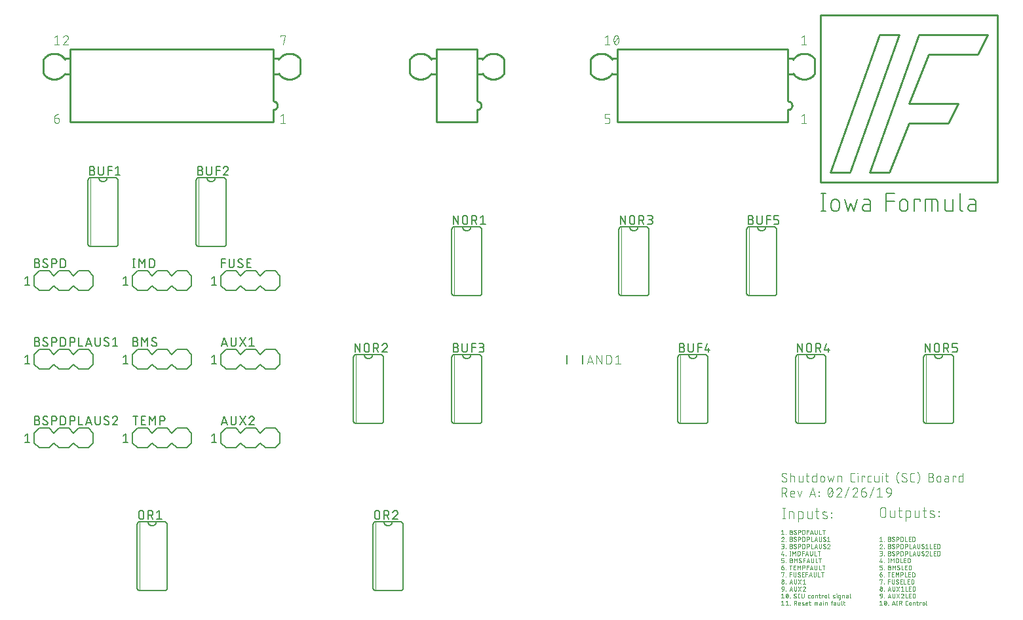
<source format=gbr>
G04 EAGLE Gerber RS-274X export*
G75*
%MOMM*%
%FSLAX34Y34*%
%LPD*%
%INSilkscreen Top*%
%IPPOS*%
%AMOC8*
5,1,8,0,0,1.08239X$1,22.5*%
G01*
%ADD10C,0.254000*%
%ADD11C,0.203200*%
%ADD12C,0.101600*%
%ADD13C,0.050800*%
%ADD14C,0.152400*%
%ADD15C,0.127000*%


D10*
X1066800Y787400D02*
X1295400Y787400D01*
X1295400Y571500D01*
X1066800Y571500D01*
X1066800Y787400D01*
X1143000Y762000D02*
X1079500Y584200D01*
X1104900Y584200D01*
X1168400Y762000D01*
X1143000Y762000D01*
X1193800Y762000D02*
X1130300Y584200D01*
X1193800Y762000D02*
X1282700Y762000D01*
X1270000Y736600D01*
X1206500Y736600D01*
X1181100Y673100D01*
X1244600Y673100D01*
X1231900Y647700D01*
X1181100Y647700D01*
X1155700Y584200D01*
X1130300Y584200D01*
D11*
X1070412Y557784D02*
X1070412Y534416D01*
X1067816Y534416D02*
X1073009Y534416D01*
X1073009Y557784D02*
X1067816Y557784D01*
X1080531Y544802D02*
X1080531Y539609D01*
X1080531Y544802D02*
X1080533Y544945D01*
X1080539Y545088D01*
X1080549Y545231D01*
X1080563Y545373D01*
X1080580Y545515D01*
X1080602Y545657D01*
X1080627Y545798D01*
X1080657Y545938D01*
X1080690Y546077D01*
X1080727Y546215D01*
X1080768Y546352D01*
X1080812Y546488D01*
X1080861Y546623D01*
X1080913Y546756D01*
X1080968Y546888D01*
X1081028Y547018D01*
X1081091Y547147D01*
X1081157Y547274D01*
X1081227Y547399D01*
X1081300Y547521D01*
X1081377Y547642D01*
X1081457Y547761D01*
X1081540Y547877D01*
X1081626Y547992D01*
X1081715Y548103D01*
X1081808Y548213D01*
X1081903Y548319D01*
X1082002Y548423D01*
X1082103Y548524D01*
X1082207Y548623D01*
X1082313Y548718D01*
X1082423Y548811D01*
X1082534Y548900D01*
X1082649Y548986D01*
X1082765Y549069D01*
X1082884Y549149D01*
X1083005Y549226D01*
X1083128Y549299D01*
X1083252Y549369D01*
X1083379Y549435D01*
X1083508Y549498D01*
X1083638Y549558D01*
X1083770Y549613D01*
X1083903Y549665D01*
X1084038Y549714D01*
X1084174Y549758D01*
X1084311Y549799D01*
X1084449Y549836D01*
X1084588Y549869D01*
X1084728Y549899D01*
X1084869Y549924D01*
X1085011Y549946D01*
X1085153Y549963D01*
X1085295Y549977D01*
X1085438Y549987D01*
X1085581Y549993D01*
X1085724Y549995D01*
X1085867Y549993D01*
X1086010Y549987D01*
X1086153Y549977D01*
X1086295Y549963D01*
X1086437Y549946D01*
X1086579Y549924D01*
X1086720Y549899D01*
X1086860Y549869D01*
X1086999Y549836D01*
X1087137Y549799D01*
X1087274Y549758D01*
X1087410Y549714D01*
X1087545Y549665D01*
X1087678Y549613D01*
X1087810Y549558D01*
X1087940Y549498D01*
X1088069Y549435D01*
X1088196Y549369D01*
X1088321Y549299D01*
X1088443Y549226D01*
X1088564Y549149D01*
X1088683Y549069D01*
X1088799Y548986D01*
X1088914Y548900D01*
X1089025Y548811D01*
X1089135Y548718D01*
X1089241Y548623D01*
X1089345Y548524D01*
X1089446Y548423D01*
X1089545Y548319D01*
X1089640Y548213D01*
X1089733Y548103D01*
X1089822Y547992D01*
X1089908Y547877D01*
X1089991Y547761D01*
X1090071Y547642D01*
X1090148Y547521D01*
X1090221Y547399D01*
X1090291Y547274D01*
X1090357Y547147D01*
X1090420Y547018D01*
X1090480Y546888D01*
X1090535Y546756D01*
X1090587Y546623D01*
X1090636Y546488D01*
X1090680Y546352D01*
X1090721Y546215D01*
X1090758Y546077D01*
X1090791Y545938D01*
X1090821Y545798D01*
X1090846Y545657D01*
X1090868Y545515D01*
X1090885Y545373D01*
X1090899Y545231D01*
X1090909Y545088D01*
X1090915Y544945D01*
X1090917Y544802D01*
X1090916Y544802D02*
X1090916Y539609D01*
X1090917Y539609D02*
X1090915Y539466D01*
X1090909Y539323D01*
X1090899Y539180D01*
X1090885Y539038D01*
X1090868Y538896D01*
X1090846Y538754D01*
X1090821Y538613D01*
X1090791Y538473D01*
X1090758Y538334D01*
X1090721Y538196D01*
X1090680Y538059D01*
X1090636Y537923D01*
X1090587Y537788D01*
X1090535Y537655D01*
X1090480Y537523D01*
X1090420Y537393D01*
X1090357Y537264D01*
X1090291Y537137D01*
X1090221Y537012D01*
X1090148Y536890D01*
X1090071Y536769D01*
X1089991Y536650D01*
X1089908Y536534D01*
X1089822Y536419D01*
X1089733Y536308D01*
X1089640Y536198D01*
X1089545Y536092D01*
X1089446Y535988D01*
X1089345Y535887D01*
X1089241Y535788D01*
X1089135Y535693D01*
X1089025Y535600D01*
X1088914Y535511D01*
X1088799Y535425D01*
X1088683Y535342D01*
X1088564Y535262D01*
X1088443Y535185D01*
X1088321Y535112D01*
X1088196Y535042D01*
X1088069Y534976D01*
X1087940Y534913D01*
X1087810Y534853D01*
X1087678Y534798D01*
X1087545Y534746D01*
X1087410Y534697D01*
X1087274Y534653D01*
X1087137Y534612D01*
X1086999Y534575D01*
X1086860Y534542D01*
X1086720Y534512D01*
X1086579Y534487D01*
X1086437Y534465D01*
X1086295Y534448D01*
X1086153Y534434D01*
X1086010Y534424D01*
X1085867Y534418D01*
X1085724Y534416D01*
X1085581Y534418D01*
X1085438Y534424D01*
X1085295Y534434D01*
X1085153Y534448D01*
X1085011Y534465D01*
X1084869Y534487D01*
X1084728Y534512D01*
X1084588Y534542D01*
X1084449Y534575D01*
X1084311Y534612D01*
X1084174Y534653D01*
X1084038Y534697D01*
X1083903Y534746D01*
X1083770Y534798D01*
X1083638Y534853D01*
X1083508Y534913D01*
X1083379Y534976D01*
X1083252Y535042D01*
X1083128Y535112D01*
X1083005Y535185D01*
X1082884Y535262D01*
X1082765Y535342D01*
X1082649Y535425D01*
X1082534Y535511D01*
X1082423Y535600D01*
X1082313Y535693D01*
X1082207Y535788D01*
X1082103Y535887D01*
X1082002Y535988D01*
X1081903Y536092D01*
X1081808Y536198D01*
X1081715Y536308D01*
X1081626Y536419D01*
X1081540Y536534D01*
X1081457Y536650D01*
X1081377Y536769D01*
X1081300Y536890D01*
X1081227Y537013D01*
X1081157Y537137D01*
X1081091Y537264D01*
X1081028Y537393D01*
X1080968Y537523D01*
X1080913Y537655D01*
X1080861Y537788D01*
X1080812Y537923D01*
X1080768Y538059D01*
X1080727Y538196D01*
X1080690Y538334D01*
X1080657Y538473D01*
X1080627Y538613D01*
X1080602Y538754D01*
X1080580Y538896D01*
X1080563Y539038D01*
X1080549Y539180D01*
X1080539Y539323D01*
X1080533Y539466D01*
X1080531Y539609D01*
X1098117Y549995D02*
X1102012Y534416D01*
X1105906Y544802D01*
X1109801Y534416D01*
X1113696Y549995D01*
X1125389Y543504D02*
X1131231Y543504D01*
X1125389Y543504D02*
X1125256Y543502D01*
X1125122Y543496D01*
X1124989Y543486D01*
X1124857Y543473D01*
X1124724Y543455D01*
X1124593Y543434D01*
X1124462Y543408D01*
X1124331Y543379D01*
X1124202Y543346D01*
X1124074Y543310D01*
X1123947Y543269D01*
X1123821Y543225D01*
X1123696Y543177D01*
X1123573Y543125D01*
X1123452Y543070D01*
X1123332Y543012D01*
X1123214Y542950D01*
X1123098Y542884D01*
X1122984Y542815D01*
X1122871Y542743D01*
X1122761Y542667D01*
X1122654Y542589D01*
X1122548Y542507D01*
X1122446Y542422D01*
X1122345Y542334D01*
X1122247Y542243D01*
X1122152Y542149D01*
X1122060Y542053D01*
X1121971Y541954D01*
X1121884Y541852D01*
X1121801Y541748D01*
X1121721Y541642D01*
X1121644Y541533D01*
X1121570Y541422D01*
X1121499Y541309D01*
X1121432Y541193D01*
X1121368Y541076D01*
X1121307Y540957D01*
X1121251Y540837D01*
X1121197Y540714D01*
X1121148Y540590D01*
X1121102Y540465D01*
X1121059Y540339D01*
X1121021Y540211D01*
X1120986Y540082D01*
X1120955Y539953D01*
X1120927Y539822D01*
X1120904Y539691D01*
X1120885Y539559D01*
X1120869Y539426D01*
X1120857Y539293D01*
X1120849Y539160D01*
X1120845Y539027D01*
X1120845Y538893D01*
X1120849Y538760D01*
X1120857Y538627D01*
X1120869Y538494D01*
X1120885Y538361D01*
X1120904Y538229D01*
X1120927Y538098D01*
X1120955Y537967D01*
X1120986Y537838D01*
X1121021Y537709D01*
X1121059Y537581D01*
X1121102Y537455D01*
X1121148Y537330D01*
X1121197Y537206D01*
X1121251Y537083D01*
X1121307Y536963D01*
X1121368Y536844D01*
X1121432Y536727D01*
X1121499Y536611D01*
X1121570Y536498D01*
X1121644Y536387D01*
X1121721Y536278D01*
X1121801Y536172D01*
X1121884Y536068D01*
X1121971Y535966D01*
X1122060Y535867D01*
X1122152Y535771D01*
X1122247Y535677D01*
X1122345Y535586D01*
X1122446Y535498D01*
X1122548Y535413D01*
X1122654Y535331D01*
X1122761Y535253D01*
X1122871Y535177D01*
X1122984Y535105D01*
X1123098Y535036D01*
X1123214Y534970D01*
X1123332Y534908D01*
X1123452Y534850D01*
X1123573Y534795D01*
X1123696Y534743D01*
X1123821Y534695D01*
X1123947Y534651D01*
X1124074Y534610D01*
X1124202Y534574D01*
X1124331Y534541D01*
X1124462Y534512D01*
X1124593Y534486D01*
X1124724Y534465D01*
X1124857Y534447D01*
X1124989Y534434D01*
X1125122Y534424D01*
X1125256Y534418D01*
X1125389Y534416D01*
X1131231Y534416D01*
X1131231Y546100D01*
X1131229Y546222D01*
X1131223Y546345D01*
X1131214Y546467D01*
X1131200Y546588D01*
X1131183Y546709D01*
X1131162Y546830D01*
X1131137Y546950D01*
X1131109Y547069D01*
X1131076Y547187D01*
X1131040Y547304D01*
X1131001Y547419D01*
X1130957Y547534D01*
X1130911Y547647D01*
X1130860Y547758D01*
X1130806Y547868D01*
X1130749Y547976D01*
X1130689Y548083D01*
X1130625Y548187D01*
X1130557Y548289D01*
X1130487Y548389D01*
X1130414Y548487D01*
X1130337Y548583D01*
X1130258Y548676D01*
X1130175Y548766D01*
X1130090Y548854D01*
X1130002Y548939D01*
X1129912Y549022D01*
X1129819Y549101D01*
X1129723Y549178D01*
X1129625Y549251D01*
X1129525Y549321D01*
X1129423Y549389D01*
X1129319Y549453D01*
X1129212Y549513D01*
X1129104Y549570D01*
X1128994Y549624D01*
X1128883Y549675D01*
X1128770Y549721D01*
X1128655Y549765D01*
X1128540Y549804D01*
X1128423Y549840D01*
X1128305Y549873D01*
X1128186Y549901D01*
X1128066Y549926D01*
X1127945Y549947D01*
X1127824Y549964D01*
X1127703Y549978D01*
X1127581Y549987D01*
X1127458Y549993D01*
X1127336Y549995D01*
X1122143Y549995D01*
X1151636Y557784D02*
X1151636Y534416D01*
X1151636Y557784D02*
X1162022Y557784D01*
X1162022Y547398D02*
X1151636Y547398D01*
X1168917Y544802D02*
X1168917Y539609D01*
X1168917Y544802D02*
X1168919Y544945D01*
X1168925Y545088D01*
X1168935Y545231D01*
X1168949Y545373D01*
X1168966Y545515D01*
X1168988Y545657D01*
X1169013Y545798D01*
X1169043Y545938D01*
X1169076Y546077D01*
X1169113Y546215D01*
X1169154Y546352D01*
X1169198Y546488D01*
X1169247Y546623D01*
X1169299Y546756D01*
X1169354Y546888D01*
X1169414Y547018D01*
X1169477Y547147D01*
X1169543Y547274D01*
X1169613Y547399D01*
X1169686Y547521D01*
X1169763Y547642D01*
X1169843Y547761D01*
X1169926Y547877D01*
X1170012Y547992D01*
X1170101Y548103D01*
X1170194Y548213D01*
X1170289Y548319D01*
X1170388Y548423D01*
X1170489Y548524D01*
X1170593Y548623D01*
X1170699Y548718D01*
X1170809Y548811D01*
X1170920Y548900D01*
X1171035Y548986D01*
X1171151Y549069D01*
X1171270Y549149D01*
X1171391Y549226D01*
X1171514Y549299D01*
X1171638Y549369D01*
X1171765Y549435D01*
X1171894Y549498D01*
X1172024Y549558D01*
X1172156Y549613D01*
X1172289Y549665D01*
X1172424Y549714D01*
X1172560Y549758D01*
X1172697Y549799D01*
X1172835Y549836D01*
X1172974Y549869D01*
X1173114Y549899D01*
X1173255Y549924D01*
X1173397Y549946D01*
X1173539Y549963D01*
X1173681Y549977D01*
X1173824Y549987D01*
X1173967Y549993D01*
X1174110Y549995D01*
X1174253Y549993D01*
X1174396Y549987D01*
X1174539Y549977D01*
X1174681Y549963D01*
X1174823Y549946D01*
X1174965Y549924D01*
X1175106Y549899D01*
X1175246Y549869D01*
X1175385Y549836D01*
X1175523Y549799D01*
X1175660Y549758D01*
X1175796Y549714D01*
X1175931Y549665D01*
X1176064Y549613D01*
X1176196Y549558D01*
X1176326Y549498D01*
X1176455Y549435D01*
X1176582Y549369D01*
X1176707Y549299D01*
X1176829Y549226D01*
X1176950Y549149D01*
X1177069Y549069D01*
X1177185Y548986D01*
X1177300Y548900D01*
X1177411Y548811D01*
X1177521Y548718D01*
X1177627Y548623D01*
X1177731Y548524D01*
X1177832Y548423D01*
X1177931Y548319D01*
X1178026Y548213D01*
X1178119Y548103D01*
X1178208Y547992D01*
X1178294Y547877D01*
X1178377Y547761D01*
X1178457Y547642D01*
X1178534Y547521D01*
X1178607Y547399D01*
X1178677Y547274D01*
X1178743Y547147D01*
X1178806Y547018D01*
X1178866Y546888D01*
X1178921Y546756D01*
X1178973Y546623D01*
X1179022Y546488D01*
X1179066Y546352D01*
X1179107Y546215D01*
X1179144Y546077D01*
X1179177Y545938D01*
X1179207Y545798D01*
X1179232Y545657D01*
X1179254Y545515D01*
X1179271Y545373D01*
X1179285Y545231D01*
X1179295Y545088D01*
X1179301Y544945D01*
X1179303Y544802D01*
X1179303Y539609D01*
X1179301Y539466D01*
X1179295Y539323D01*
X1179285Y539180D01*
X1179271Y539038D01*
X1179254Y538896D01*
X1179232Y538754D01*
X1179207Y538613D01*
X1179177Y538473D01*
X1179144Y538334D01*
X1179107Y538196D01*
X1179066Y538059D01*
X1179022Y537923D01*
X1178973Y537788D01*
X1178921Y537655D01*
X1178866Y537523D01*
X1178806Y537393D01*
X1178743Y537264D01*
X1178677Y537137D01*
X1178607Y537012D01*
X1178534Y536890D01*
X1178457Y536769D01*
X1178377Y536650D01*
X1178294Y536534D01*
X1178208Y536419D01*
X1178119Y536308D01*
X1178026Y536198D01*
X1177931Y536092D01*
X1177832Y535988D01*
X1177731Y535887D01*
X1177627Y535788D01*
X1177521Y535693D01*
X1177411Y535600D01*
X1177300Y535511D01*
X1177185Y535425D01*
X1177069Y535342D01*
X1176950Y535262D01*
X1176829Y535185D01*
X1176707Y535112D01*
X1176582Y535042D01*
X1176455Y534976D01*
X1176326Y534913D01*
X1176196Y534853D01*
X1176064Y534798D01*
X1175931Y534746D01*
X1175796Y534697D01*
X1175660Y534653D01*
X1175523Y534612D01*
X1175385Y534575D01*
X1175246Y534542D01*
X1175106Y534512D01*
X1174965Y534487D01*
X1174823Y534465D01*
X1174681Y534448D01*
X1174539Y534434D01*
X1174396Y534424D01*
X1174253Y534418D01*
X1174110Y534416D01*
X1173967Y534418D01*
X1173824Y534424D01*
X1173681Y534434D01*
X1173539Y534448D01*
X1173397Y534465D01*
X1173255Y534487D01*
X1173114Y534512D01*
X1172974Y534542D01*
X1172835Y534575D01*
X1172697Y534612D01*
X1172560Y534653D01*
X1172424Y534697D01*
X1172289Y534746D01*
X1172156Y534798D01*
X1172024Y534853D01*
X1171894Y534913D01*
X1171765Y534976D01*
X1171638Y535042D01*
X1171514Y535112D01*
X1171391Y535185D01*
X1171270Y535262D01*
X1171151Y535342D01*
X1171035Y535425D01*
X1170920Y535511D01*
X1170809Y535600D01*
X1170699Y535693D01*
X1170593Y535788D01*
X1170489Y535887D01*
X1170388Y535988D01*
X1170289Y536092D01*
X1170194Y536198D01*
X1170101Y536308D01*
X1170012Y536419D01*
X1169926Y536534D01*
X1169843Y536650D01*
X1169763Y536769D01*
X1169686Y536890D01*
X1169613Y537013D01*
X1169543Y537137D01*
X1169477Y537264D01*
X1169414Y537393D01*
X1169354Y537523D01*
X1169299Y537655D01*
X1169247Y537788D01*
X1169198Y537923D01*
X1169154Y538059D01*
X1169113Y538196D01*
X1169076Y538334D01*
X1169043Y538473D01*
X1169013Y538613D01*
X1168988Y538754D01*
X1168966Y538896D01*
X1168949Y539038D01*
X1168935Y539180D01*
X1168925Y539323D01*
X1168919Y539466D01*
X1168917Y539609D01*
X1187772Y534416D02*
X1187772Y549995D01*
X1195561Y549995D01*
X1195561Y547398D01*
X1202511Y549995D02*
X1202511Y534416D01*
X1202511Y549995D02*
X1214195Y549995D01*
X1214317Y549993D01*
X1214440Y549987D01*
X1214562Y549978D01*
X1214683Y549964D01*
X1214804Y549947D01*
X1214925Y549926D01*
X1215045Y549901D01*
X1215164Y549873D01*
X1215282Y549840D01*
X1215399Y549804D01*
X1215514Y549765D01*
X1215629Y549721D01*
X1215742Y549675D01*
X1215853Y549624D01*
X1215963Y549570D01*
X1216071Y549513D01*
X1216178Y549453D01*
X1216282Y549389D01*
X1216384Y549321D01*
X1216484Y549251D01*
X1216582Y549178D01*
X1216678Y549101D01*
X1216771Y549022D01*
X1216861Y548939D01*
X1216949Y548854D01*
X1217034Y548766D01*
X1217117Y548676D01*
X1217196Y548583D01*
X1217273Y548487D01*
X1217346Y548389D01*
X1217416Y548289D01*
X1217484Y548187D01*
X1217548Y548083D01*
X1217608Y547976D01*
X1217665Y547868D01*
X1217719Y547758D01*
X1217770Y547647D01*
X1217816Y547534D01*
X1217860Y547419D01*
X1217899Y547304D01*
X1217935Y547187D01*
X1217968Y547069D01*
X1217996Y546950D01*
X1218021Y546830D01*
X1218042Y546709D01*
X1218059Y546588D01*
X1218073Y546467D01*
X1218082Y546345D01*
X1218088Y546222D01*
X1218090Y546100D01*
X1218089Y546100D02*
X1218089Y534416D01*
X1210300Y534416D02*
X1210300Y549995D01*
X1227378Y549995D02*
X1227378Y538311D01*
X1227380Y538189D01*
X1227386Y538066D01*
X1227395Y537944D01*
X1227409Y537823D01*
X1227426Y537702D01*
X1227447Y537581D01*
X1227472Y537461D01*
X1227500Y537342D01*
X1227533Y537224D01*
X1227569Y537107D01*
X1227608Y536992D01*
X1227652Y536877D01*
X1227698Y536764D01*
X1227749Y536653D01*
X1227803Y536543D01*
X1227860Y536435D01*
X1227920Y536328D01*
X1227984Y536224D01*
X1228052Y536122D01*
X1228122Y536022D01*
X1228195Y535924D01*
X1228272Y535828D01*
X1228351Y535735D01*
X1228434Y535645D01*
X1228519Y535557D01*
X1228607Y535472D01*
X1228697Y535389D01*
X1228790Y535310D01*
X1228886Y535233D01*
X1228984Y535160D01*
X1229084Y535090D01*
X1229186Y535022D01*
X1229290Y534958D01*
X1229397Y534898D01*
X1229505Y534841D01*
X1229615Y534787D01*
X1229726Y534736D01*
X1229839Y534690D01*
X1229954Y534646D01*
X1230069Y534607D01*
X1230186Y534571D01*
X1230304Y534538D01*
X1230423Y534510D01*
X1230543Y534485D01*
X1230664Y534464D01*
X1230785Y534447D01*
X1230906Y534433D01*
X1231028Y534424D01*
X1231151Y534418D01*
X1231273Y534416D01*
X1237764Y534416D01*
X1237764Y549995D01*
X1246675Y557784D02*
X1246675Y538311D01*
X1246674Y538311D02*
X1246676Y538189D01*
X1246682Y538066D01*
X1246691Y537944D01*
X1246705Y537823D01*
X1246722Y537702D01*
X1246743Y537581D01*
X1246768Y537461D01*
X1246796Y537342D01*
X1246829Y537224D01*
X1246865Y537107D01*
X1246904Y536992D01*
X1246948Y536877D01*
X1246994Y536764D01*
X1247045Y536653D01*
X1247099Y536543D01*
X1247156Y536435D01*
X1247216Y536328D01*
X1247280Y536224D01*
X1247348Y536122D01*
X1247418Y536022D01*
X1247491Y535924D01*
X1247568Y535828D01*
X1247647Y535735D01*
X1247730Y535645D01*
X1247815Y535557D01*
X1247903Y535472D01*
X1247993Y535389D01*
X1248086Y535310D01*
X1248182Y535233D01*
X1248280Y535160D01*
X1248380Y535090D01*
X1248482Y535022D01*
X1248586Y534958D01*
X1248693Y534898D01*
X1248801Y534841D01*
X1248911Y534787D01*
X1249022Y534736D01*
X1249135Y534690D01*
X1249250Y534646D01*
X1249365Y534607D01*
X1249482Y534571D01*
X1249600Y534538D01*
X1249719Y534510D01*
X1249839Y534485D01*
X1249960Y534464D01*
X1250081Y534447D01*
X1250202Y534433D01*
X1250324Y534424D01*
X1250447Y534418D01*
X1250569Y534416D01*
X1261797Y543504D02*
X1267639Y543504D01*
X1261797Y543504D02*
X1261664Y543502D01*
X1261530Y543496D01*
X1261397Y543486D01*
X1261265Y543473D01*
X1261132Y543455D01*
X1261001Y543434D01*
X1260870Y543408D01*
X1260739Y543379D01*
X1260610Y543346D01*
X1260482Y543310D01*
X1260355Y543269D01*
X1260229Y543225D01*
X1260104Y543177D01*
X1259981Y543125D01*
X1259860Y543070D01*
X1259740Y543012D01*
X1259622Y542950D01*
X1259506Y542884D01*
X1259392Y542815D01*
X1259279Y542743D01*
X1259169Y542667D01*
X1259062Y542589D01*
X1258956Y542507D01*
X1258854Y542422D01*
X1258753Y542334D01*
X1258655Y542243D01*
X1258560Y542149D01*
X1258468Y542053D01*
X1258379Y541954D01*
X1258292Y541852D01*
X1258209Y541748D01*
X1258129Y541642D01*
X1258052Y541533D01*
X1257978Y541422D01*
X1257907Y541309D01*
X1257840Y541193D01*
X1257776Y541076D01*
X1257715Y540957D01*
X1257659Y540837D01*
X1257605Y540714D01*
X1257556Y540590D01*
X1257510Y540465D01*
X1257467Y540339D01*
X1257429Y540211D01*
X1257394Y540082D01*
X1257363Y539953D01*
X1257335Y539822D01*
X1257312Y539691D01*
X1257293Y539559D01*
X1257277Y539426D01*
X1257265Y539293D01*
X1257257Y539160D01*
X1257253Y539027D01*
X1257253Y538893D01*
X1257257Y538760D01*
X1257265Y538627D01*
X1257277Y538494D01*
X1257293Y538361D01*
X1257312Y538229D01*
X1257335Y538098D01*
X1257363Y537967D01*
X1257394Y537838D01*
X1257429Y537709D01*
X1257467Y537581D01*
X1257510Y537455D01*
X1257556Y537330D01*
X1257605Y537206D01*
X1257659Y537083D01*
X1257715Y536963D01*
X1257776Y536844D01*
X1257840Y536727D01*
X1257907Y536611D01*
X1257978Y536498D01*
X1258052Y536387D01*
X1258129Y536278D01*
X1258209Y536172D01*
X1258292Y536068D01*
X1258379Y535966D01*
X1258468Y535867D01*
X1258560Y535771D01*
X1258655Y535677D01*
X1258753Y535586D01*
X1258854Y535498D01*
X1258956Y535413D01*
X1259062Y535331D01*
X1259169Y535253D01*
X1259279Y535177D01*
X1259392Y535105D01*
X1259506Y535036D01*
X1259622Y534970D01*
X1259740Y534908D01*
X1259860Y534850D01*
X1259981Y534795D01*
X1260104Y534743D01*
X1260229Y534695D01*
X1260355Y534651D01*
X1260482Y534610D01*
X1260610Y534574D01*
X1260739Y534541D01*
X1260870Y534512D01*
X1261001Y534486D01*
X1261132Y534465D01*
X1261265Y534447D01*
X1261397Y534434D01*
X1261530Y534424D01*
X1261664Y534418D01*
X1261797Y534416D01*
X1267639Y534416D01*
X1267639Y546100D01*
X1267637Y546222D01*
X1267631Y546345D01*
X1267622Y546467D01*
X1267608Y546588D01*
X1267591Y546709D01*
X1267570Y546830D01*
X1267545Y546950D01*
X1267517Y547069D01*
X1267484Y547187D01*
X1267448Y547304D01*
X1267409Y547419D01*
X1267365Y547534D01*
X1267319Y547647D01*
X1267268Y547758D01*
X1267214Y547868D01*
X1267157Y547976D01*
X1267097Y548083D01*
X1267033Y548187D01*
X1266965Y548289D01*
X1266895Y548389D01*
X1266822Y548487D01*
X1266745Y548583D01*
X1266666Y548676D01*
X1266583Y548766D01*
X1266498Y548854D01*
X1266410Y548939D01*
X1266320Y549022D01*
X1266227Y549101D01*
X1266131Y549178D01*
X1266033Y549251D01*
X1265933Y549321D01*
X1265831Y549389D01*
X1265727Y549453D01*
X1265620Y549513D01*
X1265512Y549570D01*
X1265402Y549624D01*
X1265291Y549675D01*
X1265178Y549721D01*
X1265063Y549765D01*
X1264948Y549804D01*
X1264831Y549840D01*
X1264713Y549873D01*
X1264594Y549901D01*
X1264474Y549926D01*
X1264353Y549947D01*
X1264232Y549964D01*
X1264111Y549978D01*
X1263989Y549987D01*
X1263866Y549993D01*
X1263744Y549995D01*
X1258551Y549995D01*
D12*
X1022999Y187254D02*
X1022997Y187155D01*
X1022991Y187055D01*
X1022982Y186956D01*
X1022969Y186858D01*
X1022952Y186760D01*
X1022931Y186662D01*
X1022906Y186566D01*
X1022878Y186471D01*
X1022846Y186377D01*
X1022811Y186284D01*
X1022772Y186192D01*
X1022729Y186102D01*
X1022684Y186014D01*
X1022634Y185927D01*
X1022582Y185843D01*
X1022526Y185760D01*
X1022468Y185680D01*
X1022406Y185602D01*
X1022341Y185527D01*
X1022273Y185454D01*
X1022203Y185384D01*
X1022130Y185316D01*
X1022055Y185251D01*
X1021977Y185189D01*
X1021897Y185131D01*
X1021814Y185075D01*
X1021730Y185023D01*
X1021643Y184973D01*
X1021555Y184928D01*
X1021465Y184885D01*
X1021373Y184846D01*
X1021280Y184811D01*
X1021186Y184779D01*
X1021091Y184751D01*
X1020995Y184726D01*
X1020897Y184705D01*
X1020799Y184688D01*
X1020701Y184675D01*
X1020602Y184666D01*
X1020502Y184660D01*
X1020403Y184658D01*
X1020259Y184660D01*
X1020114Y184666D01*
X1019970Y184675D01*
X1019827Y184688D01*
X1019683Y184705D01*
X1019540Y184726D01*
X1019398Y184751D01*
X1019257Y184779D01*
X1019116Y184811D01*
X1018976Y184847D01*
X1018837Y184886D01*
X1018699Y184929D01*
X1018563Y184976D01*
X1018427Y185026D01*
X1018293Y185080D01*
X1018161Y185137D01*
X1018030Y185198D01*
X1017901Y185262D01*
X1017773Y185330D01*
X1017647Y185400D01*
X1017523Y185475D01*
X1017402Y185552D01*
X1017282Y185633D01*
X1017164Y185716D01*
X1017049Y185803D01*
X1016936Y185893D01*
X1016825Y185986D01*
X1016717Y186081D01*
X1016611Y186180D01*
X1016508Y186281D01*
X1016833Y193746D02*
X1016835Y193845D01*
X1016841Y193945D01*
X1016850Y194044D01*
X1016863Y194142D01*
X1016880Y194240D01*
X1016901Y194338D01*
X1016926Y194434D01*
X1016954Y194529D01*
X1016986Y194623D01*
X1017021Y194716D01*
X1017060Y194808D01*
X1017103Y194898D01*
X1017148Y194986D01*
X1017198Y195073D01*
X1017250Y195157D01*
X1017306Y195240D01*
X1017364Y195320D01*
X1017426Y195398D01*
X1017491Y195473D01*
X1017559Y195546D01*
X1017629Y195616D01*
X1017702Y195684D01*
X1017777Y195749D01*
X1017855Y195811D01*
X1017935Y195869D01*
X1018018Y195925D01*
X1018102Y195977D01*
X1018189Y196027D01*
X1018277Y196072D01*
X1018367Y196115D01*
X1018459Y196154D01*
X1018552Y196189D01*
X1018646Y196221D01*
X1018741Y196249D01*
X1018838Y196274D01*
X1018935Y196295D01*
X1019033Y196312D01*
X1019131Y196325D01*
X1019230Y196334D01*
X1019330Y196340D01*
X1019429Y196342D01*
X1019565Y196340D01*
X1019701Y196334D01*
X1019837Y196325D01*
X1019973Y196312D01*
X1020108Y196294D01*
X1020242Y196274D01*
X1020376Y196249D01*
X1020510Y196221D01*
X1020642Y196188D01*
X1020773Y196153D01*
X1020904Y196113D01*
X1021033Y196070D01*
X1021161Y196024D01*
X1021287Y195973D01*
X1021413Y195920D01*
X1021536Y195862D01*
X1021658Y195802D01*
X1021778Y195738D01*
X1021897Y195670D01*
X1022013Y195600D01*
X1022127Y195526D01*
X1022240Y195449D01*
X1022350Y195368D01*
X1018131Y191474D02*
X1018045Y191527D01*
X1017961Y191584D01*
X1017879Y191643D01*
X1017799Y191706D01*
X1017722Y191772D01*
X1017647Y191840D01*
X1017575Y191912D01*
X1017506Y191986D01*
X1017440Y192063D01*
X1017377Y192142D01*
X1017317Y192224D01*
X1017260Y192308D01*
X1017206Y192394D01*
X1017156Y192482D01*
X1017109Y192572D01*
X1017065Y192663D01*
X1017026Y192757D01*
X1016989Y192851D01*
X1016957Y192947D01*
X1016928Y193045D01*
X1016903Y193143D01*
X1016882Y193242D01*
X1016864Y193342D01*
X1016851Y193442D01*
X1016841Y193543D01*
X1016835Y193645D01*
X1016833Y193746D01*
X1021701Y189526D02*
X1021787Y189473D01*
X1021871Y189416D01*
X1021953Y189357D01*
X1022033Y189294D01*
X1022110Y189228D01*
X1022185Y189160D01*
X1022257Y189088D01*
X1022326Y189014D01*
X1022392Y188937D01*
X1022455Y188858D01*
X1022515Y188776D01*
X1022572Y188692D01*
X1022626Y188606D01*
X1022676Y188518D01*
X1022723Y188428D01*
X1022767Y188337D01*
X1022806Y188243D01*
X1022843Y188149D01*
X1022875Y188053D01*
X1022904Y187955D01*
X1022929Y187857D01*
X1022950Y187758D01*
X1022968Y187658D01*
X1022981Y187558D01*
X1022991Y187457D01*
X1022997Y187355D01*
X1022999Y187254D01*
X1021701Y189526D02*
X1018131Y191474D01*
X1027825Y196342D02*
X1027825Y184658D01*
X1027825Y192447D02*
X1031071Y192447D01*
X1031158Y192445D01*
X1031246Y192439D01*
X1031332Y192429D01*
X1031419Y192416D01*
X1031504Y192398D01*
X1031589Y192377D01*
X1031673Y192352D01*
X1031755Y192323D01*
X1031836Y192290D01*
X1031916Y192254D01*
X1031994Y192215D01*
X1032070Y192171D01*
X1032144Y192125D01*
X1032215Y192075D01*
X1032285Y192022D01*
X1032352Y191966D01*
X1032416Y191907D01*
X1032478Y191846D01*
X1032537Y191781D01*
X1032593Y191714D01*
X1032646Y191644D01*
X1032696Y191573D01*
X1032742Y191499D01*
X1032786Y191423D01*
X1032825Y191345D01*
X1032861Y191265D01*
X1032894Y191184D01*
X1032923Y191102D01*
X1032948Y191018D01*
X1032969Y190933D01*
X1032987Y190848D01*
X1033000Y190761D01*
X1033010Y190675D01*
X1033016Y190587D01*
X1033018Y190500D01*
X1033018Y184658D01*
X1038493Y186605D02*
X1038493Y192447D01*
X1038493Y186605D02*
X1038495Y186518D01*
X1038501Y186430D01*
X1038511Y186344D01*
X1038524Y186257D01*
X1038542Y186172D01*
X1038563Y186087D01*
X1038588Y186003D01*
X1038617Y185921D01*
X1038650Y185840D01*
X1038686Y185760D01*
X1038725Y185682D01*
X1038769Y185606D01*
X1038815Y185532D01*
X1038865Y185461D01*
X1038918Y185391D01*
X1038974Y185324D01*
X1039033Y185260D01*
X1039095Y185198D01*
X1039159Y185139D01*
X1039226Y185083D01*
X1039296Y185030D01*
X1039367Y184980D01*
X1039441Y184934D01*
X1039517Y184890D01*
X1039595Y184851D01*
X1039675Y184815D01*
X1039756Y184782D01*
X1039838Y184753D01*
X1039922Y184728D01*
X1040007Y184707D01*
X1040092Y184689D01*
X1040179Y184676D01*
X1040265Y184666D01*
X1040353Y184660D01*
X1040440Y184658D01*
X1043686Y184658D01*
X1043686Y192447D01*
X1047813Y192447D02*
X1051707Y192447D01*
X1049111Y196342D02*
X1049111Y186605D01*
X1049113Y186518D01*
X1049119Y186430D01*
X1049129Y186344D01*
X1049142Y186257D01*
X1049160Y186172D01*
X1049181Y186087D01*
X1049206Y186003D01*
X1049235Y185921D01*
X1049268Y185840D01*
X1049304Y185760D01*
X1049343Y185682D01*
X1049387Y185606D01*
X1049433Y185532D01*
X1049483Y185461D01*
X1049536Y185391D01*
X1049592Y185324D01*
X1049651Y185260D01*
X1049713Y185198D01*
X1049777Y185139D01*
X1049844Y185083D01*
X1049914Y185030D01*
X1049985Y184980D01*
X1050059Y184934D01*
X1050135Y184890D01*
X1050213Y184851D01*
X1050293Y184815D01*
X1050374Y184782D01*
X1050456Y184753D01*
X1050540Y184728D01*
X1050625Y184707D01*
X1050710Y184689D01*
X1050797Y184676D01*
X1050883Y184666D01*
X1050971Y184660D01*
X1051058Y184658D01*
X1051707Y184658D01*
X1061153Y184658D02*
X1061153Y196342D01*
X1061153Y184658D02*
X1057907Y184658D01*
X1057820Y184660D01*
X1057732Y184666D01*
X1057646Y184676D01*
X1057559Y184689D01*
X1057474Y184707D01*
X1057389Y184728D01*
X1057305Y184753D01*
X1057223Y184782D01*
X1057142Y184815D01*
X1057062Y184851D01*
X1056984Y184890D01*
X1056908Y184934D01*
X1056834Y184980D01*
X1056763Y185030D01*
X1056693Y185083D01*
X1056626Y185139D01*
X1056562Y185198D01*
X1056500Y185260D01*
X1056441Y185324D01*
X1056385Y185391D01*
X1056332Y185461D01*
X1056282Y185532D01*
X1056236Y185606D01*
X1056192Y185682D01*
X1056153Y185760D01*
X1056117Y185840D01*
X1056084Y185921D01*
X1056055Y186003D01*
X1056030Y186087D01*
X1056009Y186172D01*
X1055991Y186257D01*
X1055978Y186344D01*
X1055968Y186430D01*
X1055962Y186518D01*
X1055960Y186605D01*
X1055960Y190500D01*
X1055962Y190587D01*
X1055968Y190675D01*
X1055978Y190761D01*
X1055991Y190848D01*
X1056009Y190933D01*
X1056030Y191018D01*
X1056055Y191102D01*
X1056084Y191184D01*
X1056117Y191265D01*
X1056153Y191345D01*
X1056192Y191423D01*
X1056236Y191499D01*
X1056282Y191573D01*
X1056332Y191644D01*
X1056385Y191714D01*
X1056441Y191781D01*
X1056500Y191845D01*
X1056562Y191907D01*
X1056626Y191966D01*
X1056693Y192022D01*
X1056763Y192075D01*
X1056834Y192125D01*
X1056908Y192171D01*
X1056984Y192215D01*
X1057062Y192254D01*
X1057142Y192290D01*
X1057223Y192323D01*
X1057305Y192352D01*
X1057389Y192377D01*
X1057474Y192398D01*
X1057559Y192416D01*
X1057646Y192429D01*
X1057732Y192439D01*
X1057820Y192445D01*
X1057907Y192447D01*
X1061153Y192447D01*
X1066306Y189851D02*
X1066306Y187254D01*
X1066306Y189851D02*
X1066308Y189952D01*
X1066314Y190052D01*
X1066324Y190152D01*
X1066337Y190252D01*
X1066355Y190351D01*
X1066376Y190450D01*
X1066401Y190547D01*
X1066430Y190644D01*
X1066463Y190739D01*
X1066499Y190833D01*
X1066539Y190925D01*
X1066582Y191016D01*
X1066629Y191105D01*
X1066679Y191192D01*
X1066733Y191278D01*
X1066790Y191361D01*
X1066850Y191441D01*
X1066913Y191520D01*
X1066980Y191596D01*
X1067049Y191669D01*
X1067121Y191739D01*
X1067195Y191807D01*
X1067272Y191872D01*
X1067352Y191933D01*
X1067434Y191992D01*
X1067518Y192047D01*
X1067604Y192099D01*
X1067692Y192148D01*
X1067782Y192193D01*
X1067874Y192235D01*
X1067967Y192273D01*
X1068062Y192307D01*
X1068157Y192338D01*
X1068254Y192365D01*
X1068352Y192388D01*
X1068451Y192408D01*
X1068551Y192423D01*
X1068651Y192435D01*
X1068751Y192443D01*
X1068852Y192447D01*
X1068952Y192447D01*
X1069053Y192443D01*
X1069153Y192435D01*
X1069253Y192423D01*
X1069353Y192408D01*
X1069452Y192388D01*
X1069550Y192365D01*
X1069647Y192338D01*
X1069742Y192307D01*
X1069837Y192273D01*
X1069930Y192235D01*
X1070022Y192193D01*
X1070112Y192148D01*
X1070200Y192099D01*
X1070286Y192047D01*
X1070370Y191992D01*
X1070452Y191933D01*
X1070532Y191872D01*
X1070609Y191807D01*
X1070683Y191739D01*
X1070755Y191669D01*
X1070824Y191596D01*
X1070891Y191520D01*
X1070954Y191441D01*
X1071014Y191361D01*
X1071071Y191278D01*
X1071125Y191192D01*
X1071175Y191105D01*
X1071222Y191016D01*
X1071265Y190925D01*
X1071305Y190833D01*
X1071341Y190739D01*
X1071374Y190644D01*
X1071403Y190547D01*
X1071428Y190450D01*
X1071449Y190351D01*
X1071467Y190252D01*
X1071480Y190152D01*
X1071490Y190052D01*
X1071496Y189952D01*
X1071498Y189851D01*
X1071499Y189851D02*
X1071499Y187254D01*
X1071498Y187254D02*
X1071496Y187153D01*
X1071490Y187053D01*
X1071480Y186953D01*
X1071467Y186853D01*
X1071449Y186754D01*
X1071428Y186655D01*
X1071403Y186558D01*
X1071374Y186461D01*
X1071341Y186366D01*
X1071305Y186272D01*
X1071265Y186180D01*
X1071222Y186089D01*
X1071175Y186000D01*
X1071125Y185913D01*
X1071071Y185827D01*
X1071014Y185744D01*
X1070954Y185664D01*
X1070891Y185585D01*
X1070824Y185509D01*
X1070755Y185436D01*
X1070683Y185366D01*
X1070609Y185298D01*
X1070532Y185233D01*
X1070452Y185172D01*
X1070370Y185113D01*
X1070286Y185058D01*
X1070200Y185006D01*
X1070112Y184957D01*
X1070022Y184912D01*
X1069930Y184870D01*
X1069837Y184832D01*
X1069742Y184798D01*
X1069647Y184767D01*
X1069550Y184740D01*
X1069452Y184717D01*
X1069353Y184697D01*
X1069253Y184682D01*
X1069153Y184670D01*
X1069053Y184662D01*
X1068952Y184658D01*
X1068852Y184658D01*
X1068751Y184662D01*
X1068651Y184670D01*
X1068551Y184682D01*
X1068451Y184697D01*
X1068352Y184717D01*
X1068254Y184740D01*
X1068157Y184767D01*
X1068062Y184798D01*
X1067967Y184832D01*
X1067874Y184870D01*
X1067782Y184912D01*
X1067692Y184957D01*
X1067604Y185006D01*
X1067518Y185058D01*
X1067434Y185113D01*
X1067352Y185172D01*
X1067272Y185233D01*
X1067195Y185298D01*
X1067121Y185366D01*
X1067049Y185436D01*
X1066980Y185509D01*
X1066913Y185585D01*
X1066850Y185664D01*
X1066790Y185744D01*
X1066733Y185827D01*
X1066679Y185913D01*
X1066629Y186000D01*
X1066582Y186089D01*
X1066539Y186180D01*
X1066499Y186272D01*
X1066463Y186366D01*
X1066430Y186461D01*
X1066401Y186558D01*
X1066376Y186655D01*
X1066355Y186754D01*
X1066337Y186853D01*
X1066324Y186953D01*
X1066314Y187053D01*
X1066308Y187153D01*
X1066306Y187254D01*
X1076057Y192447D02*
X1078004Y184658D01*
X1079951Y189851D01*
X1081899Y184658D01*
X1083846Y192447D01*
X1088785Y192447D02*
X1088785Y184658D01*
X1088785Y192447D02*
X1092031Y192447D01*
X1092118Y192445D01*
X1092206Y192439D01*
X1092292Y192429D01*
X1092379Y192416D01*
X1092464Y192398D01*
X1092549Y192377D01*
X1092633Y192352D01*
X1092715Y192323D01*
X1092796Y192290D01*
X1092876Y192254D01*
X1092954Y192215D01*
X1093030Y192171D01*
X1093104Y192125D01*
X1093175Y192075D01*
X1093245Y192022D01*
X1093312Y191966D01*
X1093376Y191907D01*
X1093438Y191846D01*
X1093497Y191781D01*
X1093553Y191714D01*
X1093606Y191644D01*
X1093656Y191573D01*
X1093702Y191499D01*
X1093746Y191423D01*
X1093785Y191345D01*
X1093821Y191265D01*
X1093854Y191184D01*
X1093883Y191102D01*
X1093908Y191018D01*
X1093929Y190933D01*
X1093947Y190848D01*
X1093960Y190761D01*
X1093970Y190675D01*
X1093976Y190587D01*
X1093978Y190500D01*
X1093978Y184658D01*
X1107844Y184658D02*
X1110441Y184658D01*
X1107844Y184658D02*
X1107745Y184660D01*
X1107645Y184666D01*
X1107546Y184675D01*
X1107448Y184688D01*
X1107350Y184705D01*
X1107252Y184726D01*
X1107156Y184751D01*
X1107061Y184779D01*
X1106967Y184811D01*
X1106874Y184846D01*
X1106782Y184885D01*
X1106692Y184928D01*
X1106604Y184973D01*
X1106517Y185023D01*
X1106433Y185075D01*
X1106350Y185131D01*
X1106270Y185189D01*
X1106192Y185251D01*
X1106117Y185316D01*
X1106044Y185384D01*
X1105974Y185454D01*
X1105906Y185527D01*
X1105841Y185602D01*
X1105779Y185680D01*
X1105721Y185760D01*
X1105665Y185843D01*
X1105613Y185927D01*
X1105563Y186014D01*
X1105518Y186102D01*
X1105475Y186192D01*
X1105436Y186284D01*
X1105401Y186377D01*
X1105369Y186471D01*
X1105341Y186566D01*
X1105316Y186662D01*
X1105295Y186760D01*
X1105278Y186858D01*
X1105265Y186956D01*
X1105256Y187055D01*
X1105250Y187155D01*
X1105248Y187254D01*
X1105248Y193746D01*
X1105250Y193845D01*
X1105256Y193945D01*
X1105265Y194044D01*
X1105278Y194142D01*
X1105295Y194240D01*
X1105316Y194338D01*
X1105341Y194434D01*
X1105369Y194529D01*
X1105401Y194623D01*
X1105436Y194716D01*
X1105475Y194808D01*
X1105518Y194898D01*
X1105563Y194986D01*
X1105613Y195073D01*
X1105665Y195157D01*
X1105721Y195240D01*
X1105779Y195320D01*
X1105841Y195398D01*
X1105906Y195473D01*
X1105974Y195546D01*
X1106044Y195616D01*
X1106117Y195684D01*
X1106192Y195749D01*
X1106270Y195811D01*
X1106350Y195869D01*
X1106433Y195925D01*
X1106517Y195977D01*
X1106604Y196027D01*
X1106692Y196072D01*
X1106782Y196115D01*
X1106874Y196154D01*
X1106966Y196189D01*
X1107061Y196221D01*
X1107156Y196249D01*
X1107252Y196274D01*
X1107350Y196295D01*
X1107448Y196312D01*
X1107546Y196325D01*
X1107645Y196334D01*
X1107745Y196340D01*
X1107844Y196342D01*
X1110441Y196342D01*
X1114622Y192447D02*
X1114622Y184658D01*
X1114298Y195693D02*
X1114298Y196342D01*
X1114947Y196342D01*
X1114947Y195693D01*
X1114298Y195693D01*
X1119712Y192447D02*
X1119712Y184658D01*
X1119712Y192447D02*
X1123607Y192447D01*
X1123607Y191149D01*
X1129227Y184658D02*
X1131823Y184658D01*
X1129227Y184658D02*
X1129140Y184660D01*
X1129052Y184666D01*
X1128966Y184676D01*
X1128879Y184689D01*
X1128794Y184707D01*
X1128709Y184728D01*
X1128625Y184753D01*
X1128543Y184782D01*
X1128462Y184815D01*
X1128382Y184851D01*
X1128304Y184890D01*
X1128228Y184934D01*
X1128154Y184980D01*
X1128083Y185030D01*
X1128013Y185083D01*
X1127946Y185139D01*
X1127882Y185198D01*
X1127820Y185260D01*
X1127761Y185324D01*
X1127705Y185391D01*
X1127652Y185461D01*
X1127602Y185532D01*
X1127556Y185606D01*
X1127512Y185682D01*
X1127473Y185760D01*
X1127437Y185840D01*
X1127404Y185921D01*
X1127375Y186003D01*
X1127350Y186087D01*
X1127329Y186172D01*
X1127311Y186257D01*
X1127298Y186344D01*
X1127288Y186430D01*
X1127282Y186518D01*
X1127280Y186605D01*
X1127279Y186605D02*
X1127279Y190500D01*
X1127280Y190500D02*
X1127282Y190587D01*
X1127288Y190675D01*
X1127298Y190761D01*
X1127311Y190848D01*
X1127329Y190933D01*
X1127350Y191018D01*
X1127375Y191102D01*
X1127404Y191184D01*
X1127437Y191265D01*
X1127473Y191345D01*
X1127512Y191423D01*
X1127556Y191499D01*
X1127602Y191573D01*
X1127652Y191644D01*
X1127705Y191714D01*
X1127761Y191781D01*
X1127820Y191845D01*
X1127882Y191907D01*
X1127946Y191966D01*
X1128013Y192022D01*
X1128083Y192075D01*
X1128154Y192125D01*
X1128228Y192171D01*
X1128304Y192215D01*
X1128382Y192254D01*
X1128462Y192290D01*
X1128543Y192323D01*
X1128625Y192352D01*
X1128709Y192377D01*
X1128794Y192398D01*
X1128879Y192416D01*
X1128966Y192429D01*
X1129052Y192439D01*
X1129140Y192445D01*
X1129227Y192447D01*
X1131823Y192447D01*
X1136410Y192447D02*
X1136410Y186605D01*
X1136412Y186518D01*
X1136418Y186430D01*
X1136428Y186344D01*
X1136441Y186257D01*
X1136459Y186172D01*
X1136480Y186087D01*
X1136505Y186003D01*
X1136534Y185921D01*
X1136567Y185840D01*
X1136603Y185760D01*
X1136642Y185682D01*
X1136686Y185606D01*
X1136732Y185532D01*
X1136782Y185461D01*
X1136835Y185391D01*
X1136891Y185324D01*
X1136950Y185260D01*
X1137012Y185198D01*
X1137076Y185139D01*
X1137143Y185083D01*
X1137213Y185030D01*
X1137284Y184980D01*
X1137358Y184934D01*
X1137434Y184890D01*
X1137512Y184851D01*
X1137592Y184815D01*
X1137673Y184782D01*
X1137755Y184753D01*
X1137839Y184728D01*
X1137924Y184707D01*
X1138009Y184689D01*
X1138096Y184676D01*
X1138182Y184666D01*
X1138270Y184660D01*
X1138357Y184658D01*
X1141603Y184658D01*
X1141603Y192447D01*
X1146626Y192447D02*
X1146626Y184658D01*
X1146302Y195693D02*
X1146302Y196342D01*
X1146951Y196342D01*
X1146951Y195693D01*
X1146302Y195693D01*
X1150302Y192447D02*
X1154196Y192447D01*
X1151600Y196342D02*
X1151600Y186605D01*
X1151602Y186518D01*
X1151608Y186430D01*
X1151618Y186344D01*
X1151631Y186257D01*
X1151649Y186172D01*
X1151670Y186087D01*
X1151695Y186003D01*
X1151724Y185921D01*
X1151757Y185840D01*
X1151793Y185760D01*
X1151832Y185682D01*
X1151876Y185606D01*
X1151922Y185532D01*
X1151972Y185461D01*
X1152025Y185391D01*
X1152081Y185324D01*
X1152140Y185260D01*
X1152202Y185198D01*
X1152266Y185139D01*
X1152333Y185083D01*
X1152403Y185030D01*
X1152474Y184980D01*
X1152548Y184934D01*
X1152624Y184890D01*
X1152702Y184851D01*
X1152782Y184815D01*
X1152863Y184782D01*
X1152945Y184753D01*
X1153029Y184728D01*
X1153114Y184707D01*
X1153199Y184689D01*
X1153286Y184676D01*
X1153372Y184666D01*
X1153460Y184660D01*
X1153547Y184658D01*
X1154196Y184658D01*
X1164789Y190500D02*
X1164792Y190767D01*
X1164802Y191035D01*
X1164818Y191301D01*
X1164840Y191568D01*
X1164869Y191834D01*
X1164905Y192099D01*
X1164946Y192363D01*
X1164994Y192626D01*
X1165048Y192888D01*
X1165109Y193148D01*
X1165176Y193407D01*
X1165249Y193664D01*
X1165328Y193920D01*
X1165413Y194173D01*
X1165505Y194424D01*
X1165602Y194673D01*
X1165705Y194920D01*
X1165815Y195164D01*
X1165930Y195405D01*
X1166051Y195644D01*
X1166177Y195879D01*
X1166309Y196112D01*
X1166447Y196341D01*
X1166590Y196566D01*
X1166739Y196789D01*
X1166893Y197007D01*
X1167052Y197222D01*
X1167216Y197433D01*
X1167385Y197640D01*
X1164789Y190500D02*
X1164792Y190233D01*
X1164802Y189965D01*
X1164818Y189699D01*
X1164840Y189432D01*
X1164869Y189166D01*
X1164905Y188901D01*
X1164946Y188637D01*
X1164994Y188374D01*
X1165048Y188112D01*
X1165109Y187852D01*
X1165176Y187593D01*
X1165249Y187336D01*
X1165328Y187081D01*
X1165413Y186827D01*
X1165505Y186576D01*
X1165602Y186327D01*
X1165705Y186080D01*
X1165815Y185836D01*
X1165930Y185595D01*
X1166051Y185356D01*
X1166177Y185121D01*
X1166309Y184888D01*
X1166447Y184659D01*
X1166590Y184434D01*
X1166739Y184211D01*
X1166893Y183993D01*
X1167052Y183778D01*
X1167216Y183567D01*
X1167385Y183360D01*
X1175469Y184658D02*
X1175568Y184660D01*
X1175668Y184666D01*
X1175767Y184675D01*
X1175865Y184688D01*
X1175963Y184705D01*
X1176061Y184726D01*
X1176157Y184751D01*
X1176252Y184779D01*
X1176346Y184811D01*
X1176439Y184846D01*
X1176531Y184885D01*
X1176621Y184928D01*
X1176709Y184973D01*
X1176796Y185023D01*
X1176880Y185075D01*
X1176963Y185131D01*
X1177043Y185189D01*
X1177121Y185251D01*
X1177196Y185316D01*
X1177269Y185384D01*
X1177339Y185454D01*
X1177407Y185527D01*
X1177472Y185602D01*
X1177534Y185680D01*
X1177592Y185760D01*
X1177648Y185843D01*
X1177700Y185927D01*
X1177750Y186014D01*
X1177795Y186102D01*
X1177838Y186192D01*
X1177877Y186284D01*
X1177912Y186377D01*
X1177944Y186471D01*
X1177972Y186566D01*
X1177997Y186662D01*
X1178018Y186760D01*
X1178035Y186858D01*
X1178048Y186956D01*
X1178057Y187055D01*
X1178063Y187155D01*
X1178065Y187254D01*
X1175469Y184658D02*
X1175325Y184660D01*
X1175180Y184666D01*
X1175036Y184675D01*
X1174893Y184688D01*
X1174749Y184705D01*
X1174606Y184726D01*
X1174464Y184751D01*
X1174323Y184779D01*
X1174182Y184811D01*
X1174042Y184847D01*
X1173903Y184886D01*
X1173765Y184929D01*
X1173629Y184976D01*
X1173493Y185026D01*
X1173359Y185080D01*
X1173227Y185137D01*
X1173096Y185198D01*
X1172967Y185262D01*
X1172839Y185330D01*
X1172713Y185400D01*
X1172589Y185475D01*
X1172468Y185552D01*
X1172348Y185633D01*
X1172230Y185716D01*
X1172115Y185803D01*
X1172002Y185893D01*
X1171891Y185986D01*
X1171783Y186081D01*
X1171677Y186180D01*
X1171574Y186281D01*
X1171900Y193746D02*
X1171902Y193845D01*
X1171908Y193945D01*
X1171917Y194044D01*
X1171930Y194142D01*
X1171947Y194240D01*
X1171968Y194338D01*
X1171993Y194434D01*
X1172021Y194529D01*
X1172053Y194623D01*
X1172088Y194716D01*
X1172127Y194808D01*
X1172170Y194898D01*
X1172215Y194986D01*
X1172265Y195073D01*
X1172317Y195157D01*
X1172373Y195240D01*
X1172431Y195320D01*
X1172493Y195398D01*
X1172558Y195473D01*
X1172626Y195546D01*
X1172696Y195616D01*
X1172769Y195684D01*
X1172844Y195749D01*
X1172922Y195811D01*
X1173002Y195869D01*
X1173085Y195925D01*
X1173169Y195977D01*
X1173256Y196027D01*
X1173344Y196072D01*
X1173434Y196115D01*
X1173526Y196154D01*
X1173619Y196189D01*
X1173713Y196221D01*
X1173808Y196249D01*
X1173905Y196274D01*
X1174002Y196295D01*
X1174100Y196312D01*
X1174198Y196325D01*
X1174297Y196334D01*
X1174397Y196340D01*
X1174496Y196342D01*
X1174632Y196340D01*
X1174768Y196334D01*
X1174904Y196325D01*
X1175040Y196312D01*
X1175175Y196294D01*
X1175309Y196274D01*
X1175443Y196249D01*
X1175577Y196221D01*
X1175709Y196188D01*
X1175840Y196153D01*
X1175971Y196113D01*
X1176100Y196070D01*
X1176228Y196024D01*
X1176354Y195973D01*
X1176480Y195920D01*
X1176603Y195862D01*
X1176725Y195802D01*
X1176845Y195738D01*
X1176964Y195670D01*
X1177080Y195600D01*
X1177194Y195526D01*
X1177307Y195449D01*
X1177417Y195368D01*
X1173197Y191474D02*
X1173111Y191527D01*
X1173027Y191584D01*
X1172945Y191643D01*
X1172865Y191706D01*
X1172788Y191772D01*
X1172713Y191840D01*
X1172641Y191912D01*
X1172572Y191986D01*
X1172506Y192063D01*
X1172443Y192142D01*
X1172383Y192224D01*
X1172326Y192308D01*
X1172272Y192394D01*
X1172222Y192482D01*
X1172175Y192572D01*
X1172131Y192663D01*
X1172092Y192757D01*
X1172055Y192851D01*
X1172023Y192947D01*
X1171994Y193045D01*
X1171969Y193143D01*
X1171948Y193242D01*
X1171930Y193342D01*
X1171917Y193442D01*
X1171907Y193543D01*
X1171901Y193645D01*
X1171899Y193746D01*
X1176768Y189526D02*
X1176854Y189473D01*
X1176938Y189416D01*
X1177020Y189357D01*
X1177100Y189294D01*
X1177177Y189228D01*
X1177252Y189160D01*
X1177324Y189088D01*
X1177393Y189014D01*
X1177459Y188937D01*
X1177522Y188858D01*
X1177582Y188776D01*
X1177639Y188692D01*
X1177693Y188606D01*
X1177743Y188518D01*
X1177790Y188428D01*
X1177834Y188337D01*
X1177873Y188243D01*
X1177910Y188149D01*
X1177942Y188053D01*
X1177971Y187955D01*
X1177996Y187857D01*
X1178017Y187758D01*
X1178035Y187658D01*
X1178048Y187558D01*
X1178058Y187457D01*
X1178064Y187355D01*
X1178066Y187254D01*
X1176768Y189526D02*
X1173198Y191474D01*
X1185187Y184658D02*
X1187783Y184658D01*
X1185187Y184658D02*
X1185088Y184660D01*
X1184988Y184666D01*
X1184889Y184675D01*
X1184791Y184688D01*
X1184693Y184705D01*
X1184595Y184726D01*
X1184499Y184751D01*
X1184404Y184779D01*
X1184310Y184811D01*
X1184217Y184846D01*
X1184125Y184885D01*
X1184035Y184928D01*
X1183947Y184973D01*
X1183860Y185023D01*
X1183776Y185075D01*
X1183693Y185131D01*
X1183613Y185189D01*
X1183535Y185251D01*
X1183460Y185316D01*
X1183387Y185384D01*
X1183317Y185454D01*
X1183249Y185527D01*
X1183184Y185602D01*
X1183122Y185680D01*
X1183064Y185760D01*
X1183008Y185843D01*
X1182956Y185927D01*
X1182906Y186014D01*
X1182861Y186102D01*
X1182818Y186192D01*
X1182779Y186284D01*
X1182744Y186377D01*
X1182712Y186471D01*
X1182684Y186566D01*
X1182659Y186662D01*
X1182638Y186760D01*
X1182621Y186858D01*
X1182608Y186956D01*
X1182599Y187055D01*
X1182593Y187155D01*
X1182591Y187254D01*
X1182591Y193746D01*
X1182593Y193845D01*
X1182599Y193945D01*
X1182608Y194044D01*
X1182621Y194142D01*
X1182638Y194240D01*
X1182659Y194338D01*
X1182684Y194434D01*
X1182712Y194529D01*
X1182744Y194623D01*
X1182779Y194716D01*
X1182818Y194808D01*
X1182861Y194898D01*
X1182906Y194986D01*
X1182956Y195073D01*
X1183008Y195157D01*
X1183064Y195240D01*
X1183122Y195320D01*
X1183184Y195398D01*
X1183249Y195473D01*
X1183317Y195546D01*
X1183387Y195616D01*
X1183460Y195684D01*
X1183535Y195749D01*
X1183613Y195811D01*
X1183693Y195869D01*
X1183776Y195925D01*
X1183860Y195977D01*
X1183947Y196027D01*
X1184035Y196072D01*
X1184125Y196115D01*
X1184217Y196154D01*
X1184309Y196189D01*
X1184404Y196221D01*
X1184499Y196249D01*
X1184595Y196274D01*
X1184693Y196295D01*
X1184791Y196312D01*
X1184889Y196325D01*
X1184988Y196334D01*
X1185088Y196340D01*
X1185187Y196342D01*
X1187783Y196342D01*
X1194377Y190500D02*
X1194374Y190233D01*
X1194364Y189965D01*
X1194348Y189699D01*
X1194326Y189432D01*
X1194297Y189166D01*
X1194261Y188901D01*
X1194220Y188637D01*
X1194172Y188374D01*
X1194118Y188112D01*
X1194057Y187852D01*
X1193990Y187593D01*
X1193917Y187336D01*
X1193838Y187081D01*
X1193753Y186827D01*
X1193661Y186576D01*
X1193564Y186327D01*
X1193461Y186080D01*
X1193351Y185836D01*
X1193236Y185595D01*
X1193115Y185356D01*
X1192989Y185121D01*
X1192857Y184888D01*
X1192719Y184659D01*
X1192576Y184434D01*
X1192427Y184211D01*
X1192273Y183993D01*
X1192114Y183778D01*
X1191950Y183567D01*
X1191781Y183360D01*
X1194377Y190500D02*
X1194374Y190767D01*
X1194364Y191035D01*
X1194348Y191301D01*
X1194326Y191568D01*
X1194297Y191834D01*
X1194261Y192099D01*
X1194220Y192363D01*
X1194172Y192626D01*
X1194118Y192888D01*
X1194057Y193148D01*
X1193990Y193407D01*
X1193917Y193664D01*
X1193838Y193920D01*
X1193753Y194173D01*
X1193661Y194424D01*
X1193564Y194673D01*
X1193461Y194920D01*
X1193351Y195164D01*
X1193236Y195405D01*
X1193115Y195644D01*
X1192989Y195879D01*
X1192857Y196112D01*
X1192719Y196341D01*
X1192576Y196566D01*
X1192427Y196789D01*
X1192273Y197007D01*
X1192114Y197222D01*
X1191950Y197433D01*
X1191781Y197640D01*
X1206034Y191149D02*
X1209280Y191149D01*
X1209280Y191150D02*
X1209393Y191148D01*
X1209506Y191142D01*
X1209619Y191132D01*
X1209732Y191118D01*
X1209844Y191101D01*
X1209955Y191079D01*
X1210065Y191054D01*
X1210175Y191024D01*
X1210283Y190991D01*
X1210390Y190954D01*
X1210496Y190914D01*
X1210600Y190869D01*
X1210703Y190821D01*
X1210804Y190770D01*
X1210903Y190715D01*
X1211000Y190657D01*
X1211095Y190595D01*
X1211188Y190530D01*
X1211278Y190462D01*
X1211366Y190391D01*
X1211452Y190316D01*
X1211535Y190239D01*
X1211615Y190159D01*
X1211692Y190076D01*
X1211767Y189990D01*
X1211838Y189902D01*
X1211906Y189812D01*
X1211971Y189719D01*
X1212033Y189624D01*
X1212091Y189527D01*
X1212146Y189428D01*
X1212197Y189327D01*
X1212245Y189224D01*
X1212290Y189120D01*
X1212330Y189014D01*
X1212367Y188907D01*
X1212400Y188799D01*
X1212430Y188689D01*
X1212455Y188579D01*
X1212477Y188468D01*
X1212494Y188356D01*
X1212508Y188243D01*
X1212518Y188130D01*
X1212524Y188017D01*
X1212526Y187904D01*
X1212524Y187791D01*
X1212518Y187678D01*
X1212508Y187565D01*
X1212494Y187452D01*
X1212477Y187340D01*
X1212455Y187229D01*
X1212430Y187119D01*
X1212400Y187009D01*
X1212367Y186901D01*
X1212330Y186794D01*
X1212290Y186688D01*
X1212245Y186584D01*
X1212197Y186481D01*
X1212146Y186380D01*
X1212091Y186281D01*
X1212033Y186184D01*
X1211971Y186089D01*
X1211906Y185996D01*
X1211838Y185906D01*
X1211767Y185818D01*
X1211692Y185732D01*
X1211615Y185649D01*
X1211535Y185569D01*
X1211452Y185492D01*
X1211366Y185417D01*
X1211278Y185346D01*
X1211188Y185278D01*
X1211095Y185213D01*
X1211000Y185151D01*
X1210903Y185093D01*
X1210804Y185038D01*
X1210703Y184987D01*
X1210600Y184939D01*
X1210496Y184894D01*
X1210390Y184854D01*
X1210283Y184817D01*
X1210175Y184784D01*
X1210065Y184754D01*
X1209955Y184729D01*
X1209844Y184707D01*
X1209732Y184690D01*
X1209619Y184676D01*
X1209506Y184666D01*
X1209393Y184660D01*
X1209280Y184658D01*
X1206034Y184658D01*
X1206034Y196342D01*
X1209280Y196342D01*
X1209381Y196340D01*
X1209481Y196334D01*
X1209581Y196324D01*
X1209681Y196311D01*
X1209780Y196293D01*
X1209879Y196272D01*
X1209976Y196247D01*
X1210073Y196218D01*
X1210168Y196185D01*
X1210262Y196149D01*
X1210354Y196109D01*
X1210445Y196066D01*
X1210534Y196019D01*
X1210621Y195969D01*
X1210707Y195915D01*
X1210790Y195858D01*
X1210870Y195798D01*
X1210949Y195735D01*
X1211025Y195668D01*
X1211098Y195599D01*
X1211168Y195527D01*
X1211236Y195453D01*
X1211301Y195376D01*
X1211362Y195296D01*
X1211421Y195214D01*
X1211476Y195130D01*
X1211528Y195044D01*
X1211577Y194956D01*
X1211622Y194866D01*
X1211664Y194774D01*
X1211702Y194681D01*
X1211736Y194586D01*
X1211767Y194491D01*
X1211794Y194394D01*
X1211817Y194296D01*
X1211837Y194197D01*
X1211852Y194097D01*
X1211864Y193997D01*
X1211872Y193897D01*
X1211876Y193796D01*
X1211876Y193696D01*
X1211872Y193595D01*
X1211864Y193495D01*
X1211852Y193395D01*
X1211837Y193295D01*
X1211817Y193196D01*
X1211794Y193098D01*
X1211767Y193001D01*
X1211736Y192906D01*
X1211702Y192811D01*
X1211664Y192718D01*
X1211622Y192626D01*
X1211577Y192536D01*
X1211528Y192448D01*
X1211476Y192362D01*
X1211421Y192278D01*
X1211362Y192196D01*
X1211301Y192116D01*
X1211236Y192039D01*
X1211168Y191965D01*
X1211098Y191893D01*
X1211025Y191824D01*
X1210949Y191757D01*
X1210870Y191694D01*
X1210790Y191634D01*
X1210707Y191577D01*
X1210621Y191523D01*
X1210534Y191473D01*
X1210445Y191426D01*
X1210354Y191383D01*
X1210262Y191343D01*
X1210168Y191307D01*
X1210073Y191274D01*
X1209976Y191245D01*
X1209879Y191220D01*
X1209780Y191199D01*
X1209681Y191181D01*
X1209581Y191168D01*
X1209481Y191158D01*
X1209381Y191152D01*
X1209280Y191150D01*
X1216801Y189851D02*
X1216801Y187254D01*
X1216801Y189851D02*
X1216803Y189952D01*
X1216809Y190052D01*
X1216819Y190152D01*
X1216832Y190252D01*
X1216850Y190351D01*
X1216871Y190450D01*
X1216896Y190547D01*
X1216925Y190644D01*
X1216958Y190739D01*
X1216994Y190833D01*
X1217034Y190925D01*
X1217077Y191016D01*
X1217124Y191105D01*
X1217174Y191192D01*
X1217228Y191278D01*
X1217285Y191361D01*
X1217345Y191441D01*
X1217408Y191520D01*
X1217475Y191596D01*
X1217544Y191669D01*
X1217616Y191739D01*
X1217690Y191807D01*
X1217767Y191872D01*
X1217847Y191933D01*
X1217929Y191992D01*
X1218013Y192047D01*
X1218099Y192099D01*
X1218187Y192148D01*
X1218277Y192193D01*
X1218369Y192235D01*
X1218462Y192273D01*
X1218557Y192307D01*
X1218652Y192338D01*
X1218749Y192365D01*
X1218847Y192388D01*
X1218946Y192408D01*
X1219046Y192423D01*
X1219146Y192435D01*
X1219246Y192443D01*
X1219347Y192447D01*
X1219447Y192447D01*
X1219548Y192443D01*
X1219648Y192435D01*
X1219748Y192423D01*
X1219848Y192408D01*
X1219947Y192388D01*
X1220045Y192365D01*
X1220142Y192338D01*
X1220237Y192307D01*
X1220332Y192273D01*
X1220425Y192235D01*
X1220517Y192193D01*
X1220607Y192148D01*
X1220695Y192099D01*
X1220781Y192047D01*
X1220865Y191992D01*
X1220947Y191933D01*
X1221027Y191872D01*
X1221104Y191807D01*
X1221178Y191739D01*
X1221250Y191669D01*
X1221319Y191596D01*
X1221386Y191520D01*
X1221449Y191441D01*
X1221509Y191361D01*
X1221566Y191278D01*
X1221620Y191192D01*
X1221670Y191105D01*
X1221717Y191016D01*
X1221760Y190925D01*
X1221800Y190833D01*
X1221836Y190739D01*
X1221869Y190644D01*
X1221898Y190547D01*
X1221923Y190450D01*
X1221944Y190351D01*
X1221962Y190252D01*
X1221975Y190152D01*
X1221985Y190052D01*
X1221991Y189952D01*
X1221993Y189851D01*
X1221994Y189851D02*
X1221994Y187254D01*
X1221993Y187254D02*
X1221991Y187153D01*
X1221985Y187053D01*
X1221975Y186953D01*
X1221962Y186853D01*
X1221944Y186754D01*
X1221923Y186655D01*
X1221898Y186558D01*
X1221869Y186461D01*
X1221836Y186366D01*
X1221800Y186272D01*
X1221760Y186180D01*
X1221717Y186089D01*
X1221670Y186000D01*
X1221620Y185913D01*
X1221566Y185827D01*
X1221509Y185744D01*
X1221449Y185664D01*
X1221386Y185585D01*
X1221319Y185509D01*
X1221250Y185436D01*
X1221178Y185366D01*
X1221104Y185298D01*
X1221027Y185233D01*
X1220947Y185172D01*
X1220865Y185113D01*
X1220781Y185058D01*
X1220695Y185006D01*
X1220607Y184957D01*
X1220517Y184912D01*
X1220425Y184870D01*
X1220332Y184832D01*
X1220237Y184798D01*
X1220142Y184767D01*
X1220045Y184740D01*
X1219947Y184717D01*
X1219848Y184697D01*
X1219748Y184682D01*
X1219648Y184670D01*
X1219548Y184662D01*
X1219447Y184658D01*
X1219347Y184658D01*
X1219246Y184662D01*
X1219146Y184670D01*
X1219046Y184682D01*
X1218946Y184697D01*
X1218847Y184717D01*
X1218749Y184740D01*
X1218652Y184767D01*
X1218557Y184798D01*
X1218462Y184832D01*
X1218369Y184870D01*
X1218277Y184912D01*
X1218187Y184957D01*
X1218099Y185006D01*
X1218013Y185058D01*
X1217929Y185113D01*
X1217847Y185172D01*
X1217767Y185233D01*
X1217690Y185298D01*
X1217616Y185366D01*
X1217544Y185436D01*
X1217475Y185509D01*
X1217408Y185585D01*
X1217345Y185664D01*
X1217285Y185744D01*
X1217228Y185827D01*
X1217174Y185913D01*
X1217124Y186000D01*
X1217077Y186089D01*
X1217034Y186180D01*
X1216994Y186272D01*
X1216958Y186366D01*
X1216925Y186461D01*
X1216896Y186558D01*
X1216871Y186655D01*
X1216850Y186754D01*
X1216832Y186853D01*
X1216819Y186953D01*
X1216809Y187053D01*
X1216803Y187153D01*
X1216801Y187254D01*
X1228920Y189202D02*
X1231841Y189202D01*
X1228920Y189202D02*
X1228826Y189200D01*
X1228732Y189194D01*
X1228639Y189185D01*
X1228546Y189171D01*
X1228454Y189154D01*
X1228362Y189132D01*
X1228272Y189108D01*
X1228182Y189079D01*
X1228094Y189047D01*
X1228007Y189011D01*
X1227922Y188971D01*
X1227839Y188928D01*
X1227757Y188882D01*
X1227677Y188832D01*
X1227600Y188779D01*
X1227525Y188723D01*
X1227452Y188664D01*
X1227381Y188602D01*
X1227313Y188537D01*
X1227248Y188469D01*
X1227186Y188398D01*
X1227127Y188325D01*
X1227071Y188250D01*
X1227018Y188173D01*
X1226968Y188093D01*
X1226922Y188011D01*
X1226879Y187928D01*
X1226839Y187843D01*
X1226803Y187756D01*
X1226771Y187668D01*
X1226742Y187578D01*
X1226718Y187488D01*
X1226696Y187396D01*
X1226679Y187304D01*
X1226665Y187211D01*
X1226656Y187118D01*
X1226650Y187024D01*
X1226648Y186930D01*
X1226650Y186836D01*
X1226656Y186742D01*
X1226665Y186649D01*
X1226679Y186556D01*
X1226696Y186464D01*
X1226718Y186372D01*
X1226742Y186282D01*
X1226771Y186192D01*
X1226803Y186104D01*
X1226839Y186017D01*
X1226879Y185932D01*
X1226922Y185849D01*
X1226968Y185767D01*
X1227018Y185687D01*
X1227071Y185610D01*
X1227127Y185535D01*
X1227186Y185462D01*
X1227248Y185391D01*
X1227313Y185323D01*
X1227381Y185258D01*
X1227452Y185196D01*
X1227525Y185137D01*
X1227600Y185081D01*
X1227677Y185028D01*
X1227757Y184978D01*
X1227839Y184932D01*
X1227922Y184889D01*
X1228007Y184849D01*
X1228094Y184813D01*
X1228182Y184781D01*
X1228272Y184752D01*
X1228362Y184728D01*
X1228454Y184706D01*
X1228546Y184689D01*
X1228639Y184675D01*
X1228732Y184666D01*
X1228826Y184660D01*
X1228920Y184658D01*
X1231841Y184658D01*
X1231841Y190500D01*
X1231840Y190500D02*
X1231838Y190587D01*
X1231832Y190675D01*
X1231822Y190761D01*
X1231809Y190848D01*
X1231791Y190933D01*
X1231770Y191018D01*
X1231745Y191102D01*
X1231716Y191184D01*
X1231683Y191265D01*
X1231647Y191345D01*
X1231608Y191423D01*
X1231564Y191499D01*
X1231518Y191573D01*
X1231468Y191644D01*
X1231415Y191714D01*
X1231359Y191781D01*
X1231300Y191845D01*
X1231238Y191907D01*
X1231174Y191966D01*
X1231107Y192022D01*
X1231037Y192075D01*
X1230966Y192125D01*
X1230892Y192171D01*
X1230816Y192215D01*
X1230738Y192254D01*
X1230658Y192290D01*
X1230577Y192323D01*
X1230495Y192352D01*
X1230411Y192377D01*
X1230326Y192398D01*
X1230241Y192416D01*
X1230154Y192429D01*
X1230068Y192439D01*
X1229980Y192445D01*
X1229893Y192447D01*
X1227297Y192447D01*
X1237441Y192447D02*
X1237441Y184658D01*
X1237441Y192447D02*
X1241336Y192447D01*
X1241336Y191149D01*
X1250129Y196342D02*
X1250129Y184658D01*
X1246883Y184658D01*
X1246796Y184660D01*
X1246708Y184666D01*
X1246622Y184676D01*
X1246535Y184689D01*
X1246450Y184707D01*
X1246365Y184728D01*
X1246281Y184753D01*
X1246199Y184782D01*
X1246118Y184815D01*
X1246038Y184851D01*
X1245960Y184890D01*
X1245884Y184934D01*
X1245810Y184980D01*
X1245739Y185030D01*
X1245669Y185083D01*
X1245602Y185139D01*
X1245538Y185198D01*
X1245476Y185260D01*
X1245417Y185324D01*
X1245361Y185391D01*
X1245308Y185461D01*
X1245258Y185532D01*
X1245212Y185606D01*
X1245168Y185682D01*
X1245129Y185760D01*
X1245093Y185840D01*
X1245060Y185921D01*
X1245031Y186003D01*
X1245006Y186087D01*
X1244985Y186172D01*
X1244967Y186257D01*
X1244954Y186344D01*
X1244944Y186430D01*
X1244938Y186518D01*
X1244936Y186605D01*
X1244936Y190500D01*
X1244938Y190587D01*
X1244944Y190675D01*
X1244954Y190761D01*
X1244967Y190848D01*
X1244985Y190933D01*
X1245006Y191018D01*
X1245031Y191102D01*
X1245060Y191184D01*
X1245093Y191265D01*
X1245129Y191345D01*
X1245168Y191423D01*
X1245212Y191499D01*
X1245258Y191573D01*
X1245308Y191644D01*
X1245361Y191714D01*
X1245417Y191781D01*
X1245476Y191845D01*
X1245538Y191907D01*
X1245602Y191966D01*
X1245669Y192022D01*
X1245739Y192075D01*
X1245810Y192125D01*
X1245884Y192171D01*
X1245960Y192215D01*
X1246038Y192254D01*
X1246118Y192290D01*
X1246199Y192323D01*
X1246281Y192352D01*
X1246365Y192377D01*
X1246450Y192398D01*
X1246535Y192416D01*
X1246622Y192429D01*
X1246708Y192439D01*
X1246796Y192445D01*
X1246883Y192447D01*
X1250129Y192447D01*
X1016508Y177292D02*
X1016508Y165608D01*
X1016508Y177292D02*
X1019754Y177292D01*
X1019867Y177290D01*
X1019980Y177284D01*
X1020093Y177274D01*
X1020206Y177260D01*
X1020318Y177243D01*
X1020429Y177221D01*
X1020539Y177196D01*
X1020649Y177166D01*
X1020757Y177133D01*
X1020864Y177096D01*
X1020970Y177056D01*
X1021074Y177011D01*
X1021177Y176963D01*
X1021278Y176912D01*
X1021377Y176857D01*
X1021474Y176799D01*
X1021569Y176737D01*
X1021662Y176672D01*
X1021752Y176604D01*
X1021840Y176533D01*
X1021926Y176458D01*
X1022009Y176381D01*
X1022089Y176301D01*
X1022166Y176218D01*
X1022241Y176132D01*
X1022312Y176044D01*
X1022380Y175954D01*
X1022445Y175861D01*
X1022507Y175766D01*
X1022565Y175669D01*
X1022620Y175570D01*
X1022671Y175469D01*
X1022719Y175366D01*
X1022764Y175262D01*
X1022804Y175156D01*
X1022841Y175049D01*
X1022874Y174941D01*
X1022904Y174831D01*
X1022929Y174721D01*
X1022951Y174610D01*
X1022968Y174498D01*
X1022982Y174385D01*
X1022992Y174272D01*
X1022998Y174159D01*
X1023000Y174046D01*
X1022998Y173933D01*
X1022992Y173820D01*
X1022982Y173707D01*
X1022968Y173594D01*
X1022951Y173482D01*
X1022929Y173371D01*
X1022904Y173261D01*
X1022874Y173151D01*
X1022841Y173043D01*
X1022804Y172936D01*
X1022764Y172830D01*
X1022719Y172726D01*
X1022671Y172623D01*
X1022620Y172522D01*
X1022565Y172423D01*
X1022507Y172326D01*
X1022445Y172231D01*
X1022380Y172138D01*
X1022312Y172048D01*
X1022241Y171960D01*
X1022166Y171874D01*
X1022089Y171791D01*
X1022009Y171711D01*
X1021926Y171634D01*
X1021840Y171559D01*
X1021752Y171488D01*
X1021662Y171420D01*
X1021569Y171355D01*
X1021474Y171293D01*
X1021377Y171235D01*
X1021278Y171180D01*
X1021177Y171129D01*
X1021074Y171081D01*
X1020970Y171036D01*
X1020864Y170996D01*
X1020757Y170959D01*
X1020649Y170926D01*
X1020539Y170896D01*
X1020429Y170871D01*
X1020318Y170849D01*
X1020206Y170832D01*
X1020093Y170818D01*
X1019980Y170808D01*
X1019867Y170802D01*
X1019754Y170800D01*
X1019754Y170801D02*
X1016508Y170801D01*
X1020403Y170801D02*
X1022999Y165608D01*
X1029699Y165608D02*
X1032944Y165608D01*
X1029699Y165608D02*
X1029612Y165610D01*
X1029524Y165616D01*
X1029438Y165626D01*
X1029351Y165639D01*
X1029266Y165657D01*
X1029181Y165678D01*
X1029097Y165703D01*
X1029015Y165732D01*
X1028934Y165765D01*
X1028854Y165801D01*
X1028776Y165840D01*
X1028700Y165884D01*
X1028626Y165930D01*
X1028555Y165980D01*
X1028485Y166033D01*
X1028418Y166089D01*
X1028354Y166148D01*
X1028292Y166210D01*
X1028233Y166274D01*
X1028177Y166341D01*
X1028124Y166411D01*
X1028074Y166482D01*
X1028028Y166556D01*
X1027984Y166632D01*
X1027945Y166710D01*
X1027909Y166790D01*
X1027876Y166871D01*
X1027847Y166953D01*
X1027822Y167037D01*
X1027801Y167122D01*
X1027783Y167207D01*
X1027770Y167294D01*
X1027760Y167380D01*
X1027754Y167468D01*
X1027752Y167555D01*
X1027751Y167555D02*
X1027751Y170801D01*
X1027752Y170801D02*
X1027754Y170902D01*
X1027760Y171002D01*
X1027770Y171102D01*
X1027783Y171202D01*
X1027801Y171301D01*
X1027822Y171400D01*
X1027847Y171497D01*
X1027876Y171594D01*
X1027909Y171689D01*
X1027945Y171783D01*
X1027985Y171875D01*
X1028028Y171966D01*
X1028075Y172055D01*
X1028125Y172142D01*
X1028179Y172228D01*
X1028236Y172311D01*
X1028296Y172391D01*
X1028359Y172470D01*
X1028426Y172546D01*
X1028495Y172619D01*
X1028567Y172689D01*
X1028641Y172757D01*
X1028718Y172822D01*
X1028798Y172883D01*
X1028880Y172942D01*
X1028964Y172997D01*
X1029050Y173049D01*
X1029138Y173098D01*
X1029228Y173143D01*
X1029320Y173185D01*
X1029413Y173223D01*
X1029508Y173257D01*
X1029603Y173288D01*
X1029700Y173315D01*
X1029798Y173338D01*
X1029897Y173358D01*
X1029997Y173373D01*
X1030097Y173385D01*
X1030197Y173393D01*
X1030298Y173397D01*
X1030398Y173397D01*
X1030499Y173393D01*
X1030599Y173385D01*
X1030699Y173373D01*
X1030799Y173358D01*
X1030898Y173338D01*
X1030996Y173315D01*
X1031093Y173288D01*
X1031188Y173257D01*
X1031283Y173223D01*
X1031376Y173185D01*
X1031468Y173143D01*
X1031558Y173098D01*
X1031646Y173049D01*
X1031732Y172997D01*
X1031816Y172942D01*
X1031898Y172883D01*
X1031978Y172822D01*
X1032055Y172757D01*
X1032129Y172689D01*
X1032201Y172619D01*
X1032270Y172546D01*
X1032337Y172470D01*
X1032400Y172391D01*
X1032460Y172311D01*
X1032517Y172228D01*
X1032571Y172142D01*
X1032621Y172055D01*
X1032668Y171966D01*
X1032711Y171875D01*
X1032751Y171783D01*
X1032787Y171689D01*
X1032820Y171594D01*
X1032849Y171497D01*
X1032874Y171400D01*
X1032895Y171301D01*
X1032913Y171202D01*
X1032926Y171102D01*
X1032936Y171002D01*
X1032942Y170902D01*
X1032944Y170801D01*
X1032944Y169503D01*
X1027751Y169503D01*
X1037276Y173397D02*
X1039873Y165608D01*
X1042469Y173397D01*
X1052361Y165608D02*
X1056256Y177292D01*
X1060151Y165608D01*
X1059177Y168529D02*
X1053335Y168529D01*
X1064313Y167231D02*
X1064313Y166582D01*
X1064313Y167231D02*
X1064962Y167231D01*
X1064962Y166582D01*
X1064313Y166582D01*
X1064313Y171775D02*
X1064313Y172424D01*
X1064962Y172424D01*
X1064962Y171775D01*
X1064313Y171775D01*
X1075871Y171450D02*
X1075874Y171680D01*
X1075882Y171910D01*
X1075896Y172139D01*
X1075915Y172368D01*
X1075940Y172597D01*
X1075970Y172824D01*
X1076005Y173052D01*
X1076046Y173278D01*
X1076092Y173503D01*
X1076144Y173727D01*
X1076201Y173949D01*
X1076263Y174171D01*
X1076331Y174390D01*
X1076404Y174608D01*
X1076482Y174825D01*
X1076565Y175039D01*
X1076653Y175251D01*
X1076746Y175461D01*
X1076845Y175669D01*
X1076844Y175669D02*
X1076877Y175759D01*
X1076913Y175848D01*
X1076953Y175936D01*
X1076997Y176021D01*
X1077044Y176105D01*
X1077094Y176187D01*
X1077148Y176267D01*
X1077204Y176344D01*
X1077264Y176420D01*
X1077327Y176493D01*
X1077392Y176563D01*
X1077461Y176631D01*
X1077532Y176695D01*
X1077605Y176757D01*
X1077681Y176816D01*
X1077759Y176872D01*
X1077840Y176925D01*
X1077922Y176974D01*
X1078006Y177020D01*
X1078093Y177063D01*
X1078180Y177102D01*
X1078270Y177138D01*
X1078360Y177170D01*
X1078452Y177198D01*
X1078545Y177223D01*
X1078639Y177244D01*
X1078733Y177261D01*
X1078828Y177275D01*
X1078924Y177284D01*
X1079020Y177290D01*
X1079116Y177292D01*
X1079212Y177290D01*
X1079308Y177284D01*
X1079404Y177275D01*
X1079499Y177261D01*
X1079593Y177244D01*
X1079687Y177223D01*
X1079780Y177198D01*
X1079872Y177170D01*
X1079962Y177138D01*
X1080052Y177102D01*
X1080139Y177063D01*
X1080226Y177020D01*
X1080310Y176974D01*
X1080392Y176925D01*
X1080473Y176872D01*
X1080551Y176816D01*
X1080627Y176757D01*
X1080700Y176695D01*
X1080771Y176631D01*
X1080840Y176563D01*
X1080905Y176493D01*
X1080968Y176420D01*
X1081028Y176344D01*
X1081084Y176267D01*
X1081138Y176187D01*
X1081188Y176105D01*
X1081235Y176021D01*
X1081279Y175936D01*
X1081319Y175848D01*
X1081355Y175759D01*
X1081388Y175669D01*
X1081487Y175462D01*
X1081580Y175252D01*
X1081668Y175039D01*
X1081751Y174825D01*
X1081829Y174609D01*
X1081902Y174391D01*
X1081970Y174171D01*
X1082032Y173950D01*
X1082089Y173727D01*
X1082141Y173503D01*
X1082187Y173278D01*
X1082228Y173052D01*
X1082263Y172825D01*
X1082293Y172597D01*
X1082318Y172368D01*
X1082337Y172139D01*
X1082351Y171910D01*
X1082359Y171680D01*
X1082362Y171450D01*
X1075870Y171450D02*
X1075873Y171220D01*
X1075881Y170990D01*
X1075895Y170761D01*
X1075914Y170532D01*
X1075939Y170303D01*
X1075969Y170075D01*
X1076004Y169848D01*
X1076045Y169622D01*
X1076091Y169397D01*
X1076143Y169173D01*
X1076200Y168950D01*
X1076262Y168729D01*
X1076330Y168509D01*
X1076403Y168291D01*
X1076481Y168075D01*
X1076564Y167861D01*
X1076652Y167649D01*
X1076745Y167438D01*
X1076844Y167231D01*
X1076877Y167141D01*
X1076913Y167052D01*
X1076954Y166964D01*
X1076997Y166879D01*
X1077044Y166795D01*
X1077094Y166713D01*
X1077148Y166633D01*
X1077204Y166556D01*
X1077264Y166480D01*
X1077327Y166407D01*
X1077392Y166337D01*
X1077461Y166269D01*
X1077532Y166205D01*
X1077605Y166143D01*
X1077681Y166084D01*
X1077759Y166028D01*
X1077840Y165975D01*
X1077922Y165926D01*
X1078006Y165880D01*
X1078093Y165837D01*
X1078180Y165798D01*
X1078270Y165762D01*
X1078360Y165730D01*
X1078452Y165702D01*
X1078545Y165677D01*
X1078639Y165656D01*
X1078733Y165639D01*
X1078828Y165625D01*
X1078924Y165616D01*
X1079020Y165610D01*
X1079116Y165608D01*
X1081388Y167231D02*
X1081487Y167438D01*
X1081580Y167649D01*
X1081668Y167861D01*
X1081751Y168075D01*
X1081829Y168291D01*
X1081902Y168509D01*
X1081970Y168729D01*
X1082032Y168950D01*
X1082089Y169173D01*
X1082141Y169397D01*
X1082187Y169622D01*
X1082228Y169848D01*
X1082263Y170075D01*
X1082293Y170303D01*
X1082318Y170532D01*
X1082337Y170761D01*
X1082351Y170990D01*
X1082359Y171220D01*
X1082362Y171450D01*
X1081388Y167231D02*
X1081355Y167141D01*
X1081319Y167052D01*
X1081279Y166964D01*
X1081235Y166879D01*
X1081188Y166795D01*
X1081138Y166713D01*
X1081084Y166633D01*
X1081028Y166556D01*
X1080968Y166480D01*
X1080905Y166407D01*
X1080840Y166337D01*
X1080771Y166269D01*
X1080700Y166205D01*
X1080627Y166143D01*
X1080551Y166084D01*
X1080473Y166028D01*
X1080392Y165975D01*
X1080310Y165926D01*
X1080226Y165880D01*
X1080139Y165837D01*
X1080052Y165798D01*
X1079962Y165762D01*
X1079872Y165730D01*
X1079780Y165702D01*
X1079687Y165677D01*
X1079593Y165656D01*
X1079499Y165639D01*
X1079404Y165625D01*
X1079308Y165616D01*
X1079212Y165610D01*
X1079116Y165608D01*
X1076519Y168204D02*
X1081712Y174696D01*
X1090870Y177292D02*
X1090977Y177290D01*
X1091083Y177284D01*
X1091189Y177274D01*
X1091295Y177261D01*
X1091401Y177243D01*
X1091505Y177222D01*
X1091609Y177197D01*
X1091712Y177168D01*
X1091813Y177136D01*
X1091913Y177099D01*
X1092012Y177059D01*
X1092110Y177016D01*
X1092206Y176969D01*
X1092300Y176918D01*
X1092392Y176864D01*
X1092482Y176807D01*
X1092570Y176747D01*
X1092655Y176683D01*
X1092738Y176616D01*
X1092819Y176546D01*
X1092897Y176474D01*
X1092973Y176398D01*
X1093045Y176320D01*
X1093115Y176239D01*
X1093182Y176156D01*
X1093246Y176071D01*
X1093306Y175983D01*
X1093363Y175893D01*
X1093417Y175801D01*
X1093468Y175707D01*
X1093515Y175611D01*
X1093558Y175513D01*
X1093598Y175414D01*
X1093635Y175314D01*
X1093667Y175213D01*
X1093696Y175110D01*
X1093721Y175006D01*
X1093742Y174902D01*
X1093760Y174796D01*
X1093773Y174690D01*
X1093783Y174584D01*
X1093789Y174478D01*
X1093791Y174371D01*
X1090870Y177292D02*
X1090749Y177290D01*
X1090628Y177284D01*
X1090508Y177274D01*
X1090387Y177261D01*
X1090268Y177243D01*
X1090148Y177222D01*
X1090030Y177197D01*
X1089913Y177168D01*
X1089796Y177135D01*
X1089681Y177099D01*
X1089567Y177058D01*
X1089454Y177015D01*
X1089342Y176967D01*
X1089233Y176916D01*
X1089125Y176861D01*
X1089018Y176803D01*
X1088914Y176742D01*
X1088812Y176677D01*
X1088712Y176609D01*
X1088614Y176538D01*
X1088518Y176464D01*
X1088425Y176387D01*
X1088335Y176306D01*
X1088247Y176223D01*
X1088162Y176137D01*
X1088079Y176048D01*
X1088000Y175957D01*
X1087923Y175863D01*
X1087850Y175767D01*
X1087780Y175669D01*
X1087713Y175568D01*
X1087649Y175465D01*
X1087589Y175360D01*
X1087532Y175253D01*
X1087478Y175145D01*
X1087428Y175035D01*
X1087382Y174923D01*
X1087339Y174810D01*
X1087300Y174695D01*
X1092818Y172099D02*
X1092897Y172176D01*
X1092973Y172257D01*
X1093046Y172340D01*
X1093116Y172425D01*
X1093183Y172513D01*
X1093247Y172603D01*
X1093307Y172695D01*
X1093364Y172790D01*
X1093418Y172886D01*
X1093469Y172984D01*
X1093516Y173084D01*
X1093560Y173186D01*
X1093600Y173289D01*
X1093636Y173393D01*
X1093668Y173499D01*
X1093697Y173605D01*
X1093722Y173713D01*
X1093744Y173821D01*
X1093761Y173931D01*
X1093775Y174040D01*
X1093784Y174150D01*
X1093790Y174261D01*
X1093792Y174371D01*
X1092818Y172099D02*
X1087300Y165608D01*
X1093791Y165608D01*
X1098236Y164310D02*
X1103429Y178590D01*
X1111444Y177292D02*
X1111551Y177290D01*
X1111657Y177284D01*
X1111763Y177274D01*
X1111869Y177261D01*
X1111975Y177243D01*
X1112079Y177222D01*
X1112183Y177197D01*
X1112286Y177168D01*
X1112387Y177136D01*
X1112487Y177099D01*
X1112586Y177059D01*
X1112684Y177016D01*
X1112780Y176969D01*
X1112874Y176918D01*
X1112966Y176864D01*
X1113056Y176807D01*
X1113144Y176747D01*
X1113229Y176683D01*
X1113312Y176616D01*
X1113393Y176546D01*
X1113471Y176474D01*
X1113547Y176398D01*
X1113619Y176320D01*
X1113689Y176239D01*
X1113756Y176156D01*
X1113820Y176071D01*
X1113880Y175983D01*
X1113937Y175893D01*
X1113991Y175801D01*
X1114042Y175707D01*
X1114089Y175611D01*
X1114132Y175513D01*
X1114172Y175414D01*
X1114209Y175314D01*
X1114241Y175213D01*
X1114270Y175110D01*
X1114295Y175006D01*
X1114316Y174902D01*
X1114334Y174796D01*
X1114347Y174690D01*
X1114357Y174584D01*
X1114363Y174478D01*
X1114365Y174371D01*
X1111444Y177292D02*
X1111323Y177290D01*
X1111202Y177284D01*
X1111082Y177274D01*
X1110961Y177261D01*
X1110842Y177243D01*
X1110722Y177222D01*
X1110604Y177197D01*
X1110487Y177168D01*
X1110370Y177135D01*
X1110255Y177099D01*
X1110141Y177058D01*
X1110028Y177015D01*
X1109916Y176967D01*
X1109807Y176916D01*
X1109699Y176861D01*
X1109592Y176803D01*
X1109488Y176742D01*
X1109386Y176677D01*
X1109286Y176609D01*
X1109188Y176538D01*
X1109092Y176464D01*
X1108999Y176387D01*
X1108909Y176306D01*
X1108821Y176223D01*
X1108736Y176137D01*
X1108653Y176048D01*
X1108574Y175957D01*
X1108497Y175863D01*
X1108424Y175767D01*
X1108354Y175669D01*
X1108287Y175568D01*
X1108223Y175465D01*
X1108163Y175360D01*
X1108106Y175253D01*
X1108052Y175145D01*
X1108002Y175035D01*
X1107956Y174923D01*
X1107913Y174810D01*
X1107874Y174695D01*
X1113392Y172099D02*
X1113471Y172176D01*
X1113547Y172257D01*
X1113620Y172340D01*
X1113690Y172425D01*
X1113757Y172513D01*
X1113821Y172603D01*
X1113881Y172695D01*
X1113938Y172790D01*
X1113992Y172886D01*
X1114043Y172984D01*
X1114090Y173084D01*
X1114134Y173186D01*
X1114174Y173289D01*
X1114210Y173393D01*
X1114242Y173499D01*
X1114271Y173605D01*
X1114296Y173713D01*
X1114318Y173821D01*
X1114335Y173931D01*
X1114349Y174040D01*
X1114358Y174150D01*
X1114364Y174261D01*
X1114366Y174371D01*
X1113392Y172099D02*
X1107874Y165608D01*
X1114365Y165608D01*
X1119304Y172099D02*
X1123199Y172099D01*
X1123298Y172097D01*
X1123398Y172091D01*
X1123497Y172082D01*
X1123595Y172069D01*
X1123693Y172052D01*
X1123791Y172031D01*
X1123887Y172006D01*
X1123982Y171978D01*
X1124076Y171946D01*
X1124169Y171911D01*
X1124261Y171872D01*
X1124351Y171829D01*
X1124439Y171784D01*
X1124526Y171734D01*
X1124610Y171682D01*
X1124693Y171626D01*
X1124773Y171568D01*
X1124851Y171506D01*
X1124926Y171441D01*
X1124999Y171373D01*
X1125069Y171303D01*
X1125137Y171230D01*
X1125202Y171155D01*
X1125264Y171077D01*
X1125322Y170997D01*
X1125378Y170914D01*
X1125430Y170830D01*
X1125480Y170743D01*
X1125525Y170655D01*
X1125568Y170565D01*
X1125607Y170473D01*
X1125642Y170380D01*
X1125674Y170286D01*
X1125702Y170191D01*
X1125727Y170095D01*
X1125748Y169997D01*
X1125765Y169899D01*
X1125778Y169801D01*
X1125787Y169702D01*
X1125793Y169602D01*
X1125795Y169503D01*
X1125795Y168854D01*
X1125796Y168854D02*
X1125794Y168741D01*
X1125788Y168628D01*
X1125778Y168515D01*
X1125764Y168402D01*
X1125747Y168290D01*
X1125725Y168179D01*
X1125700Y168069D01*
X1125670Y167959D01*
X1125637Y167851D01*
X1125600Y167744D01*
X1125560Y167638D01*
X1125515Y167534D01*
X1125467Y167431D01*
X1125416Y167330D01*
X1125361Y167231D01*
X1125303Y167134D01*
X1125241Y167039D01*
X1125176Y166946D01*
X1125108Y166856D01*
X1125037Y166768D01*
X1124962Y166682D01*
X1124885Y166599D01*
X1124805Y166519D01*
X1124722Y166442D01*
X1124636Y166367D01*
X1124548Y166296D01*
X1124458Y166228D01*
X1124365Y166163D01*
X1124270Y166101D01*
X1124173Y166043D01*
X1124074Y165988D01*
X1123973Y165937D01*
X1123870Y165889D01*
X1123766Y165844D01*
X1123660Y165804D01*
X1123553Y165767D01*
X1123445Y165734D01*
X1123335Y165704D01*
X1123225Y165679D01*
X1123114Y165657D01*
X1123002Y165640D01*
X1122889Y165626D01*
X1122776Y165616D01*
X1122663Y165610D01*
X1122550Y165608D01*
X1122437Y165610D01*
X1122324Y165616D01*
X1122211Y165626D01*
X1122098Y165640D01*
X1121986Y165657D01*
X1121875Y165679D01*
X1121765Y165704D01*
X1121655Y165734D01*
X1121547Y165767D01*
X1121440Y165804D01*
X1121334Y165844D01*
X1121230Y165889D01*
X1121127Y165937D01*
X1121026Y165988D01*
X1120927Y166043D01*
X1120830Y166101D01*
X1120735Y166163D01*
X1120642Y166228D01*
X1120552Y166296D01*
X1120464Y166367D01*
X1120378Y166442D01*
X1120295Y166519D01*
X1120215Y166599D01*
X1120138Y166682D01*
X1120063Y166768D01*
X1119992Y166856D01*
X1119924Y166946D01*
X1119859Y167039D01*
X1119797Y167134D01*
X1119739Y167231D01*
X1119684Y167330D01*
X1119633Y167431D01*
X1119585Y167534D01*
X1119540Y167638D01*
X1119500Y167744D01*
X1119463Y167851D01*
X1119430Y167959D01*
X1119400Y168069D01*
X1119375Y168179D01*
X1119353Y168290D01*
X1119336Y168402D01*
X1119322Y168515D01*
X1119312Y168628D01*
X1119306Y168741D01*
X1119304Y168854D01*
X1119304Y172099D01*
X1119306Y172242D01*
X1119312Y172385D01*
X1119322Y172528D01*
X1119336Y172670D01*
X1119353Y172812D01*
X1119375Y172954D01*
X1119400Y173095D01*
X1119430Y173235D01*
X1119463Y173374D01*
X1119500Y173512D01*
X1119541Y173649D01*
X1119585Y173785D01*
X1119634Y173920D01*
X1119686Y174053D01*
X1119741Y174185D01*
X1119801Y174315D01*
X1119864Y174444D01*
X1119930Y174571D01*
X1120000Y174695D01*
X1120073Y174818D01*
X1120150Y174939D01*
X1120230Y175058D01*
X1120313Y175174D01*
X1120399Y175289D01*
X1120488Y175400D01*
X1120581Y175510D01*
X1120676Y175616D01*
X1120775Y175720D01*
X1120876Y175821D01*
X1120980Y175920D01*
X1121086Y176015D01*
X1121196Y176108D01*
X1121307Y176197D01*
X1121422Y176283D01*
X1121538Y176366D01*
X1121657Y176446D01*
X1121778Y176523D01*
X1121900Y176596D01*
X1122025Y176666D01*
X1122152Y176732D01*
X1122281Y176795D01*
X1122411Y176855D01*
X1122543Y176910D01*
X1122676Y176962D01*
X1122811Y177011D01*
X1122947Y177055D01*
X1123084Y177096D01*
X1123222Y177133D01*
X1123361Y177166D01*
X1123501Y177196D01*
X1123642Y177221D01*
X1123784Y177243D01*
X1123926Y177260D01*
X1124068Y177274D01*
X1124211Y177284D01*
X1124354Y177290D01*
X1124497Y177292D01*
X1135433Y178590D02*
X1130240Y164310D01*
X1139878Y174696D02*
X1143124Y177292D01*
X1143124Y165608D01*
X1146369Y165608D02*
X1139878Y165608D01*
X1153905Y170801D02*
X1157799Y170801D01*
X1153905Y170801D02*
X1153806Y170803D01*
X1153706Y170809D01*
X1153607Y170818D01*
X1153509Y170831D01*
X1153411Y170848D01*
X1153313Y170869D01*
X1153217Y170894D01*
X1153122Y170922D01*
X1153028Y170954D01*
X1152935Y170989D01*
X1152843Y171028D01*
X1152753Y171071D01*
X1152665Y171116D01*
X1152578Y171166D01*
X1152494Y171218D01*
X1152411Y171274D01*
X1152331Y171332D01*
X1152253Y171394D01*
X1152178Y171459D01*
X1152105Y171527D01*
X1152035Y171597D01*
X1151967Y171670D01*
X1151902Y171745D01*
X1151840Y171823D01*
X1151782Y171903D01*
X1151726Y171986D01*
X1151674Y172070D01*
X1151624Y172157D01*
X1151579Y172245D01*
X1151536Y172335D01*
X1151497Y172427D01*
X1151462Y172520D01*
X1151430Y172614D01*
X1151402Y172709D01*
X1151377Y172805D01*
X1151356Y172903D01*
X1151339Y173001D01*
X1151326Y173099D01*
X1151317Y173198D01*
X1151311Y173298D01*
X1151309Y173397D01*
X1151308Y173397D02*
X1151308Y174046D01*
X1151310Y174159D01*
X1151316Y174272D01*
X1151326Y174385D01*
X1151340Y174498D01*
X1151357Y174610D01*
X1151379Y174721D01*
X1151404Y174831D01*
X1151434Y174941D01*
X1151467Y175049D01*
X1151504Y175156D01*
X1151544Y175262D01*
X1151589Y175366D01*
X1151637Y175469D01*
X1151688Y175570D01*
X1151743Y175669D01*
X1151801Y175766D01*
X1151863Y175861D01*
X1151928Y175954D01*
X1151996Y176044D01*
X1152067Y176132D01*
X1152142Y176218D01*
X1152219Y176301D01*
X1152299Y176381D01*
X1152382Y176458D01*
X1152468Y176533D01*
X1152556Y176604D01*
X1152646Y176672D01*
X1152739Y176737D01*
X1152834Y176799D01*
X1152931Y176857D01*
X1153030Y176912D01*
X1153131Y176963D01*
X1153234Y177011D01*
X1153338Y177056D01*
X1153444Y177096D01*
X1153551Y177133D01*
X1153659Y177166D01*
X1153769Y177196D01*
X1153879Y177221D01*
X1153990Y177243D01*
X1154102Y177260D01*
X1154215Y177274D01*
X1154328Y177284D01*
X1154441Y177290D01*
X1154554Y177292D01*
X1154667Y177290D01*
X1154780Y177284D01*
X1154893Y177274D01*
X1155006Y177260D01*
X1155118Y177243D01*
X1155229Y177221D01*
X1155339Y177196D01*
X1155449Y177166D01*
X1155557Y177133D01*
X1155664Y177096D01*
X1155770Y177056D01*
X1155874Y177011D01*
X1155977Y176963D01*
X1156078Y176912D01*
X1156177Y176857D01*
X1156274Y176799D01*
X1156369Y176737D01*
X1156462Y176672D01*
X1156552Y176604D01*
X1156640Y176533D01*
X1156726Y176458D01*
X1156809Y176381D01*
X1156889Y176301D01*
X1156966Y176218D01*
X1157041Y176132D01*
X1157112Y176044D01*
X1157180Y175954D01*
X1157245Y175861D01*
X1157307Y175766D01*
X1157365Y175669D01*
X1157420Y175570D01*
X1157471Y175469D01*
X1157519Y175366D01*
X1157564Y175262D01*
X1157604Y175156D01*
X1157641Y175049D01*
X1157674Y174941D01*
X1157704Y174831D01*
X1157729Y174721D01*
X1157751Y174610D01*
X1157768Y174498D01*
X1157782Y174385D01*
X1157792Y174272D01*
X1157798Y174159D01*
X1157800Y174046D01*
X1157799Y174046D02*
X1157799Y170801D01*
X1157797Y170658D01*
X1157791Y170515D01*
X1157781Y170372D01*
X1157767Y170230D01*
X1157750Y170088D01*
X1157728Y169946D01*
X1157703Y169805D01*
X1157673Y169665D01*
X1157640Y169526D01*
X1157603Y169388D01*
X1157562Y169251D01*
X1157518Y169115D01*
X1157469Y168980D01*
X1157417Y168847D01*
X1157362Y168715D01*
X1157302Y168585D01*
X1157239Y168456D01*
X1157173Y168329D01*
X1157103Y168204D01*
X1157030Y168082D01*
X1156953Y167961D01*
X1156873Y167842D01*
X1156790Y167726D01*
X1156704Y167611D01*
X1156615Y167500D01*
X1156522Y167390D01*
X1156427Y167284D01*
X1156328Y167180D01*
X1156227Y167079D01*
X1156123Y166980D01*
X1156017Y166885D01*
X1155907Y166792D01*
X1155796Y166703D01*
X1155681Y166617D01*
X1155565Y166534D01*
X1155446Y166454D01*
X1155325Y166377D01*
X1155203Y166304D01*
X1155078Y166234D01*
X1154951Y166168D01*
X1154822Y166105D01*
X1154692Y166045D01*
X1154560Y165990D01*
X1154427Y165938D01*
X1154292Y165889D01*
X1154156Y165845D01*
X1154019Y165804D01*
X1153881Y165767D01*
X1153742Y165734D01*
X1153602Y165704D01*
X1153461Y165679D01*
X1153319Y165657D01*
X1153177Y165640D01*
X1153035Y165626D01*
X1152892Y165616D01*
X1152749Y165610D01*
X1152606Y165608D01*
X1019246Y150876D02*
X1019246Y137668D01*
X1020713Y137668D02*
X1017778Y137668D01*
X1017778Y150876D02*
X1020713Y150876D01*
X1026125Y146473D02*
X1026125Y137668D01*
X1026125Y146473D02*
X1029794Y146473D01*
X1029887Y146471D01*
X1029981Y146465D01*
X1030074Y146455D01*
X1030166Y146441D01*
X1030258Y146424D01*
X1030349Y146402D01*
X1030438Y146377D01*
X1030527Y146347D01*
X1030615Y146314D01*
X1030701Y146278D01*
X1030785Y146237D01*
X1030867Y146194D01*
X1030948Y146146D01*
X1031026Y146096D01*
X1031103Y146042D01*
X1031177Y145984D01*
X1031248Y145924D01*
X1031317Y145861D01*
X1031383Y145795D01*
X1031446Y145726D01*
X1031506Y145655D01*
X1031564Y145581D01*
X1031618Y145505D01*
X1031668Y145426D01*
X1031715Y145345D01*
X1031759Y145263D01*
X1031800Y145179D01*
X1031836Y145093D01*
X1031869Y145005D01*
X1031899Y144917D01*
X1031924Y144827D01*
X1031946Y144736D01*
X1031963Y144644D01*
X1031977Y144552D01*
X1031987Y144459D01*
X1031993Y144365D01*
X1031995Y144272D01*
X1031995Y137668D01*
X1038136Y133265D02*
X1038136Y146473D01*
X1041804Y146473D01*
X1041897Y146471D01*
X1041991Y146465D01*
X1042084Y146455D01*
X1042176Y146441D01*
X1042268Y146424D01*
X1042359Y146402D01*
X1042448Y146377D01*
X1042537Y146347D01*
X1042625Y146314D01*
X1042711Y146278D01*
X1042795Y146237D01*
X1042877Y146194D01*
X1042958Y146146D01*
X1043036Y146096D01*
X1043113Y146042D01*
X1043187Y145984D01*
X1043258Y145924D01*
X1043327Y145861D01*
X1043393Y145795D01*
X1043456Y145726D01*
X1043516Y145655D01*
X1043574Y145581D01*
X1043628Y145505D01*
X1043678Y145426D01*
X1043725Y145345D01*
X1043769Y145263D01*
X1043810Y145179D01*
X1043846Y145093D01*
X1043879Y145005D01*
X1043909Y144917D01*
X1043934Y144827D01*
X1043956Y144736D01*
X1043973Y144644D01*
X1043987Y144552D01*
X1043997Y144459D01*
X1044003Y144365D01*
X1044005Y144272D01*
X1044006Y144272D02*
X1044006Y139869D01*
X1044005Y139869D02*
X1044003Y139778D01*
X1043997Y139687D01*
X1043988Y139597D01*
X1043975Y139507D01*
X1043958Y139417D01*
X1043938Y139329D01*
X1043913Y139241D01*
X1043886Y139154D01*
X1043854Y139069D01*
X1043820Y138985D01*
X1043781Y138902D01*
X1043740Y138821D01*
X1043695Y138742D01*
X1043647Y138665D01*
X1043595Y138590D01*
X1043541Y138517D01*
X1043484Y138446D01*
X1043423Y138378D01*
X1043360Y138313D01*
X1043295Y138250D01*
X1043227Y138189D01*
X1043156Y138132D01*
X1043083Y138078D01*
X1043008Y138026D01*
X1042931Y137978D01*
X1042852Y137933D01*
X1042771Y137892D01*
X1042688Y137853D01*
X1042604Y137819D01*
X1042519Y137787D01*
X1042432Y137760D01*
X1042344Y137735D01*
X1042256Y137715D01*
X1042166Y137698D01*
X1042076Y137685D01*
X1041986Y137676D01*
X1041895Y137670D01*
X1041804Y137668D01*
X1038136Y137668D01*
X1049595Y139869D02*
X1049595Y146473D01*
X1049595Y139869D02*
X1049597Y139778D01*
X1049603Y139687D01*
X1049612Y139597D01*
X1049625Y139507D01*
X1049642Y139417D01*
X1049662Y139329D01*
X1049687Y139241D01*
X1049714Y139154D01*
X1049746Y139069D01*
X1049780Y138985D01*
X1049819Y138902D01*
X1049860Y138821D01*
X1049905Y138742D01*
X1049953Y138665D01*
X1050005Y138590D01*
X1050059Y138517D01*
X1050116Y138446D01*
X1050177Y138378D01*
X1050240Y138313D01*
X1050305Y138250D01*
X1050373Y138189D01*
X1050444Y138132D01*
X1050517Y138078D01*
X1050592Y138026D01*
X1050669Y137978D01*
X1050748Y137933D01*
X1050829Y137892D01*
X1050912Y137853D01*
X1050996Y137819D01*
X1051081Y137787D01*
X1051168Y137760D01*
X1051256Y137735D01*
X1051344Y137715D01*
X1051434Y137698D01*
X1051524Y137685D01*
X1051614Y137676D01*
X1051705Y137670D01*
X1051796Y137668D01*
X1055465Y137668D01*
X1055465Y146473D01*
X1060045Y146473D02*
X1064448Y146473D01*
X1061513Y150876D02*
X1061513Y139869D01*
X1061515Y139778D01*
X1061521Y139687D01*
X1061530Y139597D01*
X1061543Y139507D01*
X1061560Y139417D01*
X1061580Y139329D01*
X1061605Y139241D01*
X1061632Y139154D01*
X1061664Y139069D01*
X1061698Y138985D01*
X1061737Y138902D01*
X1061778Y138821D01*
X1061823Y138742D01*
X1061871Y138665D01*
X1061923Y138590D01*
X1061977Y138517D01*
X1062034Y138446D01*
X1062095Y138378D01*
X1062158Y138313D01*
X1062223Y138250D01*
X1062292Y138189D01*
X1062362Y138132D01*
X1062435Y138078D01*
X1062510Y138026D01*
X1062587Y137978D01*
X1062666Y137933D01*
X1062747Y137892D01*
X1062830Y137853D01*
X1062914Y137819D01*
X1062999Y137787D01*
X1063086Y137759D01*
X1063174Y137735D01*
X1063262Y137715D01*
X1063352Y137698D01*
X1063442Y137685D01*
X1063532Y137676D01*
X1063623Y137670D01*
X1063714Y137668D01*
X1064448Y137668D01*
X1070324Y142804D02*
X1073993Y141337D01*
X1070324Y142804D02*
X1070245Y142838D01*
X1070167Y142876D01*
X1070090Y142917D01*
X1070016Y142961D01*
X1069944Y143009D01*
X1069874Y143060D01*
X1069807Y143114D01*
X1069742Y143171D01*
X1069679Y143232D01*
X1069620Y143294D01*
X1069563Y143360D01*
X1069510Y143428D01*
X1069459Y143498D01*
X1069412Y143571D01*
X1069368Y143646D01*
X1069328Y143722D01*
X1069291Y143801D01*
X1069258Y143880D01*
X1069228Y143962D01*
X1069202Y144044D01*
X1069180Y144128D01*
X1069162Y144213D01*
X1069148Y144298D01*
X1069137Y144384D01*
X1069131Y144470D01*
X1069128Y144557D01*
X1069129Y144644D01*
X1069135Y144730D01*
X1069144Y144816D01*
X1069157Y144902D01*
X1069174Y144987D01*
X1069195Y145071D01*
X1069219Y145154D01*
X1069248Y145235D01*
X1069280Y145316D01*
X1069315Y145395D01*
X1069355Y145472D01*
X1069397Y145547D01*
X1069444Y145620D01*
X1069493Y145692D01*
X1069545Y145760D01*
X1069601Y145827D01*
X1069660Y145890D01*
X1069721Y145951D01*
X1069785Y146010D01*
X1069852Y146065D01*
X1069921Y146117D01*
X1069993Y146166D01*
X1070066Y146211D01*
X1070142Y146253D01*
X1070219Y146292D01*
X1070298Y146327D01*
X1070379Y146359D01*
X1070461Y146387D01*
X1070544Y146411D01*
X1070628Y146431D01*
X1070713Y146447D01*
X1070799Y146460D01*
X1070885Y146468D01*
X1070972Y146473D01*
X1071058Y146474D01*
X1071058Y146473D02*
X1071258Y146468D01*
X1071458Y146458D01*
X1071658Y146443D01*
X1071858Y146423D01*
X1072057Y146399D01*
X1072255Y146369D01*
X1072452Y146335D01*
X1072649Y146297D01*
X1072844Y146253D01*
X1073039Y146205D01*
X1073232Y146152D01*
X1073424Y146095D01*
X1073615Y146033D01*
X1073804Y145966D01*
X1073991Y145895D01*
X1074176Y145819D01*
X1074360Y145739D01*
X1073994Y141337D02*
X1074073Y141303D01*
X1074151Y141265D01*
X1074228Y141224D01*
X1074302Y141180D01*
X1074374Y141132D01*
X1074444Y141081D01*
X1074511Y141027D01*
X1074576Y140970D01*
X1074639Y140909D01*
X1074698Y140847D01*
X1074755Y140781D01*
X1074808Y140713D01*
X1074859Y140643D01*
X1074906Y140570D01*
X1074950Y140495D01*
X1074990Y140419D01*
X1075027Y140340D01*
X1075060Y140261D01*
X1075090Y140179D01*
X1075116Y140097D01*
X1075138Y140013D01*
X1075156Y139928D01*
X1075170Y139843D01*
X1075181Y139757D01*
X1075187Y139671D01*
X1075190Y139584D01*
X1075189Y139497D01*
X1075183Y139411D01*
X1075174Y139325D01*
X1075161Y139239D01*
X1075144Y139154D01*
X1075123Y139070D01*
X1075099Y138987D01*
X1075070Y138906D01*
X1075038Y138825D01*
X1075003Y138746D01*
X1074963Y138669D01*
X1074921Y138594D01*
X1074874Y138521D01*
X1074825Y138449D01*
X1074773Y138381D01*
X1074717Y138314D01*
X1074658Y138251D01*
X1074597Y138190D01*
X1074533Y138131D01*
X1074466Y138076D01*
X1074397Y138024D01*
X1074325Y137975D01*
X1074252Y137930D01*
X1074176Y137888D01*
X1074099Y137849D01*
X1074020Y137814D01*
X1073939Y137782D01*
X1073857Y137754D01*
X1073774Y137730D01*
X1073690Y137710D01*
X1073605Y137694D01*
X1073519Y137681D01*
X1073433Y137673D01*
X1073346Y137668D01*
X1073260Y137667D01*
X1073259Y137668D02*
X1072965Y137676D01*
X1072671Y137691D01*
X1072377Y137712D01*
X1072084Y137741D01*
X1071792Y137776D01*
X1071501Y137819D01*
X1071211Y137868D01*
X1070922Y137924D01*
X1070634Y137987D01*
X1070348Y138056D01*
X1070064Y138133D01*
X1069782Y138216D01*
X1069502Y138306D01*
X1069223Y138402D01*
X1080326Y138769D02*
X1080326Y139502D01*
X1081060Y139502D01*
X1081060Y138769D01*
X1080326Y138769D01*
X1080326Y144639D02*
X1080326Y145373D01*
X1081060Y145373D01*
X1081060Y144639D01*
X1080326Y144639D01*
X1143508Y142607D02*
X1143508Y148477D01*
X1143510Y148597D01*
X1143516Y148717D01*
X1143526Y148837D01*
X1143539Y148956D01*
X1143557Y149075D01*
X1143578Y149193D01*
X1143604Y149310D01*
X1143633Y149427D01*
X1143666Y149542D01*
X1143703Y149656D01*
X1143743Y149769D01*
X1143787Y149881D01*
X1143835Y149991D01*
X1143886Y150100D01*
X1143941Y150207D01*
X1144000Y150312D01*
X1144061Y150414D01*
X1144126Y150515D01*
X1144195Y150614D01*
X1144266Y150711D01*
X1144341Y150805D01*
X1144418Y150896D01*
X1144499Y150985D01*
X1144583Y151071D01*
X1144669Y151155D01*
X1144758Y151236D01*
X1144849Y151313D01*
X1144943Y151388D01*
X1145040Y151459D01*
X1145139Y151528D01*
X1145240Y151593D01*
X1145343Y151654D01*
X1145447Y151713D01*
X1145554Y151768D01*
X1145663Y151819D01*
X1145773Y151867D01*
X1145885Y151911D01*
X1145998Y151951D01*
X1146112Y151988D01*
X1146227Y152021D01*
X1146344Y152050D01*
X1146461Y152076D01*
X1146579Y152097D01*
X1146698Y152115D01*
X1146817Y152128D01*
X1146937Y152138D01*
X1147057Y152144D01*
X1147177Y152146D01*
X1147297Y152144D01*
X1147417Y152138D01*
X1147537Y152128D01*
X1147656Y152115D01*
X1147775Y152097D01*
X1147893Y152076D01*
X1148010Y152050D01*
X1148127Y152021D01*
X1148242Y151988D01*
X1148356Y151951D01*
X1148469Y151911D01*
X1148581Y151867D01*
X1148691Y151819D01*
X1148800Y151768D01*
X1148907Y151713D01*
X1149012Y151654D01*
X1149114Y151593D01*
X1149215Y151528D01*
X1149314Y151459D01*
X1149411Y151388D01*
X1149505Y151313D01*
X1149596Y151236D01*
X1149685Y151155D01*
X1149771Y151071D01*
X1149855Y150985D01*
X1149936Y150896D01*
X1150013Y150805D01*
X1150088Y150711D01*
X1150159Y150614D01*
X1150228Y150515D01*
X1150293Y150414D01*
X1150354Y150312D01*
X1150413Y150207D01*
X1150468Y150100D01*
X1150519Y149991D01*
X1150567Y149881D01*
X1150611Y149769D01*
X1150651Y149656D01*
X1150688Y149542D01*
X1150721Y149427D01*
X1150750Y149310D01*
X1150776Y149193D01*
X1150797Y149075D01*
X1150815Y148956D01*
X1150828Y148837D01*
X1150838Y148717D01*
X1150844Y148597D01*
X1150846Y148477D01*
X1150846Y142607D01*
X1150844Y142487D01*
X1150838Y142367D01*
X1150828Y142247D01*
X1150815Y142128D01*
X1150797Y142009D01*
X1150776Y141891D01*
X1150750Y141774D01*
X1150721Y141657D01*
X1150688Y141542D01*
X1150651Y141428D01*
X1150611Y141315D01*
X1150567Y141203D01*
X1150519Y141093D01*
X1150468Y140984D01*
X1150413Y140877D01*
X1150354Y140773D01*
X1150293Y140670D01*
X1150228Y140569D01*
X1150159Y140470D01*
X1150088Y140373D01*
X1150013Y140279D01*
X1149936Y140188D01*
X1149855Y140099D01*
X1149771Y140013D01*
X1149685Y139929D01*
X1149596Y139848D01*
X1149505Y139771D01*
X1149411Y139696D01*
X1149314Y139625D01*
X1149215Y139556D01*
X1149114Y139491D01*
X1149012Y139430D01*
X1148907Y139371D01*
X1148800Y139316D01*
X1148691Y139265D01*
X1148581Y139217D01*
X1148469Y139173D01*
X1148356Y139133D01*
X1148242Y139096D01*
X1148127Y139063D01*
X1148010Y139034D01*
X1147893Y139008D01*
X1147775Y138987D01*
X1147656Y138969D01*
X1147537Y138956D01*
X1147417Y138946D01*
X1147297Y138940D01*
X1147177Y138938D01*
X1147057Y138940D01*
X1146937Y138946D01*
X1146817Y138956D01*
X1146698Y138969D01*
X1146579Y138987D01*
X1146461Y139008D01*
X1146344Y139034D01*
X1146227Y139063D01*
X1146112Y139096D01*
X1145998Y139133D01*
X1145885Y139173D01*
X1145773Y139217D01*
X1145663Y139265D01*
X1145554Y139316D01*
X1145447Y139371D01*
X1145343Y139430D01*
X1145240Y139491D01*
X1145139Y139556D01*
X1145040Y139625D01*
X1144943Y139696D01*
X1144849Y139771D01*
X1144758Y139848D01*
X1144669Y139929D01*
X1144583Y140013D01*
X1144499Y140099D01*
X1144418Y140188D01*
X1144341Y140279D01*
X1144266Y140373D01*
X1144195Y140470D01*
X1144126Y140569D01*
X1144061Y140670D01*
X1144000Y140773D01*
X1143941Y140877D01*
X1143886Y140984D01*
X1143835Y141093D01*
X1143787Y141203D01*
X1143743Y141315D01*
X1143703Y141428D01*
X1143666Y141542D01*
X1143633Y141657D01*
X1143604Y141774D01*
X1143578Y141891D01*
X1143557Y142009D01*
X1143539Y142128D01*
X1143526Y142247D01*
X1143516Y142367D01*
X1143510Y142487D01*
X1143508Y142607D01*
X1156617Y141139D02*
X1156617Y147743D01*
X1156617Y141139D02*
X1156619Y141048D01*
X1156625Y140957D01*
X1156634Y140867D01*
X1156647Y140777D01*
X1156664Y140687D01*
X1156684Y140599D01*
X1156709Y140511D01*
X1156736Y140424D01*
X1156768Y140339D01*
X1156802Y140255D01*
X1156841Y140172D01*
X1156882Y140091D01*
X1156927Y140012D01*
X1156975Y139935D01*
X1157027Y139860D01*
X1157081Y139787D01*
X1157138Y139716D01*
X1157199Y139648D01*
X1157262Y139583D01*
X1157327Y139520D01*
X1157395Y139459D01*
X1157466Y139402D01*
X1157539Y139348D01*
X1157614Y139296D01*
X1157691Y139248D01*
X1157770Y139203D01*
X1157851Y139162D01*
X1157934Y139123D01*
X1158018Y139089D01*
X1158103Y139057D01*
X1158190Y139030D01*
X1158278Y139005D01*
X1158366Y138985D01*
X1158456Y138968D01*
X1158546Y138955D01*
X1158636Y138946D01*
X1158727Y138940D01*
X1158818Y138938D01*
X1162487Y138938D01*
X1162487Y147743D01*
X1167067Y147743D02*
X1171470Y147743D01*
X1168535Y152146D02*
X1168535Y141139D01*
X1168537Y141048D01*
X1168543Y140957D01*
X1168552Y140867D01*
X1168565Y140777D01*
X1168582Y140687D01*
X1168602Y140599D01*
X1168627Y140511D01*
X1168654Y140424D01*
X1168686Y140339D01*
X1168720Y140255D01*
X1168759Y140172D01*
X1168800Y140091D01*
X1168845Y140012D01*
X1168893Y139935D01*
X1168945Y139860D01*
X1168999Y139787D01*
X1169056Y139716D01*
X1169117Y139648D01*
X1169180Y139583D01*
X1169245Y139520D01*
X1169314Y139459D01*
X1169384Y139402D01*
X1169457Y139348D01*
X1169532Y139296D01*
X1169609Y139248D01*
X1169688Y139203D01*
X1169769Y139162D01*
X1169852Y139123D01*
X1169936Y139089D01*
X1170021Y139057D01*
X1170108Y139029D01*
X1170196Y139005D01*
X1170284Y138985D01*
X1170374Y138968D01*
X1170464Y138955D01*
X1170554Y138946D01*
X1170645Y138940D01*
X1170736Y138938D01*
X1171470Y138938D01*
X1176735Y134535D02*
X1176735Y147743D01*
X1180404Y147743D01*
X1180497Y147741D01*
X1180591Y147735D01*
X1180684Y147725D01*
X1180776Y147711D01*
X1180868Y147694D01*
X1180959Y147672D01*
X1181048Y147647D01*
X1181137Y147617D01*
X1181225Y147584D01*
X1181311Y147548D01*
X1181395Y147507D01*
X1181477Y147464D01*
X1181558Y147416D01*
X1181636Y147366D01*
X1181713Y147312D01*
X1181787Y147254D01*
X1181858Y147194D01*
X1181927Y147131D01*
X1181993Y147065D01*
X1182056Y146996D01*
X1182116Y146925D01*
X1182174Y146851D01*
X1182228Y146775D01*
X1182278Y146696D01*
X1182325Y146615D01*
X1182369Y146533D01*
X1182410Y146449D01*
X1182446Y146363D01*
X1182479Y146275D01*
X1182509Y146187D01*
X1182534Y146097D01*
X1182556Y146006D01*
X1182573Y145914D01*
X1182587Y145822D01*
X1182597Y145729D01*
X1182603Y145635D01*
X1182605Y145542D01*
X1182605Y141139D01*
X1182603Y141048D01*
X1182597Y140957D01*
X1182588Y140867D01*
X1182575Y140777D01*
X1182558Y140687D01*
X1182538Y140599D01*
X1182513Y140511D01*
X1182486Y140424D01*
X1182454Y140339D01*
X1182420Y140255D01*
X1182381Y140172D01*
X1182340Y140091D01*
X1182295Y140012D01*
X1182247Y139935D01*
X1182195Y139860D01*
X1182141Y139787D01*
X1182084Y139716D01*
X1182023Y139648D01*
X1181960Y139583D01*
X1181895Y139520D01*
X1181827Y139459D01*
X1181756Y139402D01*
X1181683Y139348D01*
X1181608Y139296D01*
X1181531Y139248D01*
X1181452Y139203D01*
X1181371Y139162D01*
X1181288Y139123D01*
X1181204Y139089D01*
X1181119Y139057D01*
X1181032Y139030D01*
X1180944Y139005D01*
X1180856Y138985D01*
X1180766Y138968D01*
X1180676Y138955D01*
X1180586Y138946D01*
X1180495Y138940D01*
X1180404Y138938D01*
X1176735Y138938D01*
X1188194Y141139D02*
X1188194Y147743D01*
X1188194Y141139D02*
X1188196Y141048D01*
X1188202Y140957D01*
X1188211Y140867D01*
X1188224Y140777D01*
X1188241Y140687D01*
X1188261Y140599D01*
X1188286Y140511D01*
X1188313Y140424D01*
X1188345Y140339D01*
X1188379Y140255D01*
X1188418Y140172D01*
X1188459Y140091D01*
X1188504Y140012D01*
X1188552Y139935D01*
X1188604Y139860D01*
X1188658Y139787D01*
X1188715Y139716D01*
X1188776Y139648D01*
X1188839Y139583D01*
X1188904Y139520D01*
X1188972Y139459D01*
X1189043Y139402D01*
X1189116Y139348D01*
X1189191Y139296D01*
X1189268Y139248D01*
X1189347Y139203D01*
X1189428Y139162D01*
X1189511Y139123D01*
X1189595Y139089D01*
X1189680Y139057D01*
X1189767Y139030D01*
X1189855Y139005D01*
X1189943Y138985D01*
X1190033Y138968D01*
X1190123Y138955D01*
X1190213Y138946D01*
X1190304Y138940D01*
X1190395Y138938D01*
X1194064Y138938D01*
X1194064Y147743D01*
X1198644Y147743D02*
X1203047Y147743D01*
X1200112Y152146D02*
X1200112Y141139D01*
X1200114Y141048D01*
X1200120Y140957D01*
X1200129Y140867D01*
X1200142Y140777D01*
X1200159Y140687D01*
X1200179Y140599D01*
X1200204Y140511D01*
X1200231Y140424D01*
X1200263Y140339D01*
X1200297Y140255D01*
X1200336Y140172D01*
X1200377Y140091D01*
X1200422Y140012D01*
X1200470Y139935D01*
X1200522Y139860D01*
X1200576Y139787D01*
X1200633Y139716D01*
X1200694Y139648D01*
X1200757Y139583D01*
X1200822Y139520D01*
X1200891Y139459D01*
X1200961Y139402D01*
X1201034Y139348D01*
X1201109Y139296D01*
X1201186Y139248D01*
X1201265Y139203D01*
X1201346Y139162D01*
X1201429Y139123D01*
X1201513Y139089D01*
X1201598Y139057D01*
X1201685Y139029D01*
X1201773Y139005D01*
X1201861Y138985D01*
X1201951Y138968D01*
X1202041Y138955D01*
X1202131Y138946D01*
X1202222Y138940D01*
X1202313Y138938D01*
X1203047Y138938D01*
X1208924Y144074D02*
X1212592Y142607D01*
X1208923Y144074D02*
X1208844Y144108D01*
X1208766Y144146D01*
X1208689Y144187D01*
X1208615Y144231D01*
X1208543Y144279D01*
X1208473Y144330D01*
X1208406Y144384D01*
X1208341Y144441D01*
X1208278Y144502D01*
X1208219Y144564D01*
X1208162Y144630D01*
X1208109Y144698D01*
X1208058Y144768D01*
X1208011Y144841D01*
X1207967Y144916D01*
X1207927Y144992D01*
X1207890Y145071D01*
X1207857Y145150D01*
X1207827Y145232D01*
X1207801Y145314D01*
X1207779Y145398D01*
X1207761Y145483D01*
X1207747Y145568D01*
X1207736Y145654D01*
X1207730Y145740D01*
X1207727Y145827D01*
X1207728Y145914D01*
X1207734Y146000D01*
X1207743Y146086D01*
X1207756Y146172D01*
X1207773Y146257D01*
X1207794Y146341D01*
X1207818Y146424D01*
X1207847Y146505D01*
X1207879Y146586D01*
X1207914Y146665D01*
X1207954Y146742D01*
X1207996Y146817D01*
X1208043Y146890D01*
X1208092Y146962D01*
X1208144Y147030D01*
X1208200Y147097D01*
X1208259Y147160D01*
X1208320Y147221D01*
X1208384Y147280D01*
X1208451Y147335D01*
X1208520Y147387D01*
X1208592Y147436D01*
X1208665Y147481D01*
X1208741Y147523D01*
X1208818Y147562D01*
X1208897Y147597D01*
X1208978Y147629D01*
X1209060Y147657D01*
X1209143Y147681D01*
X1209227Y147701D01*
X1209312Y147717D01*
X1209398Y147730D01*
X1209484Y147738D01*
X1209571Y147743D01*
X1209657Y147744D01*
X1209657Y147743D02*
X1209857Y147738D01*
X1210057Y147728D01*
X1210257Y147713D01*
X1210457Y147693D01*
X1210656Y147669D01*
X1210854Y147639D01*
X1211051Y147605D01*
X1211248Y147567D01*
X1211443Y147523D01*
X1211638Y147475D01*
X1211831Y147422D01*
X1212023Y147365D01*
X1212214Y147303D01*
X1212403Y147236D01*
X1212590Y147165D01*
X1212775Y147089D01*
X1212959Y147009D01*
X1212593Y142607D02*
X1212672Y142573D01*
X1212750Y142535D01*
X1212827Y142494D01*
X1212901Y142450D01*
X1212973Y142402D01*
X1213043Y142351D01*
X1213110Y142297D01*
X1213175Y142240D01*
X1213238Y142179D01*
X1213297Y142117D01*
X1213354Y142051D01*
X1213407Y141983D01*
X1213458Y141913D01*
X1213505Y141840D01*
X1213549Y141765D01*
X1213589Y141689D01*
X1213626Y141610D01*
X1213659Y141531D01*
X1213689Y141449D01*
X1213715Y141367D01*
X1213737Y141283D01*
X1213755Y141198D01*
X1213769Y141113D01*
X1213780Y141027D01*
X1213786Y140941D01*
X1213789Y140854D01*
X1213788Y140767D01*
X1213782Y140681D01*
X1213773Y140595D01*
X1213760Y140509D01*
X1213743Y140424D01*
X1213722Y140340D01*
X1213698Y140257D01*
X1213669Y140176D01*
X1213637Y140095D01*
X1213602Y140016D01*
X1213562Y139939D01*
X1213520Y139864D01*
X1213473Y139791D01*
X1213424Y139719D01*
X1213372Y139651D01*
X1213316Y139584D01*
X1213257Y139521D01*
X1213196Y139460D01*
X1213132Y139401D01*
X1213065Y139346D01*
X1212996Y139294D01*
X1212924Y139245D01*
X1212851Y139200D01*
X1212775Y139158D01*
X1212698Y139119D01*
X1212619Y139084D01*
X1212538Y139052D01*
X1212456Y139024D01*
X1212373Y139000D01*
X1212289Y138980D01*
X1212204Y138964D01*
X1212118Y138951D01*
X1212032Y138943D01*
X1211945Y138938D01*
X1211859Y138937D01*
X1211859Y138938D02*
X1211565Y138946D01*
X1211271Y138961D01*
X1210977Y138982D01*
X1210684Y139011D01*
X1210392Y139046D01*
X1210101Y139089D01*
X1209811Y139138D01*
X1209522Y139194D01*
X1209234Y139257D01*
X1208948Y139326D01*
X1208664Y139403D01*
X1208382Y139486D01*
X1208102Y139576D01*
X1207823Y139672D01*
X1218926Y140039D02*
X1218926Y140772D01*
X1219659Y140772D01*
X1219659Y140039D01*
X1218926Y140039D01*
X1218926Y145909D02*
X1218926Y146643D01*
X1219659Y146643D01*
X1219659Y145909D01*
X1218926Y145909D01*
D13*
X1017806Y122682D02*
X1016254Y121440D01*
X1017806Y122682D02*
X1017806Y117094D01*
X1016254Y117094D02*
X1019358Y117094D01*
X1021491Y117094D02*
X1021491Y117404D01*
X1021802Y117404D01*
X1021802Y117094D01*
X1021491Y117094D01*
X1027127Y120198D02*
X1028679Y120198D01*
X1028756Y120196D01*
X1028834Y120190D01*
X1028910Y120181D01*
X1028987Y120167D01*
X1029062Y120150D01*
X1029136Y120129D01*
X1029210Y120104D01*
X1029282Y120076D01*
X1029352Y120044D01*
X1029421Y120009D01*
X1029488Y119970D01*
X1029553Y119928D01*
X1029616Y119883D01*
X1029677Y119835D01*
X1029735Y119784D01*
X1029790Y119730D01*
X1029843Y119673D01*
X1029892Y119614D01*
X1029939Y119552D01*
X1029983Y119488D01*
X1030023Y119422D01*
X1030060Y119354D01*
X1030094Y119284D01*
X1030124Y119213D01*
X1030150Y119140D01*
X1030173Y119066D01*
X1030192Y118991D01*
X1030207Y118916D01*
X1030219Y118839D01*
X1030227Y118762D01*
X1030231Y118685D01*
X1030231Y118607D01*
X1030227Y118530D01*
X1030219Y118453D01*
X1030207Y118376D01*
X1030192Y118301D01*
X1030173Y118226D01*
X1030150Y118152D01*
X1030124Y118079D01*
X1030094Y118008D01*
X1030060Y117938D01*
X1030023Y117870D01*
X1029983Y117804D01*
X1029939Y117740D01*
X1029892Y117678D01*
X1029843Y117619D01*
X1029790Y117562D01*
X1029735Y117508D01*
X1029677Y117457D01*
X1029616Y117409D01*
X1029553Y117364D01*
X1029488Y117322D01*
X1029421Y117283D01*
X1029352Y117248D01*
X1029282Y117216D01*
X1029210Y117188D01*
X1029136Y117163D01*
X1029062Y117142D01*
X1028987Y117125D01*
X1028910Y117111D01*
X1028834Y117102D01*
X1028756Y117096D01*
X1028679Y117094D01*
X1027127Y117094D01*
X1027127Y122682D01*
X1028679Y122682D01*
X1028749Y122680D01*
X1028818Y122674D01*
X1028887Y122664D01*
X1028955Y122651D01*
X1029023Y122633D01*
X1029089Y122612D01*
X1029154Y122587D01*
X1029218Y122559D01*
X1029280Y122527D01*
X1029340Y122492D01*
X1029398Y122453D01*
X1029453Y122411D01*
X1029507Y122366D01*
X1029557Y122318D01*
X1029605Y122268D01*
X1029650Y122214D01*
X1029692Y122159D01*
X1029731Y122101D01*
X1029766Y122041D01*
X1029798Y121979D01*
X1029826Y121915D01*
X1029851Y121850D01*
X1029872Y121784D01*
X1029890Y121716D01*
X1029903Y121648D01*
X1029913Y121579D01*
X1029919Y121510D01*
X1029921Y121440D01*
X1029919Y121370D01*
X1029913Y121301D01*
X1029903Y121232D01*
X1029890Y121164D01*
X1029872Y121096D01*
X1029851Y121030D01*
X1029826Y120965D01*
X1029798Y120901D01*
X1029766Y120839D01*
X1029731Y120779D01*
X1029692Y120721D01*
X1029650Y120666D01*
X1029605Y120612D01*
X1029557Y120562D01*
X1029507Y120514D01*
X1029453Y120469D01*
X1029398Y120427D01*
X1029340Y120388D01*
X1029280Y120353D01*
X1029218Y120321D01*
X1029154Y120293D01*
X1029089Y120268D01*
X1029023Y120247D01*
X1028955Y120229D01*
X1028887Y120216D01*
X1028818Y120206D01*
X1028749Y120200D01*
X1028679Y120198D01*
X1034027Y117094D02*
X1034097Y117096D01*
X1034166Y117102D01*
X1034235Y117112D01*
X1034303Y117125D01*
X1034371Y117143D01*
X1034437Y117164D01*
X1034502Y117189D01*
X1034566Y117217D01*
X1034628Y117249D01*
X1034688Y117284D01*
X1034746Y117323D01*
X1034801Y117365D01*
X1034855Y117410D01*
X1034905Y117458D01*
X1034953Y117508D01*
X1034998Y117562D01*
X1035040Y117617D01*
X1035079Y117675D01*
X1035114Y117735D01*
X1035146Y117797D01*
X1035174Y117861D01*
X1035199Y117926D01*
X1035220Y117992D01*
X1035238Y118060D01*
X1035251Y118128D01*
X1035261Y118197D01*
X1035267Y118266D01*
X1035269Y118336D01*
X1034027Y117094D02*
X1033928Y117096D01*
X1033830Y117101D01*
X1033732Y117111D01*
X1033634Y117124D01*
X1033537Y117140D01*
X1033440Y117160D01*
X1033345Y117184D01*
X1033250Y117212D01*
X1033156Y117243D01*
X1033064Y117277D01*
X1032973Y117315D01*
X1032883Y117356D01*
X1032795Y117401D01*
X1032709Y117449D01*
X1032625Y117500D01*
X1032543Y117554D01*
X1032462Y117612D01*
X1032384Y117672D01*
X1032309Y117735D01*
X1032235Y117801D01*
X1032165Y117870D01*
X1032319Y121440D02*
X1032321Y121510D01*
X1032327Y121579D01*
X1032337Y121648D01*
X1032350Y121716D01*
X1032368Y121784D01*
X1032389Y121850D01*
X1032414Y121915D01*
X1032442Y121979D01*
X1032474Y122041D01*
X1032509Y122101D01*
X1032548Y122159D01*
X1032590Y122214D01*
X1032635Y122268D01*
X1032683Y122318D01*
X1032733Y122366D01*
X1032787Y122411D01*
X1032842Y122453D01*
X1032900Y122492D01*
X1032960Y122527D01*
X1033022Y122559D01*
X1033086Y122587D01*
X1033151Y122612D01*
X1033217Y122633D01*
X1033285Y122651D01*
X1033353Y122664D01*
X1033422Y122674D01*
X1033491Y122680D01*
X1033561Y122682D01*
X1033655Y122680D01*
X1033748Y122674D01*
X1033841Y122665D01*
X1033934Y122652D01*
X1034026Y122635D01*
X1034117Y122615D01*
X1034208Y122590D01*
X1034297Y122563D01*
X1034385Y122531D01*
X1034472Y122496D01*
X1034558Y122458D01*
X1034641Y122416D01*
X1034723Y122371D01*
X1034804Y122323D01*
X1034882Y122271D01*
X1034958Y122216D01*
X1032941Y120354D02*
X1032882Y120390D01*
X1032826Y120430D01*
X1032772Y120473D01*
X1032720Y120518D01*
X1032671Y120567D01*
X1032625Y120618D01*
X1032582Y120671D01*
X1032541Y120727D01*
X1032504Y120785D01*
X1032469Y120845D01*
X1032439Y120906D01*
X1032411Y120969D01*
X1032387Y121034D01*
X1032367Y121100D01*
X1032350Y121167D01*
X1032337Y121234D01*
X1032328Y121302D01*
X1032322Y121371D01*
X1032320Y121440D01*
X1034648Y119422D02*
X1034707Y119386D01*
X1034763Y119346D01*
X1034817Y119303D01*
X1034869Y119258D01*
X1034918Y119209D01*
X1034964Y119158D01*
X1035007Y119105D01*
X1035048Y119049D01*
X1035085Y118991D01*
X1035120Y118931D01*
X1035150Y118870D01*
X1035178Y118807D01*
X1035202Y118742D01*
X1035222Y118676D01*
X1035239Y118609D01*
X1035252Y118542D01*
X1035261Y118474D01*
X1035267Y118405D01*
X1035269Y118336D01*
X1034648Y119422D02*
X1032940Y120354D01*
X1037734Y122682D02*
X1037734Y117094D01*
X1037734Y122682D02*
X1039286Y122682D01*
X1039363Y122680D01*
X1039441Y122674D01*
X1039517Y122665D01*
X1039594Y122651D01*
X1039669Y122634D01*
X1039743Y122613D01*
X1039817Y122588D01*
X1039889Y122560D01*
X1039959Y122528D01*
X1040028Y122493D01*
X1040095Y122454D01*
X1040160Y122412D01*
X1040223Y122367D01*
X1040284Y122319D01*
X1040342Y122268D01*
X1040397Y122214D01*
X1040450Y122157D01*
X1040499Y122098D01*
X1040546Y122036D01*
X1040590Y121972D01*
X1040630Y121906D01*
X1040667Y121838D01*
X1040701Y121768D01*
X1040731Y121697D01*
X1040757Y121624D01*
X1040780Y121550D01*
X1040799Y121475D01*
X1040814Y121400D01*
X1040826Y121323D01*
X1040834Y121246D01*
X1040838Y121169D01*
X1040838Y121091D01*
X1040834Y121014D01*
X1040826Y120937D01*
X1040814Y120860D01*
X1040799Y120785D01*
X1040780Y120710D01*
X1040757Y120636D01*
X1040731Y120563D01*
X1040701Y120492D01*
X1040667Y120422D01*
X1040630Y120354D01*
X1040590Y120288D01*
X1040546Y120224D01*
X1040499Y120162D01*
X1040450Y120103D01*
X1040397Y120046D01*
X1040342Y119992D01*
X1040284Y119941D01*
X1040223Y119893D01*
X1040160Y119848D01*
X1040095Y119806D01*
X1040028Y119767D01*
X1039959Y119732D01*
X1039889Y119700D01*
X1039817Y119672D01*
X1039743Y119647D01*
X1039669Y119626D01*
X1039594Y119609D01*
X1039517Y119595D01*
X1039441Y119586D01*
X1039363Y119580D01*
X1039286Y119578D01*
X1037734Y119578D01*
X1043137Y117094D02*
X1043137Y122682D01*
X1044689Y122682D01*
X1044765Y122680D01*
X1044841Y122675D01*
X1044917Y122665D01*
X1044992Y122652D01*
X1045066Y122635D01*
X1045140Y122615D01*
X1045212Y122591D01*
X1045283Y122564D01*
X1045353Y122533D01*
X1045421Y122499D01*
X1045487Y122461D01*
X1045551Y122420D01*
X1045614Y122377D01*
X1045674Y122330D01*
X1045731Y122280D01*
X1045786Y122227D01*
X1045839Y122172D01*
X1045889Y122115D01*
X1045936Y122055D01*
X1045979Y121992D01*
X1046020Y121928D01*
X1046058Y121862D01*
X1046092Y121794D01*
X1046123Y121724D01*
X1046150Y121653D01*
X1046174Y121580D01*
X1046194Y121507D01*
X1046211Y121433D01*
X1046224Y121358D01*
X1046234Y121282D01*
X1046239Y121206D01*
X1046241Y121130D01*
X1046242Y121130D02*
X1046242Y118646D01*
X1046241Y118646D02*
X1046239Y118567D01*
X1046233Y118489D01*
X1046223Y118411D01*
X1046209Y118334D01*
X1046191Y118257D01*
X1046170Y118181D01*
X1046144Y118107D01*
X1046115Y118034D01*
X1046082Y117963D01*
X1046046Y117893D01*
X1046006Y117825D01*
X1045963Y117759D01*
X1045916Y117696D01*
X1045867Y117635D01*
X1045814Y117577D01*
X1045758Y117521D01*
X1045700Y117468D01*
X1045639Y117419D01*
X1045576Y117372D01*
X1045510Y117329D01*
X1045442Y117289D01*
X1045373Y117253D01*
X1045301Y117220D01*
X1045228Y117191D01*
X1045154Y117165D01*
X1045078Y117144D01*
X1045001Y117126D01*
X1044924Y117112D01*
X1044846Y117102D01*
X1044768Y117096D01*
X1044689Y117094D01*
X1043137Y117094D01*
X1049000Y117094D02*
X1049000Y122682D01*
X1051484Y122682D01*
X1051484Y120198D02*
X1049000Y120198D01*
X1053251Y117094D02*
X1055113Y122682D01*
X1056976Y117094D01*
X1056510Y118491D02*
X1053716Y118491D01*
X1059230Y118646D02*
X1059230Y122682D01*
X1059231Y118646D02*
X1059233Y118569D01*
X1059239Y118491D01*
X1059248Y118415D01*
X1059262Y118338D01*
X1059279Y118263D01*
X1059300Y118189D01*
X1059325Y118115D01*
X1059353Y118043D01*
X1059385Y117973D01*
X1059420Y117904D01*
X1059459Y117837D01*
X1059501Y117772D01*
X1059546Y117709D01*
X1059594Y117648D01*
X1059645Y117590D01*
X1059699Y117535D01*
X1059756Y117482D01*
X1059815Y117433D01*
X1059877Y117386D01*
X1059941Y117342D01*
X1060007Y117302D01*
X1060075Y117265D01*
X1060145Y117231D01*
X1060216Y117201D01*
X1060289Y117175D01*
X1060363Y117152D01*
X1060438Y117133D01*
X1060513Y117118D01*
X1060590Y117106D01*
X1060667Y117098D01*
X1060744Y117094D01*
X1060822Y117094D01*
X1060899Y117098D01*
X1060976Y117106D01*
X1061053Y117118D01*
X1061128Y117133D01*
X1061203Y117152D01*
X1061277Y117175D01*
X1061350Y117201D01*
X1061421Y117231D01*
X1061491Y117265D01*
X1061559Y117302D01*
X1061625Y117342D01*
X1061689Y117386D01*
X1061751Y117433D01*
X1061810Y117482D01*
X1061867Y117535D01*
X1061921Y117590D01*
X1061972Y117648D01*
X1062020Y117709D01*
X1062065Y117772D01*
X1062107Y117837D01*
X1062146Y117904D01*
X1062181Y117973D01*
X1062213Y118043D01*
X1062241Y118115D01*
X1062266Y118189D01*
X1062287Y118263D01*
X1062304Y118338D01*
X1062318Y118415D01*
X1062327Y118491D01*
X1062333Y118569D01*
X1062335Y118646D01*
X1062335Y122682D01*
X1065094Y122682D02*
X1065094Y117094D01*
X1067577Y117094D01*
X1070841Y117094D02*
X1070841Y122682D01*
X1069289Y122682D02*
X1072393Y122682D01*
X1019358Y112141D02*
X1019356Y112214D01*
X1019350Y112287D01*
X1019341Y112360D01*
X1019327Y112431D01*
X1019310Y112503D01*
X1019290Y112573D01*
X1019265Y112642D01*
X1019237Y112709D01*
X1019206Y112775D01*
X1019171Y112840D01*
X1019133Y112902D01*
X1019091Y112962D01*
X1019047Y113020D01*
X1018999Y113076D01*
X1018949Y113129D01*
X1018896Y113179D01*
X1018840Y113227D01*
X1018782Y113271D01*
X1018722Y113313D01*
X1018660Y113351D01*
X1018595Y113386D01*
X1018529Y113417D01*
X1018462Y113445D01*
X1018393Y113470D01*
X1018323Y113490D01*
X1018251Y113507D01*
X1018180Y113521D01*
X1018107Y113530D01*
X1018034Y113536D01*
X1017961Y113538D01*
X1017877Y113536D01*
X1017794Y113530D01*
X1017711Y113521D01*
X1017629Y113507D01*
X1017547Y113490D01*
X1017466Y113468D01*
X1017386Y113443D01*
X1017308Y113415D01*
X1017230Y113383D01*
X1017155Y113347D01*
X1017081Y113308D01*
X1017009Y113265D01*
X1016939Y113219D01*
X1016872Y113170D01*
X1016806Y113117D01*
X1016744Y113062D01*
X1016684Y113004D01*
X1016626Y112943D01*
X1016572Y112880D01*
X1016520Y112814D01*
X1016472Y112746D01*
X1016427Y112675D01*
X1016385Y112603D01*
X1016347Y112528D01*
X1016312Y112452D01*
X1016281Y112375D01*
X1016253Y112296D01*
X1018892Y111055D02*
X1018946Y111108D01*
X1018997Y111165D01*
X1019045Y111224D01*
X1019090Y111285D01*
X1019131Y111348D01*
X1019170Y111414D01*
X1019205Y111481D01*
X1019237Y111550D01*
X1019265Y111621D01*
X1019289Y111692D01*
X1019310Y111765D01*
X1019327Y111839D01*
X1019341Y111914D01*
X1019350Y111989D01*
X1019356Y112065D01*
X1019358Y112141D01*
X1018893Y111054D02*
X1016254Y107950D01*
X1019358Y107950D01*
X1021491Y107950D02*
X1021491Y108260D01*
X1021802Y108260D01*
X1021802Y107950D01*
X1021491Y107950D01*
X1027127Y111054D02*
X1028679Y111054D01*
X1028756Y111052D01*
X1028834Y111046D01*
X1028910Y111037D01*
X1028987Y111023D01*
X1029062Y111006D01*
X1029136Y110985D01*
X1029210Y110960D01*
X1029282Y110932D01*
X1029352Y110900D01*
X1029421Y110865D01*
X1029488Y110826D01*
X1029553Y110784D01*
X1029616Y110739D01*
X1029677Y110691D01*
X1029735Y110640D01*
X1029790Y110586D01*
X1029843Y110529D01*
X1029892Y110470D01*
X1029939Y110408D01*
X1029983Y110344D01*
X1030023Y110278D01*
X1030060Y110210D01*
X1030094Y110140D01*
X1030124Y110069D01*
X1030150Y109996D01*
X1030173Y109922D01*
X1030192Y109847D01*
X1030207Y109772D01*
X1030219Y109695D01*
X1030227Y109618D01*
X1030231Y109541D01*
X1030231Y109463D01*
X1030227Y109386D01*
X1030219Y109309D01*
X1030207Y109232D01*
X1030192Y109157D01*
X1030173Y109082D01*
X1030150Y109008D01*
X1030124Y108935D01*
X1030094Y108864D01*
X1030060Y108794D01*
X1030023Y108726D01*
X1029983Y108660D01*
X1029939Y108596D01*
X1029892Y108534D01*
X1029843Y108475D01*
X1029790Y108418D01*
X1029735Y108364D01*
X1029677Y108313D01*
X1029616Y108265D01*
X1029553Y108220D01*
X1029488Y108178D01*
X1029421Y108139D01*
X1029352Y108104D01*
X1029282Y108072D01*
X1029210Y108044D01*
X1029136Y108019D01*
X1029062Y107998D01*
X1028987Y107981D01*
X1028910Y107967D01*
X1028834Y107958D01*
X1028756Y107952D01*
X1028679Y107950D01*
X1027127Y107950D01*
X1027127Y113538D01*
X1028679Y113538D01*
X1028749Y113536D01*
X1028818Y113530D01*
X1028887Y113520D01*
X1028955Y113507D01*
X1029023Y113489D01*
X1029089Y113468D01*
X1029154Y113443D01*
X1029218Y113415D01*
X1029280Y113383D01*
X1029340Y113348D01*
X1029398Y113309D01*
X1029453Y113267D01*
X1029507Y113222D01*
X1029557Y113174D01*
X1029605Y113124D01*
X1029650Y113070D01*
X1029692Y113015D01*
X1029731Y112957D01*
X1029766Y112897D01*
X1029798Y112835D01*
X1029826Y112771D01*
X1029851Y112706D01*
X1029872Y112640D01*
X1029890Y112572D01*
X1029903Y112504D01*
X1029913Y112435D01*
X1029919Y112366D01*
X1029921Y112296D01*
X1029919Y112226D01*
X1029913Y112157D01*
X1029903Y112088D01*
X1029890Y112020D01*
X1029872Y111952D01*
X1029851Y111886D01*
X1029826Y111821D01*
X1029798Y111757D01*
X1029766Y111695D01*
X1029731Y111635D01*
X1029692Y111577D01*
X1029650Y111522D01*
X1029605Y111468D01*
X1029557Y111418D01*
X1029507Y111370D01*
X1029453Y111325D01*
X1029398Y111283D01*
X1029340Y111244D01*
X1029280Y111209D01*
X1029218Y111177D01*
X1029154Y111149D01*
X1029089Y111124D01*
X1029023Y111103D01*
X1028955Y111085D01*
X1028887Y111072D01*
X1028818Y111062D01*
X1028749Y111056D01*
X1028679Y111054D01*
X1034027Y107950D02*
X1034097Y107952D01*
X1034166Y107958D01*
X1034235Y107968D01*
X1034303Y107981D01*
X1034371Y107999D01*
X1034437Y108020D01*
X1034502Y108045D01*
X1034566Y108073D01*
X1034628Y108105D01*
X1034688Y108140D01*
X1034746Y108179D01*
X1034801Y108221D01*
X1034855Y108266D01*
X1034905Y108314D01*
X1034953Y108364D01*
X1034998Y108418D01*
X1035040Y108473D01*
X1035079Y108531D01*
X1035114Y108591D01*
X1035146Y108653D01*
X1035174Y108717D01*
X1035199Y108782D01*
X1035220Y108848D01*
X1035238Y108916D01*
X1035251Y108984D01*
X1035261Y109053D01*
X1035267Y109122D01*
X1035269Y109192D01*
X1034027Y107950D02*
X1033928Y107952D01*
X1033830Y107957D01*
X1033732Y107967D01*
X1033634Y107980D01*
X1033537Y107996D01*
X1033440Y108016D01*
X1033345Y108040D01*
X1033250Y108068D01*
X1033156Y108099D01*
X1033064Y108133D01*
X1032973Y108171D01*
X1032883Y108212D01*
X1032795Y108257D01*
X1032709Y108305D01*
X1032625Y108356D01*
X1032543Y108410D01*
X1032462Y108468D01*
X1032384Y108528D01*
X1032309Y108591D01*
X1032235Y108657D01*
X1032165Y108726D01*
X1032319Y112296D02*
X1032321Y112366D01*
X1032327Y112435D01*
X1032337Y112504D01*
X1032350Y112572D01*
X1032368Y112640D01*
X1032389Y112706D01*
X1032414Y112771D01*
X1032442Y112835D01*
X1032474Y112897D01*
X1032509Y112957D01*
X1032548Y113015D01*
X1032590Y113070D01*
X1032635Y113124D01*
X1032683Y113174D01*
X1032733Y113222D01*
X1032787Y113267D01*
X1032842Y113309D01*
X1032900Y113348D01*
X1032960Y113383D01*
X1033022Y113415D01*
X1033086Y113443D01*
X1033151Y113468D01*
X1033217Y113489D01*
X1033285Y113507D01*
X1033353Y113520D01*
X1033422Y113530D01*
X1033491Y113536D01*
X1033561Y113538D01*
X1033655Y113536D01*
X1033748Y113530D01*
X1033841Y113521D01*
X1033934Y113508D01*
X1034026Y113491D01*
X1034117Y113471D01*
X1034208Y113446D01*
X1034297Y113419D01*
X1034385Y113387D01*
X1034472Y113352D01*
X1034558Y113314D01*
X1034641Y113272D01*
X1034723Y113227D01*
X1034804Y113179D01*
X1034882Y113127D01*
X1034958Y113072D01*
X1032941Y111210D02*
X1032882Y111246D01*
X1032826Y111286D01*
X1032772Y111329D01*
X1032720Y111374D01*
X1032671Y111423D01*
X1032625Y111474D01*
X1032582Y111527D01*
X1032541Y111583D01*
X1032504Y111641D01*
X1032469Y111701D01*
X1032439Y111762D01*
X1032411Y111825D01*
X1032387Y111890D01*
X1032367Y111956D01*
X1032350Y112023D01*
X1032337Y112090D01*
X1032328Y112158D01*
X1032322Y112227D01*
X1032320Y112296D01*
X1034648Y110278D02*
X1034707Y110242D01*
X1034763Y110202D01*
X1034817Y110159D01*
X1034869Y110114D01*
X1034918Y110065D01*
X1034964Y110014D01*
X1035007Y109961D01*
X1035048Y109905D01*
X1035085Y109847D01*
X1035120Y109787D01*
X1035150Y109726D01*
X1035178Y109663D01*
X1035202Y109598D01*
X1035222Y109532D01*
X1035239Y109465D01*
X1035252Y109398D01*
X1035261Y109330D01*
X1035267Y109261D01*
X1035269Y109192D01*
X1034648Y110278D02*
X1032940Y111210D01*
X1037734Y113538D02*
X1037734Y107950D01*
X1037734Y113538D02*
X1039286Y113538D01*
X1039363Y113536D01*
X1039441Y113530D01*
X1039517Y113521D01*
X1039594Y113507D01*
X1039669Y113490D01*
X1039743Y113469D01*
X1039817Y113444D01*
X1039889Y113416D01*
X1039959Y113384D01*
X1040028Y113349D01*
X1040095Y113310D01*
X1040160Y113268D01*
X1040223Y113223D01*
X1040284Y113175D01*
X1040342Y113124D01*
X1040397Y113070D01*
X1040450Y113013D01*
X1040499Y112954D01*
X1040546Y112892D01*
X1040590Y112828D01*
X1040630Y112762D01*
X1040667Y112694D01*
X1040701Y112624D01*
X1040731Y112553D01*
X1040757Y112480D01*
X1040780Y112406D01*
X1040799Y112331D01*
X1040814Y112256D01*
X1040826Y112179D01*
X1040834Y112102D01*
X1040838Y112025D01*
X1040838Y111947D01*
X1040834Y111870D01*
X1040826Y111793D01*
X1040814Y111716D01*
X1040799Y111641D01*
X1040780Y111566D01*
X1040757Y111492D01*
X1040731Y111419D01*
X1040701Y111348D01*
X1040667Y111278D01*
X1040630Y111210D01*
X1040590Y111144D01*
X1040546Y111080D01*
X1040499Y111018D01*
X1040450Y110959D01*
X1040397Y110902D01*
X1040342Y110848D01*
X1040284Y110797D01*
X1040223Y110749D01*
X1040160Y110704D01*
X1040095Y110662D01*
X1040028Y110623D01*
X1039959Y110588D01*
X1039889Y110556D01*
X1039817Y110528D01*
X1039743Y110503D01*
X1039669Y110482D01*
X1039594Y110465D01*
X1039517Y110451D01*
X1039441Y110442D01*
X1039363Y110436D01*
X1039286Y110434D01*
X1037734Y110434D01*
X1043137Y107950D02*
X1043137Y113538D01*
X1044689Y113538D01*
X1044765Y113536D01*
X1044841Y113531D01*
X1044917Y113521D01*
X1044992Y113508D01*
X1045066Y113491D01*
X1045140Y113471D01*
X1045212Y113447D01*
X1045283Y113420D01*
X1045353Y113389D01*
X1045421Y113355D01*
X1045487Y113317D01*
X1045551Y113276D01*
X1045614Y113233D01*
X1045674Y113186D01*
X1045731Y113136D01*
X1045786Y113083D01*
X1045839Y113028D01*
X1045889Y112971D01*
X1045936Y112911D01*
X1045979Y112848D01*
X1046020Y112784D01*
X1046058Y112718D01*
X1046092Y112650D01*
X1046123Y112580D01*
X1046150Y112509D01*
X1046174Y112436D01*
X1046194Y112363D01*
X1046211Y112289D01*
X1046224Y112214D01*
X1046234Y112138D01*
X1046239Y112062D01*
X1046241Y111986D01*
X1046242Y111986D02*
X1046242Y109502D01*
X1046241Y109502D02*
X1046239Y109423D01*
X1046233Y109345D01*
X1046223Y109267D01*
X1046209Y109190D01*
X1046191Y109113D01*
X1046170Y109037D01*
X1046144Y108963D01*
X1046115Y108890D01*
X1046082Y108819D01*
X1046046Y108749D01*
X1046006Y108681D01*
X1045963Y108615D01*
X1045916Y108552D01*
X1045867Y108491D01*
X1045814Y108433D01*
X1045758Y108377D01*
X1045700Y108324D01*
X1045639Y108275D01*
X1045576Y108228D01*
X1045510Y108185D01*
X1045442Y108145D01*
X1045373Y108109D01*
X1045301Y108076D01*
X1045228Y108047D01*
X1045154Y108021D01*
X1045078Y108000D01*
X1045001Y107982D01*
X1044924Y107968D01*
X1044846Y107958D01*
X1044768Y107952D01*
X1044689Y107950D01*
X1043137Y107950D01*
X1049072Y107950D02*
X1049072Y113538D01*
X1050624Y113538D01*
X1050701Y113536D01*
X1050779Y113530D01*
X1050855Y113521D01*
X1050932Y113507D01*
X1051007Y113490D01*
X1051081Y113469D01*
X1051155Y113444D01*
X1051227Y113416D01*
X1051297Y113384D01*
X1051366Y113349D01*
X1051433Y113310D01*
X1051498Y113268D01*
X1051561Y113223D01*
X1051622Y113175D01*
X1051680Y113124D01*
X1051735Y113070D01*
X1051788Y113013D01*
X1051837Y112954D01*
X1051884Y112892D01*
X1051928Y112828D01*
X1051968Y112762D01*
X1052005Y112694D01*
X1052039Y112624D01*
X1052069Y112553D01*
X1052095Y112480D01*
X1052118Y112406D01*
X1052137Y112331D01*
X1052152Y112256D01*
X1052164Y112179D01*
X1052172Y112102D01*
X1052176Y112025D01*
X1052176Y111947D01*
X1052172Y111870D01*
X1052164Y111793D01*
X1052152Y111716D01*
X1052137Y111641D01*
X1052118Y111566D01*
X1052095Y111492D01*
X1052069Y111419D01*
X1052039Y111348D01*
X1052005Y111278D01*
X1051968Y111210D01*
X1051928Y111144D01*
X1051884Y111080D01*
X1051837Y111018D01*
X1051788Y110959D01*
X1051735Y110902D01*
X1051680Y110848D01*
X1051622Y110797D01*
X1051561Y110749D01*
X1051498Y110704D01*
X1051433Y110662D01*
X1051366Y110623D01*
X1051297Y110588D01*
X1051227Y110556D01*
X1051155Y110528D01*
X1051081Y110503D01*
X1051007Y110482D01*
X1050932Y110465D01*
X1050855Y110451D01*
X1050779Y110442D01*
X1050701Y110436D01*
X1050624Y110434D01*
X1049072Y110434D01*
X1054487Y107950D02*
X1054487Y113538D01*
X1054487Y107950D02*
X1056970Y107950D01*
X1058737Y107950D02*
X1060600Y113538D01*
X1062462Y107950D01*
X1061997Y109347D02*
X1059203Y109347D01*
X1064717Y109502D02*
X1064717Y113538D01*
X1064717Y109502D02*
X1064719Y109425D01*
X1064725Y109347D01*
X1064734Y109271D01*
X1064748Y109194D01*
X1064765Y109119D01*
X1064786Y109045D01*
X1064811Y108971D01*
X1064839Y108899D01*
X1064871Y108829D01*
X1064906Y108760D01*
X1064945Y108693D01*
X1064987Y108628D01*
X1065032Y108565D01*
X1065080Y108504D01*
X1065131Y108446D01*
X1065185Y108391D01*
X1065242Y108338D01*
X1065301Y108289D01*
X1065363Y108242D01*
X1065427Y108198D01*
X1065493Y108158D01*
X1065561Y108121D01*
X1065631Y108087D01*
X1065702Y108057D01*
X1065775Y108031D01*
X1065849Y108008D01*
X1065924Y107989D01*
X1065999Y107974D01*
X1066076Y107962D01*
X1066153Y107954D01*
X1066230Y107950D01*
X1066308Y107950D01*
X1066385Y107954D01*
X1066462Y107962D01*
X1066539Y107974D01*
X1066614Y107989D01*
X1066689Y108008D01*
X1066763Y108031D01*
X1066836Y108057D01*
X1066907Y108087D01*
X1066977Y108121D01*
X1067045Y108158D01*
X1067111Y108198D01*
X1067175Y108242D01*
X1067237Y108289D01*
X1067296Y108338D01*
X1067353Y108391D01*
X1067407Y108446D01*
X1067458Y108504D01*
X1067506Y108565D01*
X1067551Y108628D01*
X1067593Y108693D01*
X1067632Y108760D01*
X1067667Y108829D01*
X1067699Y108899D01*
X1067727Y108971D01*
X1067752Y109045D01*
X1067773Y109119D01*
X1067790Y109194D01*
X1067804Y109271D01*
X1067813Y109347D01*
X1067819Y109425D01*
X1067821Y109502D01*
X1067821Y113538D01*
X1073308Y109192D02*
X1073306Y109122D01*
X1073300Y109053D01*
X1073290Y108984D01*
X1073277Y108916D01*
X1073259Y108848D01*
X1073238Y108782D01*
X1073213Y108717D01*
X1073185Y108653D01*
X1073153Y108591D01*
X1073118Y108531D01*
X1073079Y108473D01*
X1073037Y108418D01*
X1072992Y108364D01*
X1072944Y108314D01*
X1072894Y108266D01*
X1072840Y108221D01*
X1072785Y108179D01*
X1072727Y108140D01*
X1072667Y108105D01*
X1072605Y108073D01*
X1072541Y108045D01*
X1072476Y108020D01*
X1072410Y107999D01*
X1072342Y107981D01*
X1072274Y107968D01*
X1072205Y107958D01*
X1072136Y107952D01*
X1072066Y107950D01*
X1071967Y107952D01*
X1071869Y107957D01*
X1071771Y107967D01*
X1071673Y107980D01*
X1071576Y107996D01*
X1071479Y108016D01*
X1071384Y108040D01*
X1071289Y108068D01*
X1071195Y108099D01*
X1071103Y108133D01*
X1071012Y108171D01*
X1070922Y108212D01*
X1070834Y108257D01*
X1070748Y108305D01*
X1070664Y108356D01*
X1070582Y108410D01*
X1070501Y108468D01*
X1070423Y108528D01*
X1070348Y108591D01*
X1070274Y108657D01*
X1070204Y108726D01*
X1070358Y112296D02*
X1070360Y112366D01*
X1070366Y112435D01*
X1070376Y112504D01*
X1070389Y112572D01*
X1070407Y112640D01*
X1070428Y112706D01*
X1070453Y112771D01*
X1070481Y112835D01*
X1070513Y112897D01*
X1070548Y112957D01*
X1070587Y113015D01*
X1070629Y113070D01*
X1070674Y113124D01*
X1070722Y113174D01*
X1070772Y113222D01*
X1070826Y113267D01*
X1070881Y113309D01*
X1070939Y113348D01*
X1070999Y113383D01*
X1071061Y113415D01*
X1071125Y113443D01*
X1071190Y113468D01*
X1071256Y113489D01*
X1071324Y113507D01*
X1071392Y113520D01*
X1071461Y113530D01*
X1071530Y113536D01*
X1071600Y113538D01*
X1071694Y113536D01*
X1071787Y113530D01*
X1071880Y113521D01*
X1071973Y113508D01*
X1072065Y113491D01*
X1072156Y113471D01*
X1072247Y113446D01*
X1072336Y113419D01*
X1072424Y113387D01*
X1072511Y113352D01*
X1072597Y113314D01*
X1072680Y113272D01*
X1072762Y113227D01*
X1072843Y113179D01*
X1072921Y113127D01*
X1072997Y113072D01*
X1070980Y111210D02*
X1070921Y111246D01*
X1070865Y111286D01*
X1070811Y111329D01*
X1070759Y111374D01*
X1070710Y111423D01*
X1070664Y111474D01*
X1070621Y111527D01*
X1070580Y111583D01*
X1070543Y111641D01*
X1070508Y111701D01*
X1070478Y111762D01*
X1070450Y111825D01*
X1070426Y111890D01*
X1070406Y111956D01*
X1070389Y112023D01*
X1070376Y112090D01*
X1070367Y112158D01*
X1070361Y112227D01*
X1070359Y112296D01*
X1072686Y110278D02*
X1072745Y110242D01*
X1072801Y110202D01*
X1072855Y110159D01*
X1072907Y110114D01*
X1072956Y110065D01*
X1073002Y110014D01*
X1073045Y109961D01*
X1073086Y109905D01*
X1073123Y109847D01*
X1073158Y109787D01*
X1073188Y109726D01*
X1073216Y109663D01*
X1073240Y109598D01*
X1073260Y109532D01*
X1073277Y109465D01*
X1073290Y109398D01*
X1073299Y109330D01*
X1073305Y109261D01*
X1073307Y109192D01*
X1072687Y110278D02*
X1070979Y111210D01*
X1075507Y112296D02*
X1077059Y113538D01*
X1077059Y107950D01*
X1075507Y107950D02*
X1078611Y107950D01*
X1017806Y98806D02*
X1016254Y98806D01*
X1017806Y98806D02*
X1017883Y98808D01*
X1017961Y98814D01*
X1018037Y98823D01*
X1018114Y98837D01*
X1018189Y98854D01*
X1018263Y98875D01*
X1018337Y98900D01*
X1018409Y98928D01*
X1018479Y98960D01*
X1018548Y98995D01*
X1018615Y99034D01*
X1018680Y99076D01*
X1018743Y99121D01*
X1018804Y99169D01*
X1018862Y99220D01*
X1018917Y99274D01*
X1018970Y99331D01*
X1019019Y99390D01*
X1019066Y99452D01*
X1019110Y99516D01*
X1019150Y99582D01*
X1019187Y99650D01*
X1019221Y99720D01*
X1019251Y99791D01*
X1019277Y99864D01*
X1019300Y99938D01*
X1019319Y100013D01*
X1019334Y100088D01*
X1019346Y100165D01*
X1019354Y100242D01*
X1019358Y100319D01*
X1019358Y100397D01*
X1019354Y100474D01*
X1019346Y100551D01*
X1019334Y100628D01*
X1019319Y100703D01*
X1019300Y100778D01*
X1019277Y100852D01*
X1019251Y100925D01*
X1019221Y100996D01*
X1019187Y101066D01*
X1019150Y101134D01*
X1019110Y101200D01*
X1019066Y101264D01*
X1019019Y101326D01*
X1018970Y101385D01*
X1018917Y101442D01*
X1018862Y101496D01*
X1018804Y101547D01*
X1018743Y101595D01*
X1018680Y101640D01*
X1018615Y101682D01*
X1018548Y101721D01*
X1018479Y101756D01*
X1018409Y101788D01*
X1018337Y101816D01*
X1018263Y101841D01*
X1018189Y101862D01*
X1018114Y101879D01*
X1018037Y101893D01*
X1017961Y101902D01*
X1017883Y101908D01*
X1017806Y101910D01*
X1018117Y104394D02*
X1016254Y104394D01*
X1018117Y104394D02*
X1018187Y104392D01*
X1018256Y104386D01*
X1018325Y104376D01*
X1018393Y104363D01*
X1018461Y104345D01*
X1018527Y104324D01*
X1018592Y104299D01*
X1018656Y104271D01*
X1018718Y104239D01*
X1018778Y104204D01*
X1018836Y104165D01*
X1018891Y104123D01*
X1018945Y104078D01*
X1018995Y104030D01*
X1019043Y103980D01*
X1019088Y103926D01*
X1019130Y103871D01*
X1019169Y103813D01*
X1019204Y103753D01*
X1019236Y103691D01*
X1019264Y103627D01*
X1019289Y103562D01*
X1019310Y103496D01*
X1019328Y103428D01*
X1019341Y103360D01*
X1019351Y103291D01*
X1019357Y103222D01*
X1019359Y103152D01*
X1019357Y103082D01*
X1019351Y103013D01*
X1019341Y102944D01*
X1019328Y102876D01*
X1019310Y102808D01*
X1019289Y102742D01*
X1019264Y102677D01*
X1019236Y102613D01*
X1019204Y102551D01*
X1019169Y102491D01*
X1019130Y102433D01*
X1019088Y102378D01*
X1019043Y102324D01*
X1018995Y102274D01*
X1018945Y102226D01*
X1018891Y102181D01*
X1018836Y102139D01*
X1018778Y102100D01*
X1018718Y102065D01*
X1018656Y102033D01*
X1018592Y102005D01*
X1018527Y101980D01*
X1018461Y101959D01*
X1018393Y101941D01*
X1018325Y101928D01*
X1018256Y101918D01*
X1018187Y101912D01*
X1018117Y101910D01*
X1016875Y101910D01*
X1021491Y99116D02*
X1021491Y98806D01*
X1021491Y99116D02*
X1021802Y99116D01*
X1021802Y98806D01*
X1021491Y98806D01*
X1027127Y101910D02*
X1028679Y101910D01*
X1028756Y101908D01*
X1028834Y101902D01*
X1028910Y101893D01*
X1028987Y101879D01*
X1029062Y101862D01*
X1029136Y101841D01*
X1029210Y101816D01*
X1029282Y101788D01*
X1029352Y101756D01*
X1029421Y101721D01*
X1029488Y101682D01*
X1029553Y101640D01*
X1029616Y101595D01*
X1029677Y101547D01*
X1029735Y101496D01*
X1029790Y101442D01*
X1029843Y101385D01*
X1029892Y101326D01*
X1029939Y101264D01*
X1029983Y101200D01*
X1030023Y101134D01*
X1030060Y101066D01*
X1030094Y100996D01*
X1030124Y100925D01*
X1030150Y100852D01*
X1030173Y100778D01*
X1030192Y100703D01*
X1030207Y100628D01*
X1030219Y100551D01*
X1030227Y100474D01*
X1030231Y100397D01*
X1030231Y100319D01*
X1030227Y100242D01*
X1030219Y100165D01*
X1030207Y100088D01*
X1030192Y100013D01*
X1030173Y99938D01*
X1030150Y99864D01*
X1030124Y99791D01*
X1030094Y99720D01*
X1030060Y99650D01*
X1030023Y99582D01*
X1029983Y99516D01*
X1029939Y99452D01*
X1029892Y99390D01*
X1029843Y99331D01*
X1029790Y99274D01*
X1029735Y99220D01*
X1029677Y99169D01*
X1029616Y99121D01*
X1029553Y99076D01*
X1029488Y99034D01*
X1029421Y98995D01*
X1029352Y98960D01*
X1029282Y98928D01*
X1029210Y98900D01*
X1029136Y98875D01*
X1029062Y98854D01*
X1028987Y98837D01*
X1028910Y98823D01*
X1028834Y98814D01*
X1028756Y98808D01*
X1028679Y98806D01*
X1027127Y98806D01*
X1027127Y104394D01*
X1028679Y104394D01*
X1028749Y104392D01*
X1028818Y104386D01*
X1028887Y104376D01*
X1028955Y104363D01*
X1029023Y104345D01*
X1029089Y104324D01*
X1029154Y104299D01*
X1029218Y104271D01*
X1029280Y104239D01*
X1029340Y104204D01*
X1029398Y104165D01*
X1029453Y104123D01*
X1029507Y104078D01*
X1029557Y104030D01*
X1029605Y103980D01*
X1029650Y103926D01*
X1029692Y103871D01*
X1029731Y103813D01*
X1029766Y103753D01*
X1029798Y103691D01*
X1029826Y103627D01*
X1029851Y103562D01*
X1029872Y103496D01*
X1029890Y103428D01*
X1029903Y103360D01*
X1029913Y103291D01*
X1029919Y103222D01*
X1029921Y103152D01*
X1029919Y103082D01*
X1029913Y103013D01*
X1029903Y102944D01*
X1029890Y102876D01*
X1029872Y102808D01*
X1029851Y102742D01*
X1029826Y102677D01*
X1029798Y102613D01*
X1029766Y102551D01*
X1029731Y102491D01*
X1029692Y102433D01*
X1029650Y102378D01*
X1029605Y102324D01*
X1029557Y102274D01*
X1029507Y102226D01*
X1029453Y102181D01*
X1029398Y102139D01*
X1029340Y102100D01*
X1029280Y102065D01*
X1029218Y102033D01*
X1029154Y102005D01*
X1029089Y101980D01*
X1029023Y101959D01*
X1028955Y101941D01*
X1028887Y101928D01*
X1028818Y101918D01*
X1028749Y101912D01*
X1028679Y101910D01*
X1034027Y98806D02*
X1034097Y98808D01*
X1034166Y98814D01*
X1034235Y98824D01*
X1034303Y98837D01*
X1034371Y98855D01*
X1034437Y98876D01*
X1034502Y98901D01*
X1034566Y98929D01*
X1034628Y98961D01*
X1034688Y98996D01*
X1034746Y99035D01*
X1034801Y99077D01*
X1034855Y99122D01*
X1034905Y99170D01*
X1034953Y99220D01*
X1034998Y99274D01*
X1035040Y99329D01*
X1035079Y99387D01*
X1035114Y99447D01*
X1035146Y99509D01*
X1035174Y99573D01*
X1035199Y99638D01*
X1035220Y99704D01*
X1035238Y99772D01*
X1035251Y99840D01*
X1035261Y99909D01*
X1035267Y99978D01*
X1035269Y100048D01*
X1034027Y98806D02*
X1033928Y98808D01*
X1033830Y98813D01*
X1033732Y98823D01*
X1033634Y98836D01*
X1033537Y98852D01*
X1033440Y98872D01*
X1033345Y98896D01*
X1033250Y98924D01*
X1033156Y98955D01*
X1033064Y98989D01*
X1032973Y99027D01*
X1032883Y99068D01*
X1032795Y99113D01*
X1032709Y99161D01*
X1032625Y99212D01*
X1032543Y99266D01*
X1032462Y99324D01*
X1032384Y99384D01*
X1032309Y99447D01*
X1032235Y99513D01*
X1032165Y99582D01*
X1032319Y103152D02*
X1032321Y103222D01*
X1032327Y103291D01*
X1032337Y103360D01*
X1032350Y103428D01*
X1032368Y103496D01*
X1032389Y103562D01*
X1032414Y103627D01*
X1032442Y103691D01*
X1032474Y103753D01*
X1032509Y103813D01*
X1032548Y103871D01*
X1032590Y103926D01*
X1032635Y103980D01*
X1032683Y104030D01*
X1032733Y104078D01*
X1032787Y104123D01*
X1032842Y104165D01*
X1032900Y104204D01*
X1032960Y104239D01*
X1033022Y104271D01*
X1033086Y104299D01*
X1033151Y104324D01*
X1033217Y104345D01*
X1033285Y104363D01*
X1033353Y104376D01*
X1033422Y104386D01*
X1033491Y104392D01*
X1033561Y104394D01*
X1033655Y104392D01*
X1033748Y104386D01*
X1033841Y104377D01*
X1033934Y104364D01*
X1034026Y104347D01*
X1034117Y104327D01*
X1034208Y104302D01*
X1034297Y104275D01*
X1034385Y104243D01*
X1034472Y104208D01*
X1034558Y104170D01*
X1034641Y104128D01*
X1034723Y104083D01*
X1034804Y104035D01*
X1034882Y103983D01*
X1034958Y103928D01*
X1032941Y102066D02*
X1032882Y102102D01*
X1032826Y102142D01*
X1032772Y102185D01*
X1032720Y102230D01*
X1032671Y102279D01*
X1032625Y102330D01*
X1032582Y102383D01*
X1032541Y102439D01*
X1032504Y102497D01*
X1032469Y102557D01*
X1032439Y102618D01*
X1032411Y102681D01*
X1032387Y102746D01*
X1032367Y102812D01*
X1032350Y102879D01*
X1032337Y102946D01*
X1032328Y103014D01*
X1032322Y103083D01*
X1032320Y103152D01*
X1034648Y101134D02*
X1034707Y101098D01*
X1034763Y101058D01*
X1034817Y101015D01*
X1034869Y100970D01*
X1034918Y100921D01*
X1034964Y100870D01*
X1035007Y100817D01*
X1035048Y100761D01*
X1035085Y100703D01*
X1035120Y100643D01*
X1035150Y100582D01*
X1035178Y100519D01*
X1035202Y100454D01*
X1035222Y100388D01*
X1035239Y100321D01*
X1035252Y100254D01*
X1035261Y100186D01*
X1035267Y100117D01*
X1035269Y100048D01*
X1034648Y101134D02*
X1032940Y102066D01*
X1037734Y104394D02*
X1037734Y98806D01*
X1037734Y104394D02*
X1039286Y104394D01*
X1039363Y104392D01*
X1039441Y104386D01*
X1039517Y104377D01*
X1039594Y104363D01*
X1039669Y104346D01*
X1039743Y104325D01*
X1039817Y104300D01*
X1039889Y104272D01*
X1039959Y104240D01*
X1040028Y104205D01*
X1040095Y104166D01*
X1040160Y104124D01*
X1040223Y104079D01*
X1040284Y104031D01*
X1040342Y103980D01*
X1040397Y103926D01*
X1040450Y103869D01*
X1040499Y103810D01*
X1040546Y103748D01*
X1040590Y103684D01*
X1040630Y103618D01*
X1040667Y103550D01*
X1040701Y103480D01*
X1040731Y103409D01*
X1040757Y103336D01*
X1040780Y103262D01*
X1040799Y103187D01*
X1040814Y103112D01*
X1040826Y103035D01*
X1040834Y102958D01*
X1040838Y102881D01*
X1040838Y102803D01*
X1040834Y102726D01*
X1040826Y102649D01*
X1040814Y102572D01*
X1040799Y102497D01*
X1040780Y102422D01*
X1040757Y102348D01*
X1040731Y102275D01*
X1040701Y102204D01*
X1040667Y102134D01*
X1040630Y102066D01*
X1040590Y102000D01*
X1040546Y101936D01*
X1040499Y101874D01*
X1040450Y101815D01*
X1040397Y101758D01*
X1040342Y101704D01*
X1040284Y101653D01*
X1040223Y101605D01*
X1040160Y101560D01*
X1040095Y101518D01*
X1040028Y101479D01*
X1039959Y101444D01*
X1039889Y101412D01*
X1039817Y101384D01*
X1039743Y101359D01*
X1039669Y101338D01*
X1039594Y101321D01*
X1039517Y101307D01*
X1039441Y101298D01*
X1039363Y101292D01*
X1039286Y101290D01*
X1037734Y101290D01*
X1043137Y98806D02*
X1043137Y104394D01*
X1044689Y104394D01*
X1044765Y104392D01*
X1044841Y104387D01*
X1044917Y104377D01*
X1044992Y104364D01*
X1045066Y104347D01*
X1045140Y104327D01*
X1045212Y104303D01*
X1045283Y104276D01*
X1045353Y104245D01*
X1045421Y104211D01*
X1045487Y104173D01*
X1045551Y104132D01*
X1045614Y104089D01*
X1045674Y104042D01*
X1045731Y103992D01*
X1045786Y103939D01*
X1045839Y103884D01*
X1045889Y103827D01*
X1045936Y103767D01*
X1045979Y103704D01*
X1046020Y103640D01*
X1046058Y103574D01*
X1046092Y103506D01*
X1046123Y103436D01*
X1046150Y103365D01*
X1046174Y103292D01*
X1046194Y103219D01*
X1046211Y103145D01*
X1046224Y103070D01*
X1046234Y102994D01*
X1046239Y102918D01*
X1046241Y102842D01*
X1046242Y102842D02*
X1046242Y100358D01*
X1046241Y100358D02*
X1046239Y100279D01*
X1046233Y100201D01*
X1046223Y100123D01*
X1046209Y100046D01*
X1046191Y99969D01*
X1046170Y99893D01*
X1046144Y99819D01*
X1046115Y99746D01*
X1046082Y99675D01*
X1046046Y99605D01*
X1046006Y99537D01*
X1045963Y99471D01*
X1045916Y99408D01*
X1045867Y99347D01*
X1045814Y99289D01*
X1045758Y99233D01*
X1045700Y99180D01*
X1045639Y99131D01*
X1045576Y99084D01*
X1045510Y99041D01*
X1045442Y99001D01*
X1045373Y98965D01*
X1045301Y98932D01*
X1045228Y98903D01*
X1045154Y98877D01*
X1045078Y98856D01*
X1045001Y98838D01*
X1044924Y98824D01*
X1044846Y98814D01*
X1044768Y98808D01*
X1044689Y98806D01*
X1043137Y98806D01*
X1049072Y98806D02*
X1049072Y104394D01*
X1050624Y104394D01*
X1050701Y104392D01*
X1050779Y104386D01*
X1050855Y104377D01*
X1050932Y104363D01*
X1051007Y104346D01*
X1051081Y104325D01*
X1051155Y104300D01*
X1051227Y104272D01*
X1051297Y104240D01*
X1051366Y104205D01*
X1051433Y104166D01*
X1051498Y104124D01*
X1051561Y104079D01*
X1051622Y104031D01*
X1051680Y103980D01*
X1051735Y103926D01*
X1051788Y103869D01*
X1051837Y103810D01*
X1051884Y103748D01*
X1051928Y103684D01*
X1051968Y103618D01*
X1052005Y103550D01*
X1052039Y103480D01*
X1052069Y103409D01*
X1052095Y103336D01*
X1052118Y103262D01*
X1052137Y103187D01*
X1052152Y103112D01*
X1052164Y103035D01*
X1052172Y102958D01*
X1052176Y102881D01*
X1052176Y102803D01*
X1052172Y102726D01*
X1052164Y102649D01*
X1052152Y102572D01*
X1052137Y102497D01*
X1052118Y102422D01*
X1052095Y102348D01*
X1052069Y102275D01*
X1052039Y102204D01*
X1052005Y102134D01*
X1051968Y102066D01*
X1051928Y102000D01*
X1051884Y101936D01*
X1051837Y101874D01*
X1051788Y101815D01*
X1051735Y101758D01*
X1051680Y101704D01*
X1051622Y101653D01*
X1051561Y101605D01*
X1051498Y101560D01*
X1051433Y101518D01*
X1051366Y101479D01*
X1051297Y101444D01*
X1051227Y101412D01*
X1051155Y101384D01*
X1051081Y101359D01*
X1051007Y101338D01*
X1050932Y101321D01*
X1050855Y101307D01*
X1050779Y101298D01*
X1050701Y101292D01*
X1050624Y101290D01*
X1049072Y101290D01*
X1054487Y98806D02*
X1054487Y104394D01*
X1054487Y98806D02*
X1056970Y98806D01*
X1058737Y98806D02*
X1060600Y104394D01*
X1062462Y98806D01*
X1061997Y100203D02*
X1059203Y100203D01*
X1064717Y100358D02*
X1064717Y104394D01*
X1064717Y100358D02*
X1064719Y100281D01*
X1064725Y100203D01*
X1064734Y100127D01*
X1064748Y100050D01*
X1064765Y99975D01*
X1064786Y99901D01*
X1064811Y99827D01*
X1064839Y99755D01*
X1064871Y99685D01*
X1064906Y99616D01*
X1064945Y99549D01*
X1064987Y99484D01*
X1065032Y99421D01*
X1065080Y99360D01*
X1065131Y99302D01*
X1065185Y99247D01*
X1065242Y99194D01*
X1065301Y99145D01*
X1065363Y99098D01*
X1065427Y99054D01*
X1065493Y99014D01*
X1065561Y98977D01*
X1065631Y98943D01*
X1065702Y98913D01*
X1065775Y98887D01*
X1065849Y98864D01*
X1065924Y98845D01*
X1065999Y98830D01*
X1066076Y98818D01*
X1066153Y98810D01*
X1066230Y98806D01*
X1066308Y98806D01*
X1066385Y98810D01*
X1066462Y98818D01*
X1066539Y98830D01*
X1066614Y98845D01*
X1066689Y98864D01*
X1066763Y98887D01*
X1066836Y98913D01*
X1066907Y98943D01*
X1066977Y98977D01*
X1067045Y99014D01*
X1067111Y99054D01*
X1067175Y99098D01*
X1067237Y99145D01*
X1067296Y99194D01*
X1067353Y99247D01*
X1067407Y99302D01*
X1067458Y99360D01*
X1067506Y99421D01*
X1067551Y99484D01*
X1067593Y99549D01*
X1067632Y99616D01*
X1067667Y99685D01*
X1067699Y99755D01*
X1067727Y99827D01*
X1067752Y99901D01*
X1067773Y99975D01*
X1067790Y100050D01*
X1067804Y100127D01*
X1067813Y100203D01*
X1067819Y100281D01*
X1067821Y100358D01*
X1067821Y104394D01*
X1073308Y100048D02*
X1073306Y99978D01*
X1073300Y99909D01*
X1073290Y99840D01*
X1073277Y99772D01*
X1073259Y99704D01*
X1073238Y99638D01*
X1073213Y99573D01*
X1073185Y99509D01*
X1073153Y99447D01*
X1073118Y99387D01*
X1073079Y99329D01*
X1073037Y99274D01*
X1072992Y99220D01*
X1072944Y99170D01*
X1072894Y99122D01*
X1072840Y99077D01*
X1072785Y99035D01*
X1072727Y98996D01*
X1072667Y98961D01*
X1072605Y98929D01*
X1072541Y98901D01*
X1072476Y98876D01*
X1072410Y98855D01*
X1072342Y98837D01*
X1072274Y98824D01*
X1072205Y98814D01*
X1072136Y98808D01*
X1072066Y98806D01*
X1071967Y98808D01*
X1071869Y98813D01*
X1071771Y98823D01*
X1071673Y98836D01*
X1071576Y98852D01*
X1071479Y98872D01*
X1071384Y98896D01*
X1071289Y98924D01*
X1071195Y98955D01*
X1071103Y98989D01*
X1071012Y99027D01*
X1070922Y99068D01*
X1070834Y99113D01*
X1070748Y99161D01*
X1070664Y99212D01*
X1070582Y99266D01*
X1070501Y99324D01*
X1070423Y99384D01*
X1070348Y99447D01*
X1070274Y99513D01*
X1070204Y99582D01*
X1070358Y103152D02*
X1070360Y103222D01*
X1070366Y103291D01*
X1070376Y103360D01*
X1070389Y103428D01*
X1070407Y103496D01*
X1070428Y103562D01*
X1070453Y103627D01*
X1070481Y103691D01*
X1070513Y103753D01*
X1070548Y103813D01*
X1070587Y103871D01*
X1070629Y103926D01*
X1070674Y103980D01*
X1070722Y104030D01*
X1070772Y104078D01*
X1070826Y104123D01*
X1070881Y104165D01*
X1070939Y104204D01*
X1070999Y104239D01*
X1071061Y104271D01*
X1071125Y104299D01*
X1071190Y104324D01*
X1071256Y104345D01*
X1071324Y104363D01*
X1071392Y104376D01*
X1071461Y104386D01*
X1071530Y104392D01*
X1071600Y104394D01*
X1071694Y104392D01*
X1071787Y104386D01*
X1071880Y104377D01*
X1071973Y104364D01*
X1072065Y104347D01*
X1072156Y104327D01*
X1072247Y104302D01*
X1072336Y104275D01*
X1072424Y104243D01*
X1072511Y104208D01*
X1072597Y104170D01*
X1072680Y104128D01*
X1072762Y104083D01*
X1072843Y104035D01*
X1072921Y103983D01*
X1072997Y103928D01*
X1070980Y102066D02*
X1070921Y102102D01*
X1070865Y102142D01*
X1070811Y102185D01*
X1070759Y102230D01*
X1070710Y102279D01*
X1070664Y102330D01*
X1070621Y102383D01*
X1070580Y102439D01*
X1070543Y102497D01*
X1070508Y102557D01*
X1070478Y102618D01*
X1070450Y102681D01*
X1070426Y102746D01*
X1070406Y102812D01*
X1070389Y102879D01*
X1070376Y102946D01*
X1070367Y103014D01*
X1070361Y103083D01*
X1070359Y103152D01*
X1072686Y101134D02*
X1072745Y101098D01*
X1072801Y101058D01*
X1072855Y101015D01*
X1072907Y100970D01*
X1072956Y100921D01*
X1073002Y100870D01*
X1073045Y100817D01*
X1073086Y100761D01*
X1073123Y100703D01*
X1073158Y100643D01*
X1073188Y100582D01*
X1073216Y100519D01*
X1073240Y100454D01*
X1073260Y100388D01*
X1073277Y100321D01*
X1073290Y100254D01*
X1073299Y100186D01*
X1073305Y100117D01*
X1073307Y100048D01*
X1072687Y101134D02*
X1070979Y102066D01*
X1077214Y104394D02*
X1077287Y104392D01*
X1077360Y104386D01*
X1077433Y104377D01*
X1077504Y104363D01*
X1077576Y104346D01*
X1077646Y104326D01*
X1077715Y104301D01*
X1077782Y104273D01*
X1077848Y104242D01*
X1077913Y104207D01*
X1077975Y104169D01*
X1078035Y104127D01*
X1078093Y104083D01*
X1078149Y104035D01*
X1078202Y103985D01*
X1078252Y103932D01*
X1078300Y103876D01*
X1078344Y103818D01*
X1078386Y103758D01*
X1078424Y103696D01*
X1078459Y103631D01*
X1078490Y103565D01*
X1078518Y103498D01*
X1078543Y103429D01*
X1078563Y103359D01*
X1078580Y103287D01*
X1078594Y103216D01*
X1078603Y103143D01*
X1078609Y103070D01*
X1078611Y102997D01*
X1077214Y104394D02*
X1077130Y104392D01*
X1077047Y104386D01*
X1076964Y104377D01*
X1076882Y104363D01*
X1076800Y104346D01*
X1076719Y104324D01*
X1076639Y104299D01*
X1076561Y104271D01*
X1076483Y104239D01*
X1076408Y104203D01*
X1076334Y104164D01*
X1076262Y104121D01*
X1076192Y104075D01*
X1076125Y104026D01*
X1076059Y103973D01*
X1075997Y103918D01*
X1075937Y103860D01*
X1075879Y103799D01*
X1075825Y103736D01*
X1075773Y103670D01*
X1075725Y103602D01*
X1075680Y103531D01*
X1075638Y103459D01*
X1075600Y103384D01*
X1075565Y103308D01*
X1075534Y103231D01*
X1075506Y103152D01*
X1078145Y101911D02*
X1078199Y101964D01*
X1078250Y102021D01*
X1078298Y102080D01*
X1078343Y102141D01*
X1078384Y102204D01*
X1078423Y102270D01*
X1078458Y102337D01*
X1078490Y102406D01*
X1078518Y102477D01*
X1078542Y102548D01*
X1078563Y102621D01*
X1078580Y102695D01*
X1078594Y102770D01*
X1078603Y102845D01*
X1078609Y102921D01*
X1078611Y102997D01*
X1078145Y101910D02*
X1075507Y98806D01*
X1078611Y98806D01*
X1017496Y95250D02*
X1016254Y90904D01*
X1019358Y90904D01*
X1018427Y92146D02*
X1018427Y89662D01*
X1021491Y89662D02*
X1021491Y89972D01*
X1021802Y89972D01*
X1021802Y89662D01*
X1021491Y89662D01*
X1027316Y89662D02*
X1027316Y95250D01*
X1026695Y89662D02*
X1027937Y89662D01*
X1027937Y95250D02*
X1026695Y95250D01*
X1030391Y95250D02*
X1030391Y89662D01*
X1032254Y92146D02*
X1030391Y95250D01*
X1032254Y92146D02*
X1034116Y95250D01*
X1034116Y89662D01*
X1036919Y89662D02*
X1036919Y95250D01*
X1038472Y95250D01*
X1038548Y95248D01*
X1038624Y95243D01*
X1038700Y95233D01*
X1038775Y95220D01*
X1038849Y95203D01*
X1038923Y95183D01*
X1038995Y95159D01*
X1039066Y95132D01*
X1039136Y95101D01*
X1039204Y95067D01*
X1039270Y95029D01*
X1039334Y94988D01*
X1039397Y94945D01*
X1039457Y94898D01*
X1039514Y94848D01*
X1039569Y94795D01*
X1039622Y94740D01*
X1039672Y94683D01*
X1039719Y94623D01*
X1039762Y94560D01*
X1039803Y94496D01*
X1039841Y94430D01*
X1039875Y94362D01*
X1039906Y94292D01*
X1039933Y94221D01*
X1039957Y94148D01*
X1039977Y94075D01*
X1039994Y94001D01*
X1040007Y93926D01*
X1040017Y93850D01*
X1040022Y93774D01*
X1040024Y93698D01*
X1040024Y91214D01*
X1040023Y91214D02*
X1040021Y91135D01*
X1040015Y91057D01*
X1040005Y90979D01*
X1039991Y90902D01*
X1039973Y90825D01*
X1039952Y90749D01*
X1039926Y90675D01*
X1039897Y90602D01*
X1039864Y90531D01*
X1039828Y90461D01*
X1039788Y90393D01*
X1039745Y90327D01*
X1039698Y90264D01*
X1039649Y90203D01*
X1039596Y90145D01*
X1039540Y90089D01*
X1039482Y90036D01*
X1039421Y89987D01*
X1039358Y89940D01*
X1039292Y89897D01*
X1039224Y89857D01*
X1039155Y89821D01*
X1039083Y89788D01*
X1039010Y89759D01*
X1038936Y89733D01*
X1038860Y89712D01*
X1038783Y89694D01*
X1038706Y89680D01*
X1038628Y89670D01*
X1038550Y89664D01*
X1038471Y89662D01*
X1038472Y89662D02*
X1036919Y89662D01*
X1042782Y89662D02*
X1042782Y95250D01*
X1045266Y95250D01*
X1045266Y92766D02*
X1042782Y92766D01*
X1047033Y89662D02*
X1048896Y95250D01*
X1050758Y89662D01*
X1050293Y91059D02*
X1047499Y91059D01*
X1053013Y91214D02*
X1053013Y95250D01*
X1053013Y91214D02*
X1053015Y91137D01*
X1053021Y91059D01*
X1053030Y90983D01*
X1053044Y90906D01*
X1053061Y90831D01*
X1053082Y90757D01*
X1053107Y90683D01*
X1053135Y90611D01*
X1053167Y90541D01*
X1053202Y90472D01*
X1053241Y90405D01*
X1053283Y90340D01*
X1053328Y90277D01*
X1053376Y90216D01*
X1053427Y90158D01*
X1053481Y90103D01*
X1053538Y90050D01*
X1053597Y90001D01*
X1053659Y89954D01*
X1053723Y89910D01*
X1053789Y89870D01*
X1053857Y89833D01*
X1053927Y89799D01*
X1053998Y89769D01*
X1054071Y89743D01*
X1054145Y89720D01*
X1054220Y89701D01*
X1054295Y89686D01*
X1054372Y89674D01*
X1054449Y89666D01*
X1054526Y89662D01*
X1054604Y89662D01*
X1054681Y89666D01*
X1054758Y89674D01*
X1054835Y89686D01*
X1054910Y89701D01*
X1054985Y89720D01*
X1055059Y89743D01*
X1055132Y89769D01*
X1055203Y89799D01*
X1055273Y89833D01*
X1055341Y89870D01*
X1055407Y89910D01*
X1055471Y89954D01*
X1055533Y90001D01*
X1055592Y90050D01*
X1055649Y90103D01*
X1055703Y90158D01*
X1055754Y90216D01*
X1055802Y90277D01*
X1055847Y90340D01*
X1055889Y90405D01*
X1055928Y90472D01*
X1055963Y90541D01*
X1055995Y90611D01*
X1056023Y90683D01*
X1056048Y90757D01*
X1056069Y90831D01*
X1056086Y90906D01*
X1056100Y90983D01*
X1056109Y91059D01*
X1056115Y91137D01*
X1056117Y91214D01*
X1056117Y95250D01*
X1058876Y95250D02*
X1058876Y89662D01*
X1061359Y89662D01*
X1064623Y89662D02*
X1064623Y95250D01*
X1063071Y95250D02*
X1066175Y95250D01*
X1018117Y80518D02*
X1016254Y80518D01*
X1018117Y80518D02*
X1018187Y80520D01*
X1018256Y80526D01*
X1018325Y80536D01*
X1018393Y80549D01*
X1018461Y80567D01*
X1018527Y80588D01*
X1018592Y80613D01*
X1018656Y80641D01*
X1018718Y80673D01*
X1018778Y80708D01*
X1018836Y80747D01*
X1018891Y80789D01*
X1018945Y80834D01*
X1018995Y80882D01*
X1019043Y80932D01*
X1019088Y80986D01*
X1019130Y81041D01*
X1019169Y81099D01*
X1019204Y81159D01*
X1019236Y81221D01*
X1019264Y81285D01*
X1019289Y81350D01*
X1019310Y81416D01*
X1019328Y81484D01*
X1019341Y81552D01*
X1019351Y81621D01*
X1019357Y81690D01*
X1019359Y81760D01*
X1019358Y81760D02*
X1019358Y82381D01*
X1019359Y82381D02*
X1019357Y82451D01*
X1019351Y82520D01*
X1019341Y82589D01*
X1019328Y82657D01*
X1019310Y82725D01*
X1019289Y82791D01*
X1019264Y82856D01*
X1019236Y82920D01*
X1019204Y82982D01*
X1019169Y83042D01*
X1019130Y83100D01*
X1019088Y83155D01*
X1019043Y83209D01*
X1018995Y83259D01*
X1018945Y83307D01*
X1018891Y83352D01*
X1018836Y83394D01*
X1018778Y83433D01*
X1018718Y83468D01*
X1018656Y83500D01*
X1018592Y83528D01*
X1018527Y83553D01*
X1018461Y83574D01*
X1018393Y83592D01*
X1018325Y83605D01*
X1018256Y83615D01*
X1018187Y83621D01*
X1018117Y83623D01*
X1018117Y83622D02*
X1016254Y83622D01*
X1016254Y86106D01*
X1019358Y86106D01*
X1021491Y80828D02*
X1021491Y80518D01*
X1021491Y80828D02*
X1021802Y80828D01*
X1021802Y80518D01*
X1021491Y80518D01*
X1027127Y83622D02*
X1028679Y83622D01*
X1028756Y83620D01*
X1028834Y83614D01*
X1028910Y83605D01*
X1028987Y83591D01*
X1029062Y83574D01*
X1029136Y83553D01*
X1029210Y83528D01*
X1029282Y83500D01*
X1029352Y83468D01*
X1029421Y83433D01*
X1029488Y83394D01*
X1029553Y83352D01*
X1029616Y83307D01*
X1029677Y83259D01*
X1029735Y83208D01*
X1029790Y83154D01*
X1029843Y83097D01*
X1029892Y83038D01*
X1029939Y82976D01*
X1029983Y82912D01*
X1030023Y82846D01*
X1030060Y82778D01*
X1030094Y82708D01*
X1030124Y82637D01*
X1030150Y82564D01*
X1030173Y82490D01*
X1030192Y82415D01*
X1030207Y82340D01*
X1030219Y82263D01*
X1030227Y82186D01*
X1030231Y82109D01*
X1030231Y82031D01*
X1030227Y81954D01*
X1030219Y81877D01*
X1030207Y81800D01*
X1030192Y81725D01*
X1030173Y81650D01*
X1030150Y81576D01*
X1030124Y81503D01*
X1030094Y81432D01*
X1030060Y81362D01*
X1030023Y81294D01*
X1029983Y81228D01*
X1029939Y81164D01*
X1029892Y81102D01*
X1029843Y81043D01*
X1029790Y80986D01*
X1029735Y80932D01*
X1029677Y80881D01*
X1029616Y80833D01*
X1029553Y80788D01*
X1029488Y80746D01*
X1029421Y80707D01*
X1029352Y80672D01*
X1029282Y80640D01*
X1029210Y80612D01*
X1029136Y80587D01*
X1029062Y80566D01*
X1028987Y80549D01*
X1028910Y80535D01*
X1028834Y80526D01*
X1028756Y80520D01*
X1028679Y80518D01*
X1027127Y80518D01*
X1027127Y86106D01*
X1028679Y86106D01*
X1028749Y86104D01*
X1028818Y86098D01*
X1028887Y86088D01*
X1028955Y86075D01*
X1029023Y86057D01*
X1029089Y86036D01*
X1029154Y86011D01*
X1029218Y85983D01*
X1029280Y85951D01*
X1029340Y85916D01*
X1029398Y85877D01*
X1029453Y85835D01*
X1029507Y85790D01*
X1029557Y85742D01*
X1029605Y85692D01*
X1029650Y85638D01*
X1029692Y85583D01*
X1029731Y85525D01*
X1029766Y85465D01*
X1029798Y85403D01*
X1029826Y85339D01*
X1029851Y85274D01*
X1029872Y85208D01*
X1029890Y85140D01*
X1029903Y85072D01*
X1029913Y85003D01*
X1029919Y84934D01*
X1029921Y84864D01*
X1029919Y84794D01*
X1029913Y84725D01*
X1029903Y84656D01*
X1029890Y84588D01*
X1029872Y84520D01*
X1029851Y84454D01*
X1029826Y84389D01*
X1029798Y84325D01*
X1029766Y84263D01*
X1029731Y84203D01*
X1029692Y84145D01*
X1029650Y84090D01*
X1029605Y84036D01*
X1029557Y83986D01*
X1029507Y83938D01*
X1029453Y83893D01*
X1029398Y83851D01*
X1029340Y83812D01*
X1029280Y83777D01*
X1029218Y83745D01*
X1029154Y83717D01*
X1029089Y83692D01*
X1029023Y83671D01*
X1028955Y83653D01*
X1028887Y83640D01*
X1028818Y83630D01*
X1028749Y83624D01*
X1028679Y83622D01*
X1032585Y86106D02*
X1032585Y80518D01*
X1034448Y83002D02*
X1032585Y86106D01*
X1034448Y83002D02*
X1036311Y86106D01*
X1036311Y80518D01*
X1040611Y80518D02*
X1040681Y80520D01*
X1040750Y80526D01*
X1040819Y80536D01*
X1040887Y80549D01*
X1040955Y80567D01*
X1041021Y80588D01*
X1041086Y80613D01*
X1041150Y80641D01*
X1041212Y80673D01*
X1041272Y80708D01*
X1041330Y80747D01*
X1041385Y80789D01*
X1041439Y80834D01*
X1041489Y80882D01*
X1041537Y80932D01*
X1041582Y80986D01*
X1041624Y81041D01*
X1041663Y81099D01*
X1041698Y81159D01*
X1041730Y81221D01*
X1041758Y81285D01*
X1041783Y81350D01*
X1041804Y81416D01*
X1041822Y81484D01*
X1041835Y81552D01*
X1041845Y81621D01*
X1041851Y81690D01*
X1041853Y81760D01*
X1040611Y80518D02*
X1040512Y80520D01*
X1040414Y80525D01*
X1040316Y80535D01*
X1040218Y80548D01*
X1040121Y80564D01*
X1040024Y80584D01*
X1039929Y80608D01*
X1039834Y80636D01*
X1039740Y80667D01*
X1039648Y80701D01*
X1039557Y80739D01*
X1039467Y80780D01*
X1039379Y80825D01*
X1039293Y80873D01*
X1039209Y80924D01*
X1039127Y80978D01*
X1039046Y81036D01*
X1038968Y81096D01*
X1038893Y81159D01*
X1038819Y81225D01*
X1038749Y81294D01*
X1038903Y84864D02*
X1038905Y84934D01*
X1038911Y85003D01*
X1038921Y85072D01*
X1038934Y85140D01*
X1038952Y85208D01*
X1038973Y85274D01*
X1038998Y85339D01*
X1039026Y85403D01*
X1039058Y85465D01*
X1039093Y85525D01*
X1039132Y85583D01*
X1039174Y85638D01*
X1039219Y85692D01*
X1039267Y85742D01*
X1039317Y85790D01*
X1039371Y85835D01*
X1039426Y85877D01*
X1039484Y85916D01*
X1039544Y85951D01*
X1039606Y85983D01*
X1039670Y86011D01*
X1039735Y86036D01*
X1039801Y86057D01*
X1039869Y86075D01*
X1039937Y86088D01*
X1040006Y86098D01*
X1040075Y86104D01*
X1040145Y86106D01*
X1040239Y86104D01*
X1040332Y86098D01*
X1040425Y86089D01*
X1040518Y86076D01*
X1040610Y86059D01*
X1040701Y86039D01*
X1040792Y86014D01*
X1040881Y85987D01*
X1040969Y85955D01*
X1041056Y85920D01*
X1041142Y85882D01*
X1041225Y85840D01*
X1041307Y85795D01*
X1041388Y85747D01*
X1041466Y85695D01*
X1041542Y85640D01*
X1039525Y83778D02*
X1039466Y83814D01*
X1039410Y83854D01*
X1039356Y83897D01*
X1039304Y83942D01*
X1039255Y83991D01*
X1039209Y84042D01*
X1039166Y84095D01*
X1039125Y84151D01*
X1039088Y84209D01*
X1039053Y84269D01*
X1039023Y84330D01*
X1038995Y84393D01*
X1038971Y84458D01*
X1038951Y84524D01*
X1038934Y84591D01*
X1038921Y84658D01*
X1038912Y84726D01*
X1038906Y84795D01*
X1038904Y84864D01*
X1041231Y82846D02*
X1041290Y82810D01*
X1041346Y82770D01*
X1041400Y82727D01*
X1041452Y82682D01*
X1041501Y82633D01*
X1041547Y82582D01*
X1041590Y82529D01*
X1041631Y82473D01*
X1041668Y82415D01*
X1041703Y82355D01*
X1041733Y82294D01*
X1041761Y82231D01*
X1041785Y82166D01*
X1041805Y82100D01*
X1041822Y82033D01*
X1041835Y81966D01*
X1041844Y81898D01*
X1041850Y81829D01*
X1041852Y81760D01*
X1041232Y82846D02*
X1039524Y83778D01*
X1044246Y86106D02*
X1044246Y80518D01*
X1044246Y86106D02*
X1046729Y86106D01*
X1046729Y83622D02*
X1044246Y83622D01*
X1048496Y80518D02*
X1050359Y86106D01*
X1052221Y80518D01*
X1051756Y81915D02*
X1048962Y81915D01*
X1054476Y82070D02*
X1054476Y86106D01*
X1054476Y82070D02*
X1054478Y81993D01*
X1054484Y81915D01*
X1054493Y81839D01*
X1054507Y81762D01*
X1054524Y81687D01*
X1054545Y81613D01*
X1054570Y81539D01*
X1054598Y81467D01*
X1054630Y81397D01*
X1054665Y81328D01*
X1054704Y81261D01*
X1054746Y81196D01*
X1054791Y81133D01*
X1054839Y81072D01*
X1054890Y81014D01*
X1054944Y80959D01*
X1055001Y80906D01*
X1055060Y80857D01*
X1055122Y80810D01*
X1055186Y80766D01*
X1055252Y80726D01*
X1055320Y80689D01*
X1055390Y80655D01*
X1055461Y80625D01*
X1055534Y80599D01*
X1055608Y80576D01*
X1055683Y80557D01*
X1055758Y80542D01*
X1055835Y80530D01*
X1055912Y80522D01*
X1055989Y80518D01*
X1056067Y80518D01*
X1056144Y80522D01*
X1056221Y80530D01*
X1056298Y80542D01*
X1056373Y80557D01*
X1056448Y80576D01*
X1056522Y80599D01*
X1056595Y80625D01*
X1056666Y80655D01*
X1056736Y80689D01*
X1056804Y80726D01*
X1056870Y80766D01*
X1056934Y80810D01*
X1056996Y80857D01*
X1057055Y80906D01*
X1057112Y80959D01*
X1057166Y81014D01*
X1057217Y81072D01*
X1057265Y81133D01*
X1057310Y81196D01*
X1057352Y81261D01*
X1057391Y81328D01*
X1057426Y81397D01*
X1057458Y81467D01*
X1057486Y81539D01*
X1057511Y81613D01*
X1057532Y81687D01*
X1057549Y81762D01*
X1057563Y81839D01*
X1057572Y81915D01*
X1057578Y81993D01*
X1057580Y82070D01*
X1057580Y86106D01*
X1060339Y86106D02*
X1060339Y80518D01*
X1062822Y80518D01*
X1066086Y80518D02*
X1066086Y86106D01*
X1064534Y86106D02*
X1067638Y86106D01*
X1018117Y74478D02*
X1016254Y74478D01*
X1018117Y74479D02*
X1018187Y74477D01*
X1018256Y74471D01*
X1018325Y74461D01*
X1018393Y74448D01*
X1018461Y74430D01*
X1018527Y74409D01*
X1018592Y74384D01*
X1018656Y74356D01*
X1018718Y74324D01*
X1018778Y74289D01*
X1018836Y74250D01*
X1018891Y74208D01*
X1018945Y74163D01*
X1018995Y74115D01*
X1019043Y74065D01*
X1019088Y74011D01*
X1019130Y73956D01*
X1019169Y73898D01*
X1019204Y73838D01*
X1019236Y73776D01*
X1019264Y73712D01*
X1019289Y73647D01*
X1019310Y73581D01*
X1019328Y73513D01*
X1019341Y73445D01*
X1019351Y73376D01*
X1019357Y73307D01*
X1019359Y73237D01*
X1019358Y73237D02*
X1019358Y72926D01*
X1019356Y72849D01*
X1019350Y72771D01*
X1019341Y72695D01*
X1019327Y72618D01*
X1019310Y72543D01*
X1019289Y72469D01*
X1019264Y72395D01*
X1019236Y72323D01*
X1019204Y72253D01*
X1019169Y72184D01*
X1019130Y72117D01*
X1019088Y72052D01*
X1019043Y71989D01*
X1018995Y71928D01*
X1018944Y71870D01*
X1018890Y71815D01*
X1018833Y71762D01*
X1018774Y71713D01*
X1018712Y71666D01*
X1018648Y71622D01*
X1018582Y71582D01*
X1018514Y71545D01*
X1018444Y71511D01*
X1018373Y71481D01*
X1018300Y71455D01*
X1018226Y71432D01*
X1018151Y71413D01*
X1018076Y71398D01*
X1017999Y71386D01*
X1017922Y71378D01*
X1017845Y71374D01*
X1017767Y71374D01*
X1017690Y71378D01*
X1017613Y71386D01*
X1017536Y71398D01*
X1017461Y71413D01*
X1017386Y71432D01*
X1017312Y71455D01*
X1017239Y71481D01*
X1017168Y71511D01*
X1017098Y71545D01*
X1017030Y71582D01*
X1016964Y71622D01*
X1016900Y71666D01*
X1016838Y71713D01*
X1016779Y71762D01*
X1016722Y71815D01*
X1016668Y71870D01*
X1016617Y71928D01*
X1016569Y71989D01*
X1016524Y72052D01*
X1016482Y72117D01*
X1016443Y72184D01*
X1016408Y72253D01*
X1016376Y72323D01*
X1016348Y72395D01*
X1016323Y72469D01*
X1016302Y72543D01*
X1016285Y72618D01*
X1016271Y72695D01*
X1016262Y72771D01*
X1016256Y72849D01*
X1016254Y72926D01*
X1016254Y74478D01*
X1016256Y74576D01*
X1016262Y74673D01*
X1016271Y74770D01*
X1016285Y74867D01*
X1016302Y74963D01*
X1016323Y75058D01*
X1016347Y75152D01*
X1016376Y75246D01*
X1016408Y75338D01*
X1016443Y75429D01*
X1016482Y75518D01*
X1016525Y75606D01*
X1016571Y75692D01*
X1016620Y75776D01*
X1016673Y75858D01*
X1016728Y75938D01*
X1016787Y76016D01*
X1016849Y76091D01*
X1016914Y76164D01*
X1016982Y76234D01*
X1017052Y76302D01*
X1017125Y76367D01*
X1017200Y76429D01*
X1017278Y76488D01*
X1017358Y76543D01*
X1017440Y76596D01*
X1017524Y76645D01*
X1017610Y76691D01*
X1017698Y76734D01*
X1017787Y76773D01*
X1017878Y76808D01*
X1017970Y76840D01*
X1018064Y76869D01*
X1018158Y76893D01*
X1018253Y76914D01*
X1018349Y76931D01*
X1018446Y76945D01*
X1018543Y76954D01*
X1018640Y76960D01*
X1018738Y76962D01*
X1021491Y71684D02*
X1021491Y71374D01*
X1021491Y71684D02*
X1021802Y71684D01*
X1021802Y71374D01*
X1021491Y71374D01*
X1028047Y71374D02*
X1028047Y76962D01*
X1026495Y76962D02*
X1029600Y76962D01*
X1031810Y71374D02*
X1034293Y71374D01*
X1031810Y71374D02*
X1031810Y76962D01*
X1034293Y76962D01*
X1033672Y74478D02*
X1031810Y74478D01*
X1036609Y76962D02*
X1036609Y71374D01*
X1038471Y73858D02*
X1036609Y76962D01*
X1038471Y73858D02*
X1040334Y76962D01*
X1040334Y71374D01*
X1043220Y71374D02*
X1043220Y76962D01*
X1044772Y76962D01*
X1044849Y76960D01*
X1044927Y76954D01*
X1045003Y76945D01*
X1045080Y76931D01*
X1045155Y76914D01*
X1045229Y76893D01*
X1045303Y76868D01*
X1045375Y76840D01*
X1045445Y76808D01*
X1045514Y76773D01*
X1045581Y76734D01*
X1045646Y76692D01*
X1045709Y76647D01*
X1045770Y76599D01*
X1045828Y76548D01*
X1045883Y76494D01*
X1045936Y76437D01*
X1045985Y76378D01*
X1046032Y76316D01*
X1046076Y76252D01*
X1046116Y76186D01*
X1046153Y76118D01*
X1046187Y76048D01*
X1046217Y75977D01*
X1046243Y75904D01*
X1046266Y75830D01*
X1046285Y75755D01*
X1046300Y75680D01*
X1046312Y75603D01*
X1046320Y75526D01*
X1046324Y75449D01*
X1046324Y75371D01*
X1046320Y75294D01*
X1046312Y75217D01*
X1046300Y75140D01*
X1046285Y75065D01*
X1046266Y74990D01*
X1046243Y74916D01*
X1046217Y74843D01*
X1046187Y74772D01*
X1046153Y74702D01*
X1046116Y74634D01*
X1046076Y74568D01*
X1046032Y74504D01*
X1045985Y74442D01*
X1045936Y74383D01*
X1045883Y74326D01*
X1045828Y74272D01*
X1045770Y74221D01*
X1045709Y74173D01*
X1045646Y74128D01*
X1045581Y74086D01*
X1045514Y74047D01*
X1045445Y74012D01*
X1045375Y73980D01*
X1045303Y73952D01*
X1045229Y73927D01*
X1045155Y73906D01*
X1045080Y73889D01*
X1045003Y73875D01*
X1044927Y73866D01*
X1044849Y73860D01*
X1044772Y73858D01*
X1043220Y73858D01*
X1048635Y71374D02*
X1048635Y76962D01*
X1051118Y76962D01*
X1051118Y74478D02*
X1048635Y74478D01*
X1052885Y71374D02*
X1054748Y76962D01*
X1056610Y71374D01*
X1056145Y72771D02*
X1053351Y72771D01*
X1058865Y72926D02*
X1058865Y76962D01*
X1058865Y72926D02*
X1058867Y72849D01*
X1058873Y72771D01*
X1058882Y72695D01*
X1058896Y72618D01*
X1058913Y72543D01*
X1058934Y72469D01*
X1058959Y72395D01*
X1058987Y72323D01*
X1059019Y72253D01*
X1059054Y72184D01*
X1059093Y72117D01*
X1059135Y72052D01*
X1059180Y71989D01*
X1059228Y71928D01*
X1059279Y71870D01*
X1059333Y71815D01*
X1059390Y71762D01*
X1059449Y71713D01*
X1059511Y71666D01*
X1059575Y71622D01*
X1059641Y71582D01*
X1059709Y71545D01*
X1059779Y71511D01*
X1059850Y71481D01*
X1059923Y71455D01*
X1059997Y71432D01*
X1060072Y71413D01*
X1060147Y71398D01*
X1060224Y71386D01*
X1060301Y71378D01*
X1060378Y71374D01*
X1060456Y71374D01*
X1060533Y71378D01*
X1060610Y71386D01*
X1060687Y71398D01*
X1060762Y71413D01*
X1060837Y71432D01*
X1060911Y71455D01*
X1060984Y71481D01*
X1061055Y71511D01*
X1061125Y71545D01*
X1061193Y71582D01*
X1061259Y71622D01*
X1061323Y71666D01*
X1061385Y71713D01*
X1061444Y71762D01*
X1061501Y71815D01*
X1061555Y71870D01*
X1061606Y71928D01*
X1061654Y71989D01*
X1061699Y72052D01*
X1061741Y72117D01*
X1061780Y72184D01*
X1061815Y72253D01*
X1061847Y72323D01*
X1061875Y72395D01*
X1061900Y72469D01*
X1061921Y72543D01*
X1061938Y72618D01*
X1061952Y72695D01*
X1061961Y72771D01*
X1061967Y72849D01*
X1061969Y72926D01*
X1061969Y76962D01*
X1064728Y76962D02*
X1064728Y71374D01*
X1067211Y71374D01*
X1070475Y71374D02*
X1070475Y76962D01*
X1068923Y76962D02*
X1072027Y76962D01*
X1016254Y67818D02*
X1016254Y67197D01*
X1016254Y67818D02*
X1019358Y67818D01*
X1017806Y62230D01*
X1021491Y62230D02*
X1021491Y62540D01*
X1021802Y62540D01*
X1021802Y62230D01*
X1021491Y62230D01*
X1027055Y62230D02*
X1027055Y67818D01*
X1029538Y67818D01*
X1029538Y65334D02*
X1027055Y65334D01*
X1031799Y63782D02*
X1031799Y67818D01*
X1031799Y63782D02*
X1031801Y63705D01*
X1031807Y63627D01*
X1031816Y63551D01*
X1031830Y63474D01*
X1031847Y63399D01*
X1031868Y63325D01*
X1031893Y63251D01*
X1031921Y63179D01*
X1031953Y63109D01*
X1031988Y63040D01*
X1032027Y62973D01*
X1032069Y62908D01*
X1032114Y62845D01*
X1032162Y62784D01*
X1032213Y62726D01*
X1032267Y62671D01*
X1032324Y62618D01*
X1032383Y62569D01*
X1032445Y62522D01*
X1032509Y62478D01*
X1032575Y62438D01*
X1032643Y62401D01*
X1032713Y62367D01*
X1032784Y62337D01*
X1032857Y62311D01*
X1032931Y62288D01*
X1033006Y62269D01*
X1033081Y62254D01*
X1033158Y62242D01*
X1033235Y62234D01*
X1033312Y62230D01*
X1033390Y62230D01*
X1033467Y62234D01*
X1033544Y62242D01*
X1033621Y62254D01*
X1033696Y62269D01*
X1033771Y62288D01*
X1033845Y62311D01*
X1033918Y62337D01*
X1033989Y62367D01*
X1034059Y62401D01*
X1034127Y62438D01*
X1034193Y62478D01*
X1034257Y62522D01*
X1034319Y62569D01*
X1034378Y62618D01*
X1034435Y62671D01*
X1034489Y62726D01*
X1034540Y62784D01*
X1034588Y62845D01*
X1034633Y62908D01*
X1034675Y62973D01*
X1034714Y63040D01*
X1034749Y63109D01*
X1034781Y63179D01*
X1034809Y63251D01*
X1034834Y63325D01*
X1034855Y63399D01*
X1034872Y63474D01*
X1034886Y63551D01*
X1034895Y63627D01*
X1034901Y63705D01*
X1034903Y63782D01*
X1034903Y67818D01*
X1040390Y63472D02*
X1040388Y63402D01*
X1040382Y63333D01*
X1040372Y63264D01*
X1040359Y63196D01*
X1040341Y63128D01*
X1040320Y63062D01*
X1040295Y62997D01*
X1040267Y62933D01*
X1040235Y62871D01*
X1040200Y62811D01*
X1040161Y62753D01*
X1040119Y62698D01*
X1040074Y62644D01*
X1040026Y62594D01*
X1039976Y62546D01*
X1039922Y62501D01*
X1039867Y62459D01*
X1039809Y62420D01*
X1039749Y62385D01*
X1039687Y62353D01*
X1039623Y62325D01*
X1039558Y62300D01*
X1039492Y62279D01*
X1039424Y62261D01*
X1039356Y62248D01*
X1039287Y62238D01*
X1039218Y62232D01*
X1039148Y62230D01*
X1039049Y62232D01*
X1038951Y62237D01*
X1038853Y62247D01*
X1038755Y62260D01*
X1038658Y62276D01*
X1038561Y62296D01*
X1038466Y62320D01*
X1038371Y62348D01*
X1038277Y62379D01*
X1038185Y62413D01*
X1038094Y62451D01*
X1038004Y62492D01*
X1037916Y62537D01*
X1037830Y62585D01*
X1037746Y62636D01*
X1037664Y62690D01*
X1037583Y62748D01*
X1037505Y62808D01*
X1037430Y62871D01*
X1037356Y62937D01*
X1037286Y63006D01*
X1037440Y66576D02*
X1037442Y66646D01*
X1037448Y66715D01*
X1037458Y66784D01*
X1037471Y66852D01*
X1037489Y66920D01*
X1037510Y66986D01*
X1037535Y67051D01*
X1037563Y67115D01*
X1037595Y67177D01*
X1037630Y67237D01*
X1037669Y67295D01*
X1037711Y67350D01*
X1037756Y67404D01*
X1037804Y67454D01*
X1037854Y67502D01*
X1037908Y67547D01*
X1037963Y67589D01*
X1038021Y67628D01*
X1038081Y67663D01*
X1038143Y67695D01*
X1038207Y67723D01*
X1038272Y67748D01*
X1038338Y67769D01*
X1038406Y67787D01*
X1038474Y67800D01*
X1038543Y67810D01*
X1038612Y67816D01*
X1038682Y67818D01*
X1038776Y67816D01*
X1038869Y67810D01*
X1038962Y67801D01*
X1039055Y67788D01*
X1039147Y67771D01*
X1039238Y67751D01*
X1039329Y67726D01*
X1039418Y67699D01*
X1039506Y67667D01*
X1039593Y67632D01*
X1039679Y67594D01*
X1039762Y67552D01*
X1039844Y67507D01*
X1039925Y67459D01*
X1040003Y67407D01*
X1040079Y67352D01*
X1038061Y65490D02*
X1038002Y65526D01*
X1037946Y65566D01*
X1037892Y65609D01*
X1037840Y65654D01*
X1037791Y65703D01*
X1037745Y65754D01*
X1037702Y65807D01*
X1037661Y65863D01*
X1037624Y65921D01*
X1037589Y65981D01*
X1037559Y66042D01*
X1037531Y66105D01*
X1037507Y66170D01*
X1037487Y66236D01*
X1037470Y66303D01*
X1037457Y66370D01*
X1037448Y66438D01*
X1037442Y66507D01*
X1037440Y66576D01*
X1039768Y64558D02*
X1039827Y64522D01*
X1039883Y64482D01*
X1039937Y64439D01*
X1039989Y64394D01*
X1040038Y64345D01*
X1040084Y64294D01*
X1040127Y64241D01*
X1040168Y64185D01*
X1040205Y64127D01*
X1040240Y64067D01*
X1040270Y64006D01*
X1040298Y63943D01*
X1040322Y63878D01*
X1040342Y63812D01*
X1040359Y63745D01*
X1040372Y63678D01*
X1040381Y63610D01*
X1040387Y63541D01*
X1040389Y63472D01*
X1039769Y64558D02*
X1038061Y65490D01*
X1042782Y62230D02*
X1045266Y62230D01*
X1042782Y62230D02*
X1042782Y67818D01*
X1045266Y67818D01*
X1044645Y65334D02*
X1042782Y65334D01*
X1047537Y67818D02*
X1047537Y62230D01*
X1047537Y67818D02*
X1050021Y67818D01*
X1050021Y65334D02*
X1047537Y65334D01*
X1051788Y62230D02*
X1053650Y67818D01*
X1055513Y62230D01*
X1055047Y63627D02*
X1052253Y63627D01*
X1057767Y63782D02*
X1057767Y67818D01*
X1057768Y63782D02*
X1057770Y63705D01*
X1057776Y63627D01*
X1057785Y63551D01*
X1057799Y63474D01*
X1057816Y63399D01*
X1057837Y63325D01*
X1057862Y63251D01*
X1057890Y63179D01*
X1057922Y63109D01*
X1057957Y63040D01*
X1057996Y62973D01*
X1058038Y62908D01*
X1058083Y62845D01*
X1058131Y62784D01*
X1058182Y62726D01*
X1058236Y62671D01*
X1058293Y62618D01*
X1058352Y62569D01*
X1058414Y62522D01*
X1058478Y62478D01*
X1058544Y62438D01*
X1058612Y62401D01*
X1058682Y62367D01*
X1058753Y62337D01*
X1058826Y62311D01*
X1058900Y62288D01*
X1058975Y62269D01*
X1059050Y62254D01*
X1059127Y62242D01*
X1059204Y62234D01*
X1059281Y62230D01*
X1059359Y62230D01*
X1059436Y62234D01*
X1059513Y62242D01*
X1059590Y62254D01*
X1059665Y62269D01*
X1059740Y62288D01*
X1059814Y62311D01*
X1059887Y62337D01*
X1059958Y62367D01*
X1060028Y62401D01*
X1060096Y62438D01*
X1060162Y62478D01*
X1060226Y62522D01*
X1060288Y62569D01*
X1060347Y62618D01*
X1060404Y62671D01*
X1060458Y62726D01*
X1060509Y62784D01*
X1060557Y62845D01*
X1060602Y62908D01*
X1060644Y62973D01*
X1060683Y63040D01*
X1060718Y63109D01*
X1060750Y63179D01*
X1060778Y63251D01*
X1060803Y63325D01*
X1060824Y63399D01*
X1060841Y63474D01*
X1060855Y63551D01*
X1060864Y63627D01*
X1060870Y63705D01*
X1060872Y63782D01*
X1060872Y67818D01*
X1063631Y67818D02*
X1063631Y62230D01*
X1066114Y62230D01*
X1069378Y62230D02*
X1069378Y67818D01*
X1067826Y67818D02*
X1070930Y67818D01*
X1019358Y54638D02*
X1019356Y54715D01*
X1019350Y54793D01*
X1019341Y54869D01*
X1019327Y54946D01*
X1019310Y55021D01*
X1019289Y55095D01*
X1019264Y55169D01*
X1019236Y55241D01*
X1019204Y55311D01*
X1019169Y55380D01*
X1019130Y55447D01*
X1019088Y55512D01*
X1019043Y55575D01*
X1018995Y55636D01*
X1018944Y55694D01*
X1018890Y55749D01*
X1018833Y55802D01*
X1018774Y55851D01*
X1018712Y55898D01*
X1018648Y55942D01*
X1018582Y55982D01*
X1018514Y56019D01*
X1018444Y56053D01*
X1018373Y56083D01*
X1018300Y56109D01*
X1018226Y56132D01*
X1018151Y56151D01*
X1018076Y56166D01*
X1017999Y56178D01*
X1017922Y56186D01*
X1017845Y56190D01*
X1017767Y56190D01*
X1017690Y56186D01*
X1017613Y56178D01*
X1017536Y56166D01*
X1017461Y56151D01*
X1017386Y56132D01*
X1017312Y56109D01*
X1017239Y56083D01*
X1017168Y56053D01*
X1017098Y56019D01*
X1017030Y55982D01*
X1016964Y55942D01*
X1016900Y55898D01*
X1016838Y55851D01*
X1016779Y55802D01*
X1016722Y55749D01*
X1016668Y55694D01*
X1016617Y55636D01*
X1016569Y55575D01*
X1016524Y55512D01*
X1016482Y55447D01*
X1016443Y55380D01*
X1016408Y55311D01*
X1016376Y55241D01*
X1016348Y55169D01*
X1016323Y55095D01*
X1016302Y55021D01*
X1016285Y54946D01*
X1016271Y54869D01*
X1016262Y54793D01*
X1016256Y54715D01*
X1016254Y54638D01*
X1016256Y54561D01*
X1016262Y54483D01*
X1016271Y54407D01*
X1016285Y54330D01*
X1016302Y54255D01*
X1016323Y54181D01*
X1016348Y54107D01*
X1016376Y54035D01*
X1016408Y53965D01*
X1016443Y53896D01*
X1016482Y53829D01*
X1016524Y53764D01*
X1016569Y53701D01*
X1016617Y53640D01*
X1016668Y53582D01*
X1016722Y53527D01*
X1016779Y53474D01*
X1016838Y53425D01*
X1016900Y53378D01*
X1016964Y53334D01*
X1017030Y53294D01*
X1017098Y53257D01*
X1017168Y53223D01*
X1017239Y53193D01*
X1017312Y53167D01*
X1017386Y53144D01*
X1017461Y53125D01*
X1017536Y53110D01*
X1017613Y53098D01*
X1017690Y53090D01*
X1017767Y53086D01*
X1017845Y53086D01*
X1017922Y53090D01*
X1017999Y53098D01*
X1018076Y53110D01*
X1018151Y53125D01*
X1018226Y53144D01*
X1018300Y53167D01*
X1018373Y53193D01*
X1018444Y53223D01*
X1018514Y53257D01*
X1018582Y53294D01*
X1018648Y53334D01*
X1018712Y53378D01*
X1018774Y53425D01*
X1018833Y53474D01*
X1018890Y53527D01*
X1018944Y53582D01*
X1018995Y53640D01*
X1019043Y53701D01*
X1019088Y53764D01*
X1019130Y53829D01*
X1019169Y53896D01*
X1019204Y53965D01*
X1019236Y54035D01*
X1019264Y54107D01*
X1019289Y54181D01*
X1019310Y54255D01*
X1019327Y54330D01*
X1019341Y54407D01*
X1019350Y54483D01*
X1019356Y54561D01*
X1019358Y54638D01*
X1019048Y57432D02*
X1019046Y57502D01*
X1019040Y57571D01*
X1019030Y57640D01*
X1019017Y57708D01*
X1018999Y57776D01*
X1018978Y57842D01*
X1018953Y57907D01*
X1018925Y57971D01*
X1018893Y58033D01*
X1018858Y58093D01*
X1018819Y58151D01*
X1018777Y58206D01*
X1018732Y58260D01*
X1018684Y58310D01*
X1018634Y58358D01*
X1018580Y58403D01*
X1018525Y58445D01*
X1018467Y58484D01*
X1018407Y58519D01*
X1018345Y58551D01*
X1018281Y58579D01*
X1018216Y58604D01*
X1018150Y58625D01*
X1018082Y58643D01*
X1018014Y58656D01*
X1017945Y58666D01*
X1017876Y58672D01*
X1017806Y58674D01*
X1017736Y58672D01*
X1017667Y58666D01*
X1017598Y58656D01*
X1017530Y58643D01*
X1017462Y58625D01*
X1017396Y58604D01*
X1017331Y58579D01*
X1017267Y58551D01*
X1017205Y58519D01*
X1017145Y58484D01*
X1017087Y58445D01*
X1017032Y58403D01*
X1016978Y58358D01*
X1016928Y58310D01*
X1016880Y58260D01*
X1016835Y58206D01*
X1016793Y58151D01*
X1016754Y58093D01*
X1016719Y58033D01*
X1016687Y57971D01*
X1016659Y57907D01*
X1016634Y57842D01*
X1016613Y57776D01*
X1016595Y57708D01*
X1016582Y57640D01*
X1016572Y57571D01*
X1016566Y57502D01*
X1016564Y57432D01*
X1016566Y57362D01*
X1016572Y57293D01*
X1016582Y57224D01*
X1016595Y57156D01*
X1016613Y57088D01*
X1016634Y57022D01*
X1016659Y56957D01*
X1016687Y56893D01*
X1016719Y56831D01*
X1016754Y56771D01*
X1016793Y56713D01*
X1016835Y56658D01*
X1016880Y56604D01*
X1016928Y56554D01*
X1016978Y56506D01*
X1017032Y56461D01*
X1017087Y56419D01*
X1017145Y56380D01*
X1017205Y56345D01*
X1017267Y56313D01*
X1017331Y56285D01*
X1017396Y56260D01*
X1017462Y56239D01*
X1017530Y56221D01*
X1017598Y56208D01*
X1017667Y56198D01*
X1017736Y56192D01*
X1017806Y56190D01*
X1017876Y56192D01*
X1017945Y56198D01*
X1018014Y56208D01*
X1018082Y56221D01*
X1018150Y56239D01*
X1018216Y56260D01*
X1018281Y56285D01*
X1018345Y56313D01*
X1018407Y56345D01*
X1018467Y56380D01*
X1018525Y56419D01*
X1018580Y56461D01*
X1018634Y56506D01*
X1018684Y56554D01*
X1018732Y56604D01*
X1018777Y56658D01*
X1018819Y56713D01*
X1018858Y56771D01*
X1018893Y56831D01*
X1018925Y56893D01*
X1018953Y56957D01*
X1018978Y57022D01*
X1018999Y57088D01*
X1019017Y57156D01*
X1019030Y57224D01*
X1019040Y57293D01*
X1019046Y57362D01*
X1019048Y57432D01*
X1021491Y53396D02*
X1021491Y53086D01*
X1021491Y53396D02*
X1021802Y53396D01*
X1021802Y53086D01*
X1021491Y53086D01*
X1026550Y53086D02*
X1028413Y58674D01*
X1030276Y53086D01*
X1029810Y54483D02*
X1027016Y54483D01*
X1032530Y54638D02*
X1032530Y58674D01*
X1032530Y54638D02*
X1032532Y54561D01*
X1032538Y54483D01*
X1032547Y54407D01*
X1032561Y54330D01*
X1032578Y54255D01*
X1032599Y54181D01*
X1032624Y54107D01*
X1032652Y54035D01*
X1032684Y53965D01*
X1032719Y53896D01*
X1032758Y53829D01*
X1032800Y53764D01*
X1032845Y53701D01*
X1032893Y53640D01*
X1032944Y53582D01*
X1032998Y53527D01*
X1033055Y53474D01*
X1033114Y53425D01*
X1033176Y53378D01*
X1033240Y53334D01*
X1033306Y53294D01*
X1033374Y53257D01*
X1033444Y53223D01*
X1033515Y53193D01*
X1033588Y53167D01*
X1033662Y53144D01*
X1033737Y53125D01*
X1033812Y53110D01*
X1033889Y53098D01*
X1033966Y53090D01*
X1034043Y53086D01*
X1034121Y53086D01*
X1034198Y53090D01*
X1034275Y53098D01*
X1034352Y53110D01*
X1034427Y53125D01*
X1034502Y53144D01*
X1034576Y53167D01*
X1034649Y53193D01*
X1034720Y53223D01*
X1034790Y53257D01*
X1034858Y53294D01*
X1034924Y53334D01*
X1034988Y53378D01*
X1035050Y53425D01*
X1035109Y53474D01*
X1035166Y53527D01*
X1035220Y53582D01*
X1035271Y53640D01*
X1035319Y53701D01*
X1035364Y53764D01*
X1035406Y53829D01*
X1035445Y53896D01*
X1035480Y53965D01*
X1035512Y54035D01*
X1035540Y54107D01*
X1035565Y54181D01*
X1035586Y54255D01*
X1035603Y54330D01*
X1035617Y54407D01*
X1035626Y54483D01*
X1035632Y54561D01*
X1035634Y54638D01*
X1035635Y54638D02*
X1035635Y58674D01*
X1041614Y58674D02*
X1037889Y53086D01*
X1041614Y53086D02*
X1037889Y58674D01*
X1043686Y57432D02*
X1045238Y58674D01*
X1045238Y53086D01*
X1043686Y53086D02*
X1046790Y53086D01*
X1019358Y46426D02*
X1017496Y46426D01*
X1017496Y46425D02*
X1017426Y46427D01*
X1017357Y46433D01*
X1017288Y46443D01*
X1017220Y46456D01*
X1017152Y46474D01*
X1017086Y46495D01*
X1017021Y46520D01*
X1016957Y46548D01*
X1016895Y46580D01*
X1016835Y46615D01*
X1016777Y46654D01*
X1016722Y46696D01*
X1016668Y46741D01*
X1016618Y46789D01*
X1016570Y46839D01*
X1016525Y46893D01*
X1016483Y46948D01*
X1016444Y47006D01*
X1016409Y47066D01*
X1016377Y47128D01*
X1016349Y47192D01*
X1016324Y47257D01*
X1016303Y47323D01*
X1016285Y47391D01*
X1016272Y47459D01*
X1016262Y47528D01*
X1016256Y47597D01*
X1016254Y47667D01*
X1016254Y47978D01*
X1016256Y48055D01*
X1016262Y48133D01*
X1016271Y48209D01*
X1016285Y48286D01*
X1016302Y48361D01*
X1016323Y48435D01*
X1016348Y48509D01*
X1016376Y48581D01*
X1016408Y48651D01*
X1016443Y48720D01*
X1016482Y48787D01*
X1016524Y48852D01*
X1016569Y48915D01*
X1016617Y48976D01*
X1016668Y49034D01*
X1016722Y49089D01*
X1016779Y49142D01*
X1016838Y49191D01*
X1016900Y49238D01*
X1016964Y49282D01*
X1017030Y49322D01*
X1017098Y49359D01*
X1017168Y49393D01*
X1017239Y49423D01*
X1017312Y49449D01*
X1017386Y49472D01*
X1017461Y49491D01*
X1017536Y49506D01*
X1017613Y49518D01*
X1017690Y49526D01*
X1017767Y49530D01*
X1017845Y49530D01*
X1017922Y49526D01*
X1017999Y49518D01*
X1018076Y49506D01*
X1018151Y49491D01*
X1018226Y49472D01*
X1018300Y49449D01*
X1018373Y49423D01*
X1018444Y49393D01*
X1018514Y49359D01*
X1018582Y49322D01*
X1018648Y49282D01*
X1018712Y49238D01*
X1018774Y49191D01*
X1018833Y49142D01*
X1018890Y49089D01*
X1018944Y49034D01*
X1018995Y48976D01*
X1019043Y48915D01*
X1019088Y48852D01*
X1019130Y48787D01*
X1019169Y48720D01*
X1019204Y48651D01*
X1019236Y48581D01*
X1019264Y48509D01*
X1019289Y48435D01*
X1019310Y48361D01*
X1019327Y48286D01*
X1019341Y48209D01*
X1019350Y48133D01*
X1019356Y48055D01*
X1019358Y47978D01*
X1019358Y46426D01*
X1019359Y46426D02*
X1019357Y46328D01*
X1019351Y46231D01*
X1019342Y46134D01*
X1019328Y46037D01*
X1019311Y45941D01*
X1019290Y45846D01*
X1019266Y45752D01*
X1019237Y45658D01*
X1019205Y45566D01*
X1019170Y45475D01*
X1019131Y45386D01*
X1019088Y45298D01*
X1019042Y45212D01*
X1018993Y45128D01*
X1018940Y45046D01*
X1018885Y44966D01*
X1018826Y44888D01*
X1018764Y44813D01*
X1018699Y44740D01*
X1018631Y44670D01*
X1018561Y44602D01*
X1018488Y44537D01*
X1018413Y44475D01*
X1018335Y44416D01*
X1018255Y44361D01*
X1018173Y44308D01*
X1018089Y44259D01*
X1018003Y44213D01*
X1017915Y44170D01*
X1017826Y44131D01*
X1017735Y44096D01*
X1017643Y44064D01*
X1017549Y44035D01*
X1017455Y44011D01*
X1017360Y43990D01*
X1017264Y43973D01*
X1017167Y43959D01*
X1017070Y43950D01*
X1016972Y43944D01*
X1016875Y43942D01*
X1021491Y43942D02*
X1021491Y44252D01*
X1021802Y44252D01*
X1021802Y43942D01*
X1021491Y43942D01*
X1026550Y43942D02*
X1028413Y49530D01*
X1030276Y43942D01*
X1029810Y45339D02*
X1027016Y45339D01*
X1032530Y45494D02*
X1032530Y49530D01*
X1032530Y45494D02*
X1032532Y45417D01*
X1032538Y45339D01*
X1032547Y45263D01*
X1032561Y45186D01*
X1032578Y45111D01*
X1032599Y45037D01*
X1032624Y44963D01*
X1032652Y44891D01*
X1032684Y44821D01*
X1032719Y44752D01*
X1032758Y44685D01*
X1032800Y44620D01*
X1032845Y44557D01*
X1032893Y44496D01*
X1032944Y44438D01*
X1032998Y44383D01*
X1033055Y44330D01*
X1033114Y44281D01*
X1033176Y44234D01*
X1033240Y44190D01*
X1033306Y44150D01*
X1033374Y44113D01*
X1033444Y44079D01*
X1033515Y44049D01*
X1033588Y44023D01*
X1033662Y44000D01*
X1033737Y43981D01*
X1033812Y43966D01*
X1033889Y43954D01*
X1033966Y43946D01*
X1034043Y43942D01*
X1034121Y43942D01*
X1034198Y43946D01*
X1034275Y43954D01*
X1034352Y43966D01*
X1034427Y43981D01*
X1034502Y44000D01*
X1034576Y44023D01*
X1034649Y44049D01*
X1034720Y44079D01*
X1034790Y44113D01*
X1034858Y44150D01*
X1034924Y44190D01*
X1034988Y44234D01*
X1035050Y44281D01*
X1035109Y44330D01*
X1035166Y44383D01*
X1035220Y44438D01*
X1035271Y44496D01*
X1035319Y44557D01*
X1035364Y44620D01*
X1035406Y44685D01*
X1035445Y44752D01*
X1035480Y44821D01*
X1035512Y44891D01*
X1035540Y44963D01*
X1035565Y45037D01*
X1035586Y45111D01*
X1035603Y45186D01*
X1035617Y45263D01*
X1035626Y45339D01*
X1035632Y45417D01*
X1035634Y45494D01*
X1035635Y45494D02*
X1035635Y49530D01*
X1041614Y49530D02*
X1037889Y43942D01*
X1041614Y43942D02*
X1037889Y49530D01*
X1045393Y49530D02*
X1045466Y49528D01*
X1045539Y49522D01*
X1045612Y49513D01*
X1045683Y49499D01*
X1045755Y49482D01*
X1045825Y49462D01*
X1045894Y49437D01*
X1045961Y49409D01*
X1046027Y49378D01*
X1046092Y49343D01*
X1046154Y49305D01*
X1046214Y49263D01*
X1046272Y49219D01*
X1046328Y49171D01*
X1046381Y49121D01*
X1046431Y49068D01*
X1046479Y49012D01*
X1046523Y48954D01*
X1046565Y48894D01*
X1046603Y48832D01*
X1046638Y48767D01*
X1046669Y48701D01*
X1046697Y48634D01*
X1046722Y48565D01*
X1046742Y48495D01*
X1046759Y48423D01*
X1046773Y48352D01*
X1046782Y48279D01*
X1046788Y48206D01*
X1046790Y48133D01*
X1045393Y49530D02*
X1045309Y49528D01*
X1045226Y49522D01*
X1045143Y49513D01*
X1045061Y49499D01*
X1044979Y49482D01*
X1044898Y49460D01*
X1044818Y49435D01*
X1044740Y49407D01*
X1044662Y49375D01*
X1044587Y49339D01*
X1044513Y49300D01*
X1044441Y49257D01*
X1044371Y49211D01*
X1044304Y49162D01*
X1044238Y49109D01*
X1044176Y49054D01*
X1044116Y48996D01*
X1044058Y48935D01*
X1044004Y48872D01*
X1043952Y48806D01*
X1043904Y48738D01*
X1043859Y48667D01*
X1043817Y48595D01*
X1043779Y48520D01*
X1043744Y48444D01*
X1043713Y48367D01*
X1043685Y48288D01*
X1046324Y47047D02*
X1046378Y47100D01*
X1046429Y47157D01*
X1046477Y47216D01*
X1046522Y47277D01*
X1046563Y47340D01*
X1046602Y47406D01*
X1046637Y47473D01*
X1046669Y47542D01*
X1046697Y47613D01*
X1046721Y47684D01*
X1046742Y47757D01*
X1046759Y47831D01*
X1046773Y47906D01*
X1046782Y47981D01*
X1046788Y48057D01*
X1046790Y48133D01*
X1046325Y47046D02*
X1043686Y43942D01*
X1046790Y43942D01*
X1017806Y40386D02*
X1016254Y39144D01*
X1017806Y40386D02*
X1017806Y34798D01*
X1016254Y34798D02*
X1019358Y34798D01*
X1021740Y37592D02*
X1021742Y37723D01*
X1021747Y37853D01*
X1021757Y37983D01*
X1021770Y38113D01*
X1021786Y38243D01*
X1021806Y38372D01*
X1021830Y38500D01*
X1021858Y38627D01*
X1021889Y38754D01*
X1021924Y38880D01*
X1021962Y39005D01*
X1022004Y39129D01*
X1022049Y39251D01*
X1022098Y39372D01*
X1022150Y39492D01*
X1022206Y39610D01*
X1022229Y39670D01*
X1022255Y39730D01*
X1022284Y39787D01*
X1022317Y39843D01*
X1022353Y39897D01*
X1022391Y39949D01*
X1022433Y39999D01*
X1022477Y40046D01*
X1022524Y40091D01*
X1022574Y40133D01*
X1022625Y40172D01*
X1022679Y40208D01*
X1022735Y40241D01*
X1022792Y40271D01*
X1022851Y40298D01*
X1022912Y40321D01*
X1022973Y40341D01*
X1023036Y40357D01*
X1023100Y40370D01*
X1023164Y40379D01*
X1023228Y40384D01*
X1023293Y40386D01*
X1023358Y40384D01*
X1023422Y40379D01*
X1023486Y40370D01*
X1023550Y40357D01*
X1023613Y40341D01*
X1023674Y40321D01*
X1023735Y40298D01*
X1023794Y40271D01*
X1023851Y40241D01*
X1023907Y40208D01*
X1023961Y40172D01*
X1024012Y40133D01*
X1024062Y40091D01*
X1024109Y40046D01*
X1024153Y39999D01*
X1024195Y39949D01*
X1024233Y39897D01*
X1024269Y39843D01*
X1024302Y39787D01*
X1024331Y39730D01*
X1024357Y39670D01*
X1024380Y39610D01*
X1024379Y39610D02*
X1024435Y39492D01*
X1024487Y39372D01*
X1024536Y39251D01*
X1024581Y39129D01*
X1024623Y39005D01*
X1024661Y38880D01*
X1024696Y38754D01*
X1024727Y38628D01*
X1024755Y38500D01*
X1024779Y38372D01*
X1024799Y38243D01*
X1024815Y38113D01*
X1024828Y37983D01*
X1024838Y37853D01*
X1024843Y37723D01*
X1024845Y37592D01*
X1021741Y37592D02*
X1021743Y37461D01*
X1021748Y37331D01*
X1021758Y37201D01*
X1021771Y37071D01*
X1021787Y36941D01*
X1021807Y36812D01*
X1021831Y36684D01*
X1021859Y36557D01*
X1021890Y36430D01*
X1021925Y36304D01*
X1021963Y36179D01*
X1022005Y36055D01*
X1022050Y35933D01*
X1022099Y35812D01*
X1022151Y35692D01*
X1022207Y35574D01*
X1022206Y35574D02*
X1022229Y35514D01*
X1022255Y35454D01*
X1022284Y35397D01*
X1022317Y35341D01*
X1022353Y35287D01*
X1022391Y35235D01*
X1022433Y35185D01*
X1022477Y35138D01*
X1022524Y35093D01*
X1022574Y35051D01*
X1022625Y35012D01*
X1022679Y34976D01*
X1022735Y34943D01*
X1022792Y34913D01*
X1022851Y34886D01*
X1022912Y34863D01*
X1022973Y34843D01*
X1023036Y34827D01*
X1023100Y34814D01*
X1023164Y34805D01*
X1023228Y34800D01*
X1023293Y34798D01*
X1024379Y35574D02*
X1024435Y35692D01*
X1024487Y35812D01*
X1024536Y35933D01*
X1024581Y36055D01*
X1024623Y36179D01*
X1024661Y36304D01*
X1024696Y36430D01*
X1024727Y36556D01*
X1024755Y36684D01*
X1024779Y36812D01*
X1024799Y36941D01*
X1024815Y37071D01*
X1024828Y37201D01*
X1024838Y37331D01*
X1024843Y37461D01*
X1024845Y37592D01*
X1024380Y35574D02*
X1024357Y35514D01*
X1024331Y35454D01*
X1024302Y35397D01*
X1024269Y35341D01*
X1024233Y35287D01*
X1024195Y35235D01*
X1024153Y35185D01*
X1024109Y35138D01*
X1024062Y35093D01*
X1024012Y35051D01*
X1023961Y35012D01*
X1023907Y34976D01*
X1023851Y34943D01*
X1023794Y34913D01*
X1023735Y34886D01*
X1023674Y34863D01*
X1023613Y34843D01*
X1023550Y34827D01*
X1023486Y34814D01*
X1023422Y34805D01*
X1023358Y34800D01*
X1023293Y34798D01*
X1022051Y36040D02*
X1024534Y39144D01*
X1026978Y35108D02*
X1026978Y34798D01*
X1026978Y35108D02*
X1027288Y35108D01*
X1027288Y34798D01*
X1026978Y34798D01*
X1034027Y34798D02*
X1034097Y34800D01*
X1034166Y34806D01*
X1034235Y34816D01*
X1034303Y34829D01*
X1034371Y34847D01*
X1034437Y34868D01*
X1034502Y34893D01*
X1034566Y34921D01*
X1034628Y34953D01*
X1034688Y34988D01*
X1034746Y35027D01*
X1034801Y35069D01*
X1034855Y35114D01*
X1034905Y35162D01*
X1034953Y35212D01*
X1034998Y35266D01*
X1035040Y35321D01*
X1035079Y35379D01*
X1035114Y35439D01*
X1035146Y35501D01*
X1035174Y35565D01*
X1035199Y35630D01*
X1035220Y35696D01*
X1035238Y35764D01*
X1035251Y35832D01*
X1035261Y35901D01*
X1035267Y35970D01*
X1035269Y36040D01*
X1034027Y34798D02*
X1033928Y34800D01*
X1033830Y34805D01*
X1033732Y34815D01*
X1033634Y34828D01*
X1033537Y34844D01*
X1033440Y34864D01*
X1033345Y34888D01*
X1033250Y34916D01*
X1033156Y34947D01*
X1033064Y34981D01*
X1032973Y35019D01*
X1032883Y35060D01*
X1032795Y35105D01*
X1032709Y35153D01*
X1032625Y35204D01*
X1032543Y35258D01*
X1032462Y35316D01*
X1032384Y35376D01*
X1032309Y35439D01*
X1032235Y35505D01*
X1032165Y35574D01*
X1032319Y39144D02*
X1032321Y39214D01*
X1032327Y39283D01*
X1032337Y39352D01*
X1032350Y39420D01*
X1032368Y39488D01*
X1032389Y39554D01*
X1032414Y39619D01*
X1032442Y39683D01*
X1032474Y39745D01*
X1032509Y39805D01*
X1032548Y39863D01*
X1032590Y39918D01*
X1032635Y39972D01*
X1032683Y40022D01*
X1032733Y40070D01*
X1032787Y40115D01*
X1032842Y40157D01*
X1032900Y40196D01*
X1032960Y40231D01*
X1033022Y40263D01*
X1033086Y40291D01*
X1033151Y40316D01*
X1033217Y40337D01*
X1033285Y40355D01*
X1033353Y40368D01*
X1033422Y40378D01*
X1033491Y40384D01*
X1033561Y40386D01*
X1033655Y40384D01*
X1033748Y40378D01*
X1033841Y40369D01*
X1033934Y40356D01*
X1034026Y40339D01*
X1034117Y40319D01*
X1034208Y40294D01*
X1034297Y40267D01*
X1034385Y40235D01*
X1034472Y40200D01*
X1034558Y40162D01*
X1034641Y40120D01*
X1034723Y40075D01*
X1034804Y40027D01*
X1034882Y39975D01*
X1034958Y39920D01*
X1032941Y38058D02*
X1032882Y38094D01*
X1032826Y38134D01*
X1032772Y38177D01*
X1032720Y38222D01*
X1032671Y38271D01*
X1032625Y38322D01*
X1032582Y38375D01*
X1032541Y38431D01*
X1032504Y38489D01*
X1032469Y38549D01*
X1032439Y38610D01*
X1032411Y38673D01*
X1032387Y38738D01*
X1032367Y38804D01*
X1032350Y38871D01*
X1032337Y38938D01*
X1032328Y39006D01*
X1032322Y39075D01*
X1032320Y39144D01*
X1034648Y37126D02*
X1034707Y37090D01*
X1034763Y37050D01*
X1034817Y37007D01*
X1034869Y36962D01*
X1034918Y36913D01*
X1034964Y36862D01*
X1035007Y36809D01*
X1035048Y36753D01*
X1035085Y36695D01*
X1035120Y36635D01*
X1035150Y36574D01*
X1035178Y36511D01*
X1035202Y36446D01*
X1035222Y36380D01*
X1035239Y36313D01*
X1035252Y36246D01*
X1035261Y36178D01*
X1035267Y36109D01*
X1035269Y36040D01*
X1034648Y37126D02*
X1032941Y38058D01*
X1038693Y34798D02*
X1039935Y34798D01*
X1038693Y34798D02*
X1038623Y34800D01*
X1038554Y34806D01*
X1038485Y34816D01*
X1038417Y34829D01*
X1038349Y34847D01*
X1038283Y34868D01*
X1038218Y34893D01*
X1038154Y34921D01*
X1038092Y34953D01*
X1038032Y34988D01*
X1037974Y35027D01*
X1037919Y35069D01*
X1037865Y35114D01*
X1037815Y35162D01*
X1037767Y35212D01*
X1037722Y35266D01*
X1037680Y35321D01*
X1037641Y35379D01*
X1037606Y35439D01*
X1037574Y35501D01*
X1037546Y35565D01*
X1037521Y35630D01*
X1037500Y35696D01*
X1037482Y35764D01*
X1037469Y35832D01*
X1037459Y35901D01*
X1037453Y35970D01*
X1037451Y36040D01*
X1037452Y36040D02*
X1037452Y39144D01*
X1037451Y39144D02*
X1037453Y39214D01*
X1037459Y39283D01*
X1037469Y39352D01*
X1037482Y39420D01*
X1037500Y39488D01*
X1037521Y39554D01*
X1037546Y39619D01*
X1037574Y39683D01*
X1037606Y39745D01*
X1037641Y39805D01*
X1037680Y39863D01*
X1037722Y39918D01*
X1037767Y39972D01*
X1037815Y40022D01*
X1037865Y40070D01*
X1037919Y40115D01*
X1037974Y40157D01*
X1038032Y40196D01*
X1038092Y40231D01*
X1038154Y40263D01*
X1038218Y40291D01*
X1038283Y40316D01*
X1038349Y40337D01*
X1038417Y40355D01*
X1038485Y40368D01*
X1038554Y40378D01*
X1038623Y40384D01*
X1038693Y40386D01*
X1039935Y40386D01*
X1042223Y40386D02*
X1042223Y36350D01*
X1042225Y36273D01*
X1042231Y36195D01*
X1042240Y36119D01*
X1042254Y36042D01*
X1042271Y35967D01*
X1042292Y35893D01*
X1042317Y35819D01*
X1042345Y35747D01*
X1042377Y35677D01*
X1042412Y35608D01*
X1042451Y35541D01*
X1042493Y35476D01*
X1042538Y35413D01*
X1042586Y35352D01*
X1042637Y35294D01*
X1042691Y35239D01*
X1042748Y35186D01*
X1042807Y35137D01*
X1042869Y35090D01*
X1042933Y35046D01*
X1042999Y35006D01*
X1043067Y34969D01*
X1043137Y34935D01*
X1043208Y34905D01*
X1043281Y34879D01*
X1043355Y34856D01*
X1043430Y34837D01*
X1043505Y34822D01*
X1043582Y34810D01*
X1043659Y34802D01*
X1043736Y34798D01*
X1043814Y34798D01*
X1043891Y34802D01*
X1043968Y34810D01*
X1044045Y34822D01*
X1044120Y34837D01*
X1044195Y34856D01*
X1044269Y34879D01*
X1044342Y34905D01*
X1044413Y34935D01*
X1044483Y34969D01*
X1044551Y35006D01*
X1044617Y35046D01*
X1044681Y35090D01*
X1044743Y35137D01*
X1044802Y35186D01*
X1044859Y35239D01*
X1044913Y35294D01*
X1044964Y35352D01*
X1045012Y35413D01*
X1045057Y35476D01*
X1045099Y35541D01*
X1045138Y35608D01*
X1045173Y35677D01*
X1045205Y35747D01*
X1045233Y35819D01*
X1045258Y35893D01*
X1045279Y35967D01*
X1045296Y36042D01*
X1045310Y36119D01*
X1045319Y36195D01*
X1045325Y36273D01*
X1045327Y36350D01*
X1045327Y40386D01*
X1051701Y34798D02*
X1052942Y34798D01*
X1051701Y34798D02*
X1051643Y34800D01*
X1051584Y34805D01*
X1051527Y34814D01*
X1051469Y34827D01*
X1051413Y34844D01*
X1051358Y34863D01*
X1051305Y34887D01*
X1051252Y34913D01*
X1051202Y34943D01*
X1051154Y34976D01*
X1051108Y35012D01*
X1051064Y35050D01*
X1051022Y35092D01*
X1050984Y35136D01*
X1050948Y35182D01*
X1050915Y35230D01*
X1050885Y35280D01*
X1050859Y35333D01*
X1050835Y35386D01*
X1050816Y35441D01*
X1050799Y35497D01*
X1050786Y35555D01*
X1050777Y35612D01*
X1050772Y35671D01*
X1050770Y35729D01*
X1050769Y35729D02*
X1050769Y37592D01*
X1050770Y37592D02*
X1050772Y37650D01*
X1050777Y37709D01*
X1050786Y37766D01*
X1050799Y37824D01*
X1050816Y37880D01*
X1050835Y37935D01*
X1050859Y37988D01*
X1050885Y38041D01*
X1050915Y38091D01*
X1050948Y38139D01*
X1050984Y38185D01*
X1051022Y38229D01*
X1051064Y38271D01*
X1051108Y38309D01*
X1051154Y38345D01*
X1051202Y38378D01*
X1051252Y38408D01*
X1051305Y38434D01*
X1051358Y38458D01*
X1051413Y38477D01*
X1051469Y38494D01*
X1051527Y38507D01*
X1051584Y38516D01*
X1051643Y38521D01*
X1051701Y38523D01*
X1052942Y38523D01*
X1054969Y37282D02*
X1054969Y36040D01*
X1054969Y37282D02*
X1054971Y37352D01*
X1054977Y37421D01*
X1054987Y37490D01*
X1055000Y37558D01*
X1055018Y37626D01*
X1055039Y37692D01*
X1055064Y37757D01*
X1055092Y37821D01*
X1055124Y37883D01*
X1055159Y37943D01*
X1055198Y38001D01*
X1055240Y38056D01*
X1055285Y38110D01*
X1055333Y38160D01*
X1055383Y38208D01*
X1055437Y38253D01*
X1055492Y38295D01*
X1055550Y38334D01*
X1055610Y38369D01*
X1055672Y38401D01*
X1055736Y38429D01*
X1055801Y38454D01*
X1055867Y38475D01*
X1055935Y38493D01*
X1056003Y38506D01*
X1056072Y38516D01*
X1056141Y38522D01*
X1056211Y38524D01*
X1056281Y38522D01*
X1056350Y38516D01*
X1056419Y38506D01*
X1056487Y38493D01*
X1056555Y38475D01*
X1056621Y38454D01*
X1056686Y38429D01*
X1056750Y38401D01*
X1056812Y38369D01*
X1056872Y38334D01*
X1056930Y38295D01*
X1056985Y38253D01*
X1057039Y38208D01*
X1057089Y38160D01*
X1057137Y38110D01*
X1057182Y38056D01*
X1057224Y38001D01*
X1057263Y37943D01*
X1057298Y37883D01*
X1057330Y37821D01*
X1057358Y37757D01*
X1057383Y37692D01*
X1057404Y37626D01*
X1057422Y37558D01*
X1057435Y37490D01*
X1057445Y37421D01*
X1057451Y37352D01*
X1057453Y37282D01*
X1057452Y37282D02*
X1057452Y36040D01*
X1057453Y36040D02*
X1057451Y35970D01*
X1057445Y35901D01*
X1057435Y35832D01*
X1057422Y35764D01*
X1057404Y35696D01*
X1057383Y35630D01*
X1057358Y35565D01*
X1057330Y35501D01*
X1057298Y35439D01*
X1057263Y35379D01*
X1057224Y35321D01*
X1057182Y35266D01*
X1057137Y35212D01*
X1057089Y35162D01*
X1057039Y35114D01*
X1056985Y35069D01*
X1056930Y35027D01*
X1056872Y34988D01*
X1056812Y34953D01*
X1056750Y34921D01*
X1056686Y34893D01*
X1056621Y34868D01*
X1056555Y34847D01*
X1056487Y34829D01*
X1056419Y34816D01*
X1056350Y34806D01*
X1056281Y34800D01*
X1056211Y34798D01*
X1056141Y34800D01*
X1056072Y34806D01*
X1056003Y34816D01*
X1055935Y34829D01*
X1055867Y34847D01*
X1055801Y34868D01*
X1055736Y34893D01*
X1055672Y34921D01*
X1055610Y34953D01*
X1055550Y34988D01*
X1055492Y35027D01*
X1055437Y35069D01*
X1055383Y35114D01*
X1055333Y35162D01*
X1055285Y35212D01*
X1055240Y35266D01*
X1055198Y35321D01*
X1055159Y35379D01*
X1055124Y35439D01*
X1055092Y35501D01*
X1055064Y35565D01*
X1055039Y35630D01*
X1055018Y35696D01*
X1055000Y35764D01*
X1054987Y35832D01*
X1054977Y35901D01*
X1054971Y35970D01*
X1054969Y36040D01*
X1059907Y34798D02*
X1059907Y38523D01*
X1061459Y38523D01*
X1061517Y38521D01*
X1061576Y38516D01*
X1061633Y38507D01*
X1061691Y38494D01*
X1061747Y38477D01*
X1061802Y38458D01*
X1061855Y38434D01*
X1061908Y38408D01*
X1061958Y38378D01*
X1062006Y38345D01*
X1062052Y38309D01*
X1062096Y38271D01*
X1062138Y38229D01*
X1062176Y38185D01*
X1062212Y38139D01*
X1062245Y38091D01*
X1062275Y38041D01*
X1062301Y37988D01*
X1062325Y37935D01*
X1062344Y37880D01*
X1062361Y37824D01*
X1062374Y37766D01*
X1062383Y37709D01*
X1062388Y37650D01*
X1062390Y37592D01*
X1062390Y34798D01*
X1064378Y38523D02*
X1066241Y38523D01*
X1064999Y40386D02*
X1064999Y35729D01*
X1065001Y35671D01*
X1065006Y35612D01*
X1065015Y35555D01*
X1065028Y35497D01*
X1065045Y35441D01*
X1065064Y35386D01*
X1065088Y35333D01*
X1065114Y35280D01*
X1065144Y35230D01*
X1065177Y35182D01*
X1065213Y35136D01*
X1065251Y35092D01*
X1065293Y35050D01*
X1065337Y35012D01*
X1065383Y34976D01*
X1065431Y34943D01*
X1065482Y34913D01*
X1065534Y34887D01*
X1065587Y34863D01*
X1065642Y34844D01*
X1065698Y34827D01*
X1065756Y34814D01*
X1065813Y34805D01*
X1065872Y34800D01*
X1065930Y34798D01*
X1066241Y34798D01*
X1068534Y34798D02*
X1068534Y38523D01*
X1070397Y38523D01*
X1070397Y37902D01*
X1072159Y37282D02*
X1072159Y36040D01*
X1072159Y37282D02*
X1072161Y37352D01*
X1072167Y37421D01*
X1072177Y37490D01*
X1072190Y37558D01*
X1072208Y37626D01*
X1072229Y37692D01*
X1072254Y37757D01*
X1072282Y37821D01*
X1072314Y37883D01*
X1072349Y37943D01*
X1072388Y38001D01*
X1072430Y38056D01*
X1072475Y38110D01*
X1072523Y38160D01*
X1072573Y38208D01*
X1072627Y38253D01*
X1072682Y38295D01*
X1072740Y38334D01*
X1072800Y38369D01*
X1072862Y38401D01*
X1072926Y38429D01*
X1072991Y38454D01*
X1073057Y38475D01*
X1073125Y38493D01*
X1073193Y38506D01*
X1073262Y38516D01*
X1073331Y38522D01*
X1073401Y38524D01*
X1073471Y38522D01*
X1073540Y38516D01*
X1073609Y38506D01*
X1073677Y38493D01*
X1073745Y38475D01*
X1073811Y38454D01*
X1073876Y38429D01*
X1073940Y38401D01*
X1074002Y38369D01*
X1074062Y38334D01*
X1074120Y38295D01*
X1074175Y38253D01*
X1074229Y38208D01*
X1074279Y38160D01*
X1074327Y38110D01*
X1074372Y38056D01*
X1074414Y38001D01*
X1074453Y37943D01*
X1074488Y37883D01*
X1074520Y37821D01*
X1074548Y37757D01*
X1074573Y37692D01*
X1074594Y37626D01*
X1074612Y37558D01*
X1074625Y37490D01*
X1074635Y37421D01*
X1074641Y37352D01*
X1074643Y37282D01*
X1074643Y36040D01*
X1074641Y35970D01*
X1074635Y35901D01*
X1074625Y35832D01*
X1074612Y35764D01*
X1074594Y35696D01*
X1074573Y35630D01*
X1074548Y35565D01*
X1074520Y35501D01*
X1074488Y35439D01*
X1074453Y35379D01*
X1074414Y35321D01*
X1074372Y35266D01*
X1074327Y35212D01*
X1074279Y35162D01*
X1074229Y35114D01*
X1074175Y35069D01*
X1074120Y35027D01*
X1074062Y34988D01*
X1074002Y34953D01*
X1073940Y34921D01*
X1073876Y34893D01*
X1073811Y34868D01*
X1073745Y34847D01*
X1073677Y34829D01*
X1073609Y34816D01*
X1073540Y34806D01*
X1073471Y34800D01*
X1073401Y34798D01*
X1073331Y34800D01*
X1073262Y34806D01*
X1073193Y34816D01*
X1073125Y34829D01*
X1073057Y34847D01*
X1072991Y34868D01*
X1072926Y34893D01*
X1072862Y34921D01*
X1072800Y34953D01*
X1072740Y34988D01*
X1072682Y35027D01*
X1072627Y35069D01*
X1072573Y35114D01*
X1072523Y35162D01*
X1072475Y35212D01*
X1072430Y35266D01*
X1072388Y35321D01*
X1072349Y35379D01*
X1072314Y35439D01*
X1072282Y35501D01*
X1072254Y35565D01*
X1072229Y35630D01*
X1072208Y35696D01*
X1072190Y35764D01*
X1072177Y35832D01*
X1072167Y35901D01*
X1072161Y35970D01*
X1072159Y36040D01*
X1076984Y35729D02*
X1076984Y40386D01*
X1076984Y35729D02*
X1076986Y35671D01*
X1076991Y35612D01*
X1077000Y35555D01*
X1077013Y35497D01*
X1077030Y35441D01*
X1077049Y35386D01*
X1077073Y35333D01*
X1077099Y35280D01*
X1077129Y35230D01*
X1077162Y35182D01*
X1077198Y35136D01*
X1077236Y35092D01*
X1077278Y35050D01*
X1077322Y35012D01*
X1077368Y34976D01*
X1077416Y34943D01*
X1077466Y34913D01*
X1077519Y34887D01*
X1077572Y34863D01*
X1077627Y34844D01*
X1077683Y34827D01*
X1077741Y34814D01*
X1077798Y34805D01*
X1077857Y34800D01*
X1077915Y34798D01*
X1083232Y36971D02*
X1084784Y36350D01*
X1083232Y36971D02*
X1083181Y36993D01*
X1083132Y37019D01*
X1083084Y37048D01*
X1083039Y37081D01*
X1082996Y37117D01*
X1082955Y37155D01*
X1082918Y37197D01*
X1082883Y37240D01*
X1082851Y37286D01*
X1082823Y37335D01*
X1082798Y37385D01*
X1082777Y37436D01*
X1082759Y37489D01*
X1082745Y37543D01*
X1082735Y37598D01*
X1082729Y37654D01*
X1082726Y37709D01*
X1082727Y37765D01*
X1082733Y37821D01*
X1082742Y37876D01*
X1082754Y37930D01*
X1082771Y37984D01*
X1082791Y38036D01*
X1082815Y38086D01*
X1082842Y38135D01*
X1082873Y38182D01*
X1082907Y38226D01*
X1082943Y38268D01*
X1082983Y38308D01*
X1083025Y38344D01*
X1083070Y38378D01*
X1083117Y38408D01*
X1083165Y38435D01*
X1083216Y38459D01*
X1083268Y38479D01*
X1083322Y38495D01*
X1083376Y38508D01*
X1083431Y38517D01*
X1083487Y38522D01*
X1083543Y38523D01*
X1083542Y38524D02*
X1083653Y38520D01*
X1083764Y38514D01*
X1083874Y38503D01*
X1083984Y38489D01*
X1084094Y38472D01*
X1084203Y38452D01*
X1084311Y38428D01*
X1084418Y38400D01*
X1084525Y38369D01*
X1084630Y38335D01*
X1084735Y38298D01*
X1084838Y38257D01*
X1084940Y38213D01*
X1084784Y36350D02*
X1084835Y36328D01*
X1084884Y36302D01*
X1084932Y36273D01*
X1084977Y36240D01*
X1085020Y36204D01*
X1085061Y36166D01*
X1085098Y36124D01*
X1085133Y36081D01*
X1085165Y36035D01*
X1085193Y35986D01*
X1085218Y35936D01*
X1085239Y35885D01*
X1085257Y35832D01*
X1085271Y35778D01*
X1085281Y35723D01*
X1085287Y35667D01*
X1085290Y35612D01*
X1085289Y35556D01*
X1085283Y35500D01*
X1085274Y35445D01*
X1085262Y35391D01*
X1085245Y35337D01*
X1085225Y35285D01*
X1085201Y35235D01*
X1085174Y35186D01*
X1085143Y35139D01*
X1085109Y35095D01*
X1085073Y35053D01*
X1085033Y35013D01*
X1084991Y34977D01*
X1084946Y34943D01*
X1084899Y34913D01*
X1084851Y34886D01*
X1084800Y34862D01*
X1084748Y34842D01*
X1084694Y34826D01*
X1084640Y34813D01*
X1084585Y34804D01*
X1084529Y34799D01*
X1084473Y34798D01*
X1084474Y34798D02*
X1084340Y34801D01*
X1084206Y34808D01*
X1084072Y34819D01*
X1083939Y34832D01*
X1083806Y34850D01*
X1083673Y34870D01*
X1083541Y34894D01*
X1083410Y34922D01*
X1083279Y34952D01*
X1083150Y34986D01*
X1083021Y35024D01*
X1082893Y35064D01*
X1082766Y35108D01*
X1087483Y34798D02*
X1087483Y38523D01*
X1087328Y40076D02*
X1087328Y40386D01*
X1087638Y40386D01*
X1087638Y40076D01*
X1087328Y40076D01*
X1090618Y34798D02*
X1092170Y34798D01*
X1090618Y34798D02*
X1090560Y34800D01*
X1090501Y34805D01*
X1090444Y34814D01*
X1090386Y34827D01*
X1090330Y34844D01*
X1090275Y34863D01*
X1090222Y34887D01*
X1090169Y34913D01*
X1090119Y34943D01*
X1090071Y34976D01*
X1090025Y35012D01*
X1089981Y35050D01*
X1089939Y35092D01*
X1089901Y35136D01*
X1089865Y35182D01*
X1089832Y35230D01*
X1089802Y35280D01*
X1089776Y35333D01*
X1089752Y35386D01*
X1089733Y35441D01*
X1089716Y35497D01*
X1089703Y35555D01*
X1089694Y35612D01*
X1089689Y35671D01*
X1089687Y35729D01*
X1089687Y37592D01*
X1089689Y37650D01*
X1089694Y37709D01*
X1089703Y37766D01*
X1089716Y37824D01*
X1089733Y37880D01*
X1089752Y37935D01*
X1089776Y37988D01*
X1089802Y38041D01*
X1089832Y38091D01*
X1089865Y38139D01*
X1089901Y38185D01*
X1089939Y38229D01*
X1089981Y38271D01*
X1090025Y38309D01*
X1090071Y38345D01*
X1090119Y38378D01*
X1090169Y38408D01*
X1090222Y38434D01*
X1090275Y38458D01*
X1090330Y38477D01*
X1090386Y38494D01*
X1090444Y38507D01*
X1090501Y38516D01*
X1090560Y38521D01*
X1090618Y38523D01*
X1092170Y38523D01*
X1092170Y33867D01*
X1092168Y33806D01*
X1092162Y33745D01*
X1092152Y33685D01*
X1092138Y33626D01*
X1092121Y33568D01*
X1092099Y33511D01*
X1092074Y33455D01*
X1092045Y33402D01*
X1092013Y33350D01*
X1091978Y33300D01*
X1091939Y33253D01*
X1091897Y33209D01*
X1091853Y33167D01*
X1091806Y33128D01*
X1091756Y33093D01*
X1091705Y33061D01*
X1091651Y33032D01*
X1091595Y33007D01*
X1091538Y32985D01*
X1091480Y32968D01*
X1091421Y32954D01*
X1091361Y32944D01*
X1091300Y32938D01*
X1091239Y32936D01*
X1091239Y32935D02*
X1089997Y32935D01*
X1094836Y34798D02*
X1094836Y38523D01*
X1096389Y38523D01*
X1096447Y38521D01*
X1096506Y38516D01*
X1096563Y38507D01*
X1096621Y38494D01*
X1096677Y38477D01*
X1096732Y38458D01*
X1096785Y38434D01*
X1096838Y38408D01*
X1096888Y38378D01*
X1096936Y38345D01*
X1096982Y38309D01*
X1097026Y38271D01*
X1097068Y38229D01*
X1097106Y38185D01*
X1097142Y38139D01*
X1097175Y38091D01*
X1097205Y38041D01*
X1097231Y37988D01*
X1097255Y37935D01*
X1097274Y37880D01*
X1097291Y37824D01*
X1097304Y37766D01*
X1097313Y37709D01*
X1097318Y37650D01*
X1097320Y37592D01*
X1097320Y34798D01*
X1100832Y36971D02*
X1102229Y36971D01*
X1100832Y36972D02*
X1100768Y36970D01*
X1100703Y36964D01*
X1100640Y36955D01*
X1100577Y36942D01*
X1100515Y36925D01*
X1100454Y36904D01*
X1100394Y36880D01*
X1100336Y36852D01*
X1100279Y36821D01*
X1100225Y36787D01*
X1100172Y36749D01*
X1100122Y36708D01*
X1100075Y36665D01*
X1100030Y36619D01*
X1099988Y36570D01*
X1099949Y36519D01*
X1099913Y36465D01*
X1099880Y36410D01*
X1099851Y36352D01*
X1099825Y36294D01*
X1099802Y36233D01*
X1099783Y36172D01*
X1099768Y36109D01*
X1099757Y36045D01*
X1099749Y35982D01*
X1099745Y35917D01*
X1099745Y35853D01*
X1099749Y35788D01*
X1099757Y35725D01*
X1099768Y35661D01*
X1099783Y35598D01*
X1099802Y35537D01*
X1099825Y35476D01*
X1099851Y35418D01*
X1099880Y35360D01*
X1099913Y35305D01*
X1099949Y35251D01*
X1099988Y35200D01*
X1100030Y35151D01*
X1100075Y35105D01*
X1100122Y35062D01*
X1100172Y35021D01*
X1100225Y34983D01*
X1100279Y34949D01*
X1100336Y34918D01*
X1100394Y34890D01*
X1100454Y34866D01*
X1100515Y34845D01*
X1100577Y34828D01*
X1100640Y34815D01*
X1100703Y34806D01*
X1100768Y34800D01*
X1100832Y34798D01*
X1102229Y34798D01*
X1102229Y37592D01*
X1102228Y37592D02*
X1102226Y37650D01*
X1102221Y37709D01*
X1102212Y37766D01*
X1102199Y37824D01*
X1102182Y37880D01*
X1102163Y37935D01*
X1102139Y37988D01*
X1102113Y38041D01*
X1102083Y38091D01*
X1102050Y38139D01*
X1102014Y38185D01*
X1101976Y38229D01*
X1101934Y38271D01*
X1101890Y38309D01*
X1101844Y38345D01*
X1101796Y38378D01*
X1101746Y38408D01*
X1101693Y38434D01*
X1101640Y38458D01*
X1101585Y38477D01*
X1101529Y38494D01*
X1101471Y38507D01*
X1101414Y38516D01*
X1101355Y38521D01*
X1101297Y38523D01*
X1100056Y38523D01*
X1104781Y40386D02*
X1104781Y35729D01*
X1104782Y35729D02*
X1104784Y35671D01*
X1104789Y35612D01*
X1104798Y35555D01*
X1104811Y35497D01*
X1104828Y35441D01*
X1104847Y35386D01*
X1104871Y35333D01*
X1104897Y35280D01*
X1104927Y35230D01*
X1104960Y35182D01*
X1104996Y35136D01*
X1105034Y35092D01*
X1105076Y35050D01*
X1105120Y35012D01*
X1105166Y34976D01*
X1105214Y34943D01*
X1105264Y34913D01*
X1105317Y34887D01*
X1105370Y34863D01*
X1105425Y34844D01*
X1105481Y34827D01*
X1105539Y34814D01*
X1105596Y34805D01*
X1105655Y34800D01*
X1105713Y34798D01*
X1017806Y31242D02*
X1016254Y30000D01*
X1017806Y31242D02*
X1017806Y25654D01*
X1016254Y25654D02*
X1019358Y25654D01*
X1021740Y30000D02*
X1023293Y31242D01*
X1023293Y25654D01*
X1024845Y25654D02*
X1021740Y25654D01*
X1026978Y25654D02*
X1026978Y25964D01*
X1027288Y25964D01*
X1027288Y25654D01*
X1026978Y25654D01*
X1032566Y25654D02*
X1032566Y31242D01*
X1034118Y31242D01*
X1034195Y31240D01*
X1034273Y31234D01*
X1034349Y31225D01*
X1034426Y31211D01*
X1034501Y31194D01*
X1034575Y31173D01*
X1034649Y31148D01*
X1034721Y31120D01*
X1034791Y31088D01*
X1034860Y31053D01*
X1034927Y31014D01*
X1034992Y30972D01*
X1035055Y30927D01*
X1035116Y30879D01*
X1035174Y30828D01*
X1035229Y30774D01*
X1035282Y30717D01*
X1035331Y30658D01*
X1035378Y30596D01*
X1035422Y30532D01*
X1035462Y30466D01*
X1035499Y30398D01*
X1035533Y30328D01*
X1035563Y30257D01*
X1035589Y30184D01*
X1035612Y30110D01*
X1035631Y30035D01*
X1035646Y29960D01*
X1035658Y29883D01*
X1035666Y29806D01*
X1035670Y29729D01*
X1035670Y29651D01*
X1035666Y29574D01*
X1035658Y29497D01*
X1035646Y29420D01*
X1035631Y29345D01*
X1035612Y29270D01*
X1035589Y29196D01*
X1035563Y29123D01*
X1035533Y29052D01*
X1035499Y28982D01*
X1035462Y28914D01*
X1035422Y28848D01*
X1035378Y28784D01*
X1035331Y28722D01*
X1035282Y28663D01*
X1035229Y28606D01*
X1035174Y28552D01*
X1035116Y28501D01*
X1035055Y28453D01*
X1034992Y28408D01*
X1034927Y28366D01*
X1034860Y28327D01*
X1034791Y28292D01*
X1034721Y28260D01*
X1034649Y28232D01*
X1034575Y28207D01*
X1034501Y28186D01*
X1034426Y28169D01*
X1034349Y28155D01*
X1034273Y28146D01*
X1034195Y28140D01*
X1034118Y28138D01*
X1032566Y28138D01*
X1034429Y28138D02*
X1035671Y25654D01*
X1038893Y25654D02*
X1040445Y25654D01*
X1038893Y25654D02*
X1038835Y25656D01*
X1038776Y25661D01*
X1038719Y25670D01*
X1038661Y25683D01*
X1038605Y25700D01*
X1038550Y25719D01*
X1038497Y25743D01*
X1038444Y25769D01*
X1038394Y25799D01*
X1038346Y25832D01*
X1038300Y25868D01*
X1038256Y25906D01*
X1038214Y25948D01*
X1038176Y25992D01*
X1038140Y26038D01*
X1038107Y26086D01*
X1038077Y26136D01*
X1
... [381222 chars truncated]
</source>
